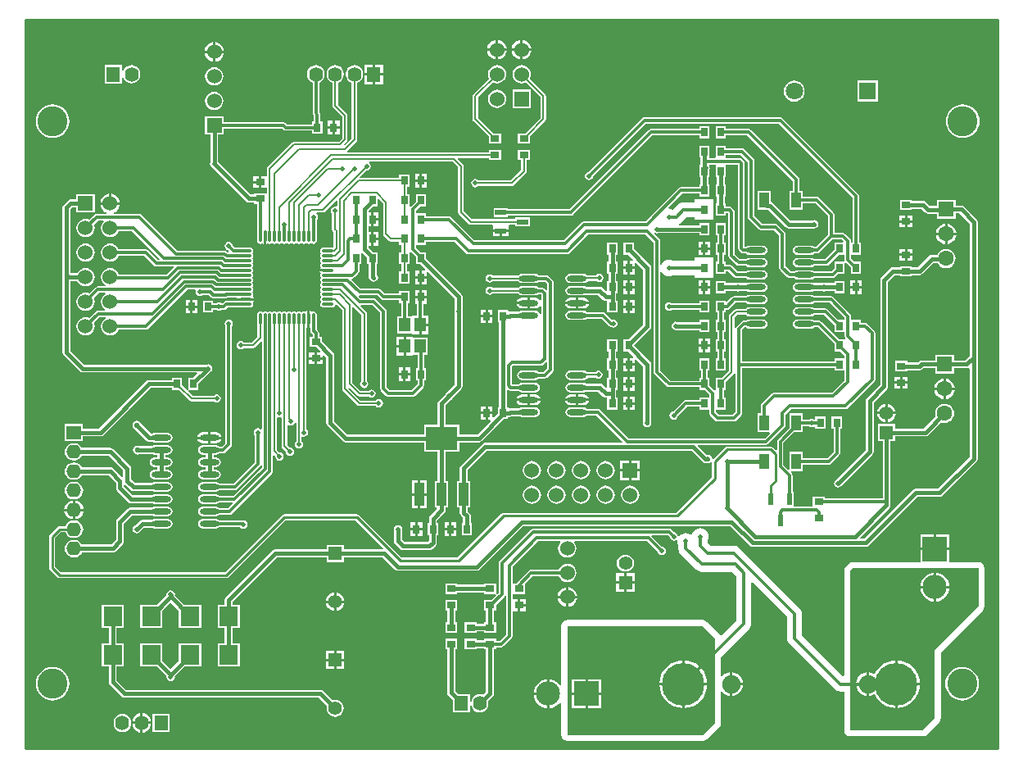
<source format=gtl>
G04*
G04 #@! TF.GenerationSoftware,Altium Limited,Altium Designer,20.0.10 (225)*
G04*
G04 Layer_Physical_Order=1*
G04 Layer_Color=255*
%FSLAX25Y25*%
%MOIN*%
G70*
G01*
G75*
%ADD11C,0.00800*%
%ADD14C,0.01000*%
%ADD25R,0.03937X0.06299*%
%ADD26R,0.03543X0.02756*%
%ADD27R,0.02756X0.03543*%
%ADD28O,0.07874X0.02362*%
%ADD29R,0.02362X0.04528*%
%ADD30R,0.04528X0.02362*%
%ADD31R,0.07700X0.08000*%
%ADD32R,0.03937X0.09449*%
%ADD33R,0.12992X0.09449*%
%ADD34O,0.01181X0.04724*%
%ADD35O,0.04724X0.01181*%
%ADD36R,0.04724X0.05512*%
%ADD72C,0.01800*%
%ADD73C,0.01200*%
%ADD74C,0.17323*%
%ADD75O,0.06000X0.05600*%
%ADD76R,0.06000X0.05600*%
%ADD77C,0.05512*%
%ADD78R,0.05512X0.05512*%
%ADD79C,0.07500*%
%ADD80R,0.05600X0.06000*%
%ADD81O,0.05600X0.06000*%
%ADD82R,0.06299X0.06299*%
%ADD83C,0.06299*%
%ADD84C,0.06000*%
%ADD85R,0.07087X0.07087*%
%ADD86C,0.07087*%
%ADD87R,0.09843X0.09843*%
%ADD88C,0.09843*%
%ADD89R,0.09843X0.09843*%
%ADD90R,0.06000X0.06000*%
%ADD91R,0.06000X0.06000*%
%ADD92C,0.12205*%
%ADD93C,0.01969*%
%ADD94C,0.02200*%
%ADD95C,0.02000*%
G36*
X395669Y-148228D02*
X0D01*
Y148228D01*
X395669D01*
X395669Y-148228D01*
D02*
G37*
%LPC*%
G36*
X202350Y139953D02*
Y136484D01*
X205819D01*
X205747Y137029D01*
X205344Y138002D01*
X204703Y138837D01*
X203868Y139478D01*
X202895Y139881D01*
X202350Y139953D01*
D02*
G37*
G36*
X192350D02*
Y136484D01*
X195819D01*
X195747Y137029D01*
X195344Y138002D01*
X194703Y138837D01*
X193868Y139478D01*
X192895Y139881D01*
X192350Y139953D01*
D02*
G37*
G36*
X201350Y139953D02*
X200806Y139881D01*
X199833Y139478D01*
X198998Y138837D01*
X198356Y138002D01*
X197953Y137029D01*
X197882Y136484D01*
X201350D01*
Y139953D01*
D02*
G37*
G36*
X191350D02*
X190806Y139881D01*
X189833Y139478D01*
X188998Y138837D01*
X188356Y138002D01*
X187953Y137029D01*
X187882Y136484D01*
X191350D01*
Y139953D01*
D02*
G37*
G36*
X77272Y139047D02*
Y135579D01*
X80740D01*
X80669Y136123D01*
X80266Y137096D01*
X79624Y137932D01*
X78789Y138573D01*
X77816Y138976D01*
X77272Y139047D01*
D02*
G37*
G36*
X76272Y139047D02*
X75727Y138976D01*
X74754Y138573D01*
X73919Y137932D01*
X73278Y137096D01*
X72875Y136123D01*
X72803Y135579D01*
X76272D01*
Y139047D01*
D02*
G37*
G36*
X205819Y135484D02*
X202350D01*
Y132016D01*
X202895Y132087D01*
X203868Y132490D01*
X204703Y133131D01*
X205344Y133967D01*
X205747Y134940D01*
X205819Y135484D01*
D02*
G37*
G36*
X195819D02*
X192350D01*
Y132016D01*
X192895Y132087D01*
X193868Y132490D01*
X194703Y133131D01*
X195344Y133967D01*
X195747Y134940D01*
X195819Y135484D01*
D02*
G37*
G36*
X201350D02*
X197882D01*
X197953Y134940D01*
X198356Y133967D01*
X198998Y133131D01*
X199833Y132490D01*
X200806Y132087D01*
X201350Y132016D01*
Y135484D01*
D02*
G37*
G36*
X191350D02*
X187882D01*
X187953Y134940D01*
X188356Y133967D01*
X188998Y133131D01*
X189833Y132490D01*
X190806Y132087D01*
X191350Y132016D01*
Y135484D01*
D02*
G37*
G36*
X76272Y134579D02*
X72803D01*
X72875Y134035D01*
X73278Y133062D01*
X73919Y132226D01*
X74754Y131585D01*
X75727Y131182D01*
X76272Y131110D01*
Y134579D01*
D02*
G37*
G36*
X80740D02*
X77272D01*
Y131110D01*
X77816Y131182D01*
X78789Y131585D01*
X79624Y132226D01*
X80266Y133062D01*
X80669Y134035D01*
X80740Y134579D01*
D02*
G37*
G36*
X43110Y129715D02*
X42197Y129594D01*
X41345Y129242D01*
X40614Y128681D01*
X40053Y127949D01*
X39700Y127098D01*
X39630Y126563D01*
X39130Y126596D01*
Y129684D01*
X32130D01*
Y122284D01*
X39130D01*
Y125373D01*
X39630Y125405D01*
X39700Y124871D01*
X40053Y124019D01*
X40614Y123288D01*
X41345Y122727D01*
X42197Y122374D01*
X43110Y122254D01*
X44024Y122374D01*
X44875Y122727D01*
X45606Y123288D01*
X46167Y124019D01*
X46520Y124871D01*
X46640Y125784D01*
Y126184D01*
X46520Y127098D01*
X46167Y127949D01*
X45606Y128681D01*
X44875Y129242D01*
X44024Y129594D01*
X43110Y129715D01*
D02*
G37*
G36*
X145532Y129984D02*
X142232D01*
Y126484D01*
X145532D01*
Y129984D01*
D02*
G37*
G36*
X141232D02*
X137932D01*
Y126484D01*
X141232D01*
Y129984D01*
D02*
G37*
G36*
X191850Y129716D02*
X190884Y129589D01*
X189984Y129216D01*
X189211Y128623D01*
X188618Y127850D01*
X188246Y126950D01*
X188119Y125984D01*
X188246Y125018D01*
X188554Y124274D01*
X182278Y117998D01*
X182035Y117634D01*
X181949Y117205D01*
X181949Y117205D01*
Y107677D01*
X181949Y107677D01*
X182035Y107248D01*
X182278Y106884D01*
X188469Y100693D01*
X188473Y100673D01*
Y97725D01*
X193417D01*
Y101881D01*
X190424D01*
X190366Y101968D01*
X190366Y101968D01*
X184192Y108142D01*
Y116740D01*
X190140Y122688D01*
X190884Y122380D01*
X191850Y122252D01*
X192816Y122380D01*
X193716Y122752D01*
X194489Y123345D01*
X195082Y124118D01*
X195455Y125018D01*
X195582Y125984D01*
X195455Y126950D01*
X195082Y127850D01*
X194489Y128623D01*
X193716Y129216D01*
X192816Y129589D01*
X191850Y129716D01*
D02*
G37*
G36*
X145532Y125484D02*
X142232D01*
Y121984D01*
X145532D01*
Y125484D01*
D02*
G37*
G36*
X141232D02*
X137932D01*
Y121984D01*
X141232D01*
Y125484D01*
D02*
G37*
G36*
X76772Y128811D02*
X75806Y128683D01*
X74906Y128311D01*
X74133Y127718D01*
X73540Y126945D01*
X73167Y126045D01*
X73040Y125079D01*
X73167Y124113D01*
X73540Y123213D01*
X74133Y122440D01*
X74906Y121847D01*
X75806Y121474D01*
X76772Y121347D01*
X77737Y121474D01*
X78638Y121847D01*
X79410Y122440D01*
X80004Y123213D01*
X80376Y124113D01*
X80504Y125079D01*
X80376Y126045D01*
X80004Y126945D01*
X79410Y127718D01*
X78638Y128311D01*
X77737Y128683D01*
X76772Y128811D01*
D02*
G37*
G36*
X346960Y123338D02*
X338473D01*
Y114851D01*
X346960D01*
Y123338D01*
D02*
G37*
G36*
X312795Y123374D02*
X311688Y123229D01*
X310655Y122801D01*
X309769Y122121D01*
X309089Y121234D01*
X308661Y120202D01*
X308515Y119095D01*
X308661Y117987D01*
X309089Y116955D01*
X309769Y116068D01*
X310655Y115388D01*
X311688Y114960D01*
X312795Y114815D01*
X313903Y114960D01*
X314935Y115388D01*
X315822Y116068D01*
X316502Y116955D01*
X316929Y117987D01*
X317075Y119095D01*
X316929Y120202D01*
X316502Y121234D01*
X315822Y122121D01*
X314935Y122801D01*
X313903Y123229D01*
X312795Y123374D01*
D02*
G37*
G36*
X205550Y119684D02*
X198150D01*
Y112284D01*
X205550D01*
Y119684D01*
D02*
G37*
G36*
X191850Y119716D02*
X190884Y119589D01*
X189984Y119216D01*
X189211Y118623D01*
X188618Y117850D01*
X188246Y116950D01*
X188119Y115984D01*
X188246Y115018D01*
X188618Y114118D01*
X189211Y113345D01*
X189984Y112752D01*
X190884Y112380D01*
X191850Y112252D01*
X192816Y112380D01*
X193716Y112752D01*
X194489Y113345D01*
X195082Y114118D01*
X195455Y115018D01*
X195582Y115984D01*
X195455Y116950D01*
X195082Y117850D01*
X194489Y118623D01*
X193716Y119216D01*
X192816Y119589D01*
X191850Y119716D01*
D02*
G37*
G36*
X76772Y118811D02*
X75806Y118684D01*
X74906Y118311D01*
X74133Y117718D01*
X73540Y116945D01*
X73167Y116045D01*
X73040Y115079D01*
X73167Y114113D01*
X73540Y113213D01*
X74133Y112440D01*
X74906Y111847D01*
X75806Y111474D01*
X76772Y111347D01*
X77737Y111474D01*
X78638Y111847D01*
X79410Y112440D01*
X80004Y113213D01*
X80376Y114113D01*
X80504Y115079D01*
X80376Y116045D01*
X80004Y116945D01*
X79410Y117718D01*
X78638Y118311D01*
X77737Y118684D01*
X76772Y118811D01*
D02*
G37*
G36*
X127772Y107102D02*
X125894D01*
Y104831D01*
X127772D01*
Y107102D01*
D02*
G37*
G36*
X124894D02*
X123016D01*
Y104831D01*
X124894D01*
Y107102D01*
D02*
G37*
G36*
X127772Y103831D02*
X125894D01*
Y101559D01*
X127772D01*
Y103831D01*
D02*
G37*
G36*
X124894D02*
X123016D01*
Y101559D01*
X124894D01*
Y103831D01*
D02*
G37*
G36*
X381398Y113725D02*
X380064Y113594D01*
X378782Y113205D01*
X377600Y112573D01*
X376564Y111723D01*
X375714Y110687D01*
X375083Y109505D01*
X374694Y108223D01*
X374562Y106890D01*
X374694Y105556D01*
X375083Y104274D01*
X375714Y103092D01*
X376564Y102057D01*
X377600Y101206D01*
X378782Y100575D01*
X380064Y100186D01*
X381398Y100055D01*
X382731Y100186D01*
X384013Y100575D01*
X385195Y101206D01*
X386231Y102057D01*
X387081Y103092D01*
X387713Y104274D01*
X388102Y105556D01*
X388233Y106890D01*
X388102Y108223D01*
X387713Y109505D01*
X387081Y110687D01*
X386231Y111723D01*
X385195Y112573D01*
X384013Y113205D01*
X382731Y113594D01*
X381398Y113725D01*
D02*
G37*
G36*
X11024D02*
X9690Y113594D01*
X8408Y113205D01*
X7226Y112573D01*
X6190Y111723D01*
X5340Y110687D01*
X4709Y109505D01*
X4320Y108223D01*
X4188Y106890D01*
X4320Y105556D01*
X4709Y104274D01*
X5340Y103092D01*
X6190Y102057D01*
X7226Y101206D01*
X8408Y100575D01*
X9690Y100186D01*
X11024Y100055D01*
X12357Y100186D01*
X13639Y100575D01*
X14821Y101206D01*
X15857Y102057D01*
X16707Y103092D01*
X17339Y104274D01*
X17728Y105556D01*
X17859Y106890D01*
X17728Y108223D01*
X17339Y109505D01*
X16707Y110687D01*
X15857Y111723D01*
X14821Y112573D01*
X13639Y113205D01*
X12357Y113594D01*
X11024Y113725D01*
D02*
G37*
G36*
X278259Y104834D02*
X274103D01*
Y103688D01*
X254528D01*
X254020Y103587D01*
X253590Y103299D01*
X221400Y71109D01*
X196369D01*
Y71566D01*
X190442D01*
Y67804D01*
X196369D01*
Y68458D01*
X221949D01*
X222456Y68559D01*
X222886Y68846D01*
X255077Y101037D01*
X274103D01*
Y99891D01*
X278259D01*
Y104834D01*
D02*
G37*
G36*
X201850Y129716D02*
X200885Y129589D01*
X199984Y129216D01*
X199212Y128623D01*
X198618Y127850D01*
X198246Y126950D01*
X198118Y125984D01*
X198246Y125018D01*
X198618Y124118D01*
X199212Y123345D01*
X199984Y122752D01*
X200885Y122380D01*
X201850Y122252D01*
X202816Y122380D01*
X203561Y122688D01*
X209508Y116740D01*
Y108142D01*
X203334Y101968D01*
X203276Y101881D01*
X200284D01*
Y97725D01*
X205228D01*
Y100689D01*
X211423Y106884D01*
X211423Y106884D01*
X211666Y107248D01*
X211752Y107677D01*
X211752Y107677D01*
Y117205D01*
X211752Y117205D01*
X211666Y117634D01*
X211423Y117998D01*
X211423Y117998D01*
X205147Y124274D01*
X205455Y125018D01*
X205582Y125984D01*
X205455Y126950D01*
X205082Y127850D01*
X204489Y128623D01*
X203716Y129216D01*
X202816Y129589D01*
X201850Y129716D01*
D02*
G37*
G36*
X133858Y129715D02*
X132945Y129594D01*
X132093Y129242D01*
X131362Y128681D01*
X130801Y127949D01*
X130448Y127098D01*
X130328Y126184D01*
Y125784D01*
X130448Y124871D01*
X130801Y124019D01*
X131362Y123288D01*
X132093Y122727D01*
X132737Y122460D01*
Y99874D01*
X129799Y96936D01*
X129751Y96946D01*
X129586Y97488D01*
X130714Y98616D01*
X130714Y98616D01*
X130957Y98980D01*
X131043Y99410D01*
Y109252D01*
X130957Y109681D01*
X130714Y110045D01*
X130714Y110045D01*
X127106Y113654D01*
Y122460D01*
X127749Y122727D01*
X128481Y123288D01*
X129042Y124019D01*
X129394Y124871D01*
X129515Y125784D01*
Y126184D01*
X129394Y127098D01*
X129042Y127949D01*
X128481Y128681D01*
X127749Y129242D01*
X126898Y129594D01*
X125984Y129715D01*
X125071Y129594D01*
X124219Y129242D01*
X123488Y128681D01*
X122927Y127949D01*
X122574Y127098D01*
X122454Y126184D01*
Y125784D01*
X122574Y124871D01*
X122927Y124019D01*
X123488Y123288D01*
X124219Y122727D01*
X124863Y122460D01*
Y113189D01*
X124863Y113189D01*
X124948Y112760D01*
X125191Y112396D01*
X128800Y108787D01*
Y99874D01*
X127488Y98563D01*
X109252D01*
X109252Y98563D01*
X108823Y98477D01*
X108459Y98234D01*
X108459Y98234D01*
X98616Y88392D01*
X98373Y88028D01*
X98288Y87598D01*
X98288Y87598D01*
Y84946D01*
X98244Y84465D01*
X97788Y84465D01*
X95972D01*
Y82087D01*
Y79709D01*
X98244Y79709D01*
X98288Y79227D01*
Y77829D01*
X97944Y77472D01*
X93001D01*
Y77025D01*
X91621D01*
X78403Y90243D01*
Y101379D01*
X80472D01*
Y103753D01*
X104530D01*
X104890Y103393D01*
X105319Y103106D01*
X105827Y103005D01*
X116623D01*
Y101859D01*
X120779D01*
Y106802D01*
X120026D01*
Y109646D01*
X119925Y110153D01*
X119638Y110583D01*
X119436Y110785D01*
Y122545D01*
X119875Y122727D01*
X120607Y123288D01*
X121168Y124019D01*
X121520Y124871D01*
X121640Y125784D01*
Y126184D01*
X121520Y127098D01*
X121168Y127949D01*
X120607Y128681D01*
X119875Y129242D01*
X119024Y129594D01*
X118110Y129715D01*
X117197Y129594D01*
X116345Y129242D01*
X115614Y128681D01*
X115053Y127949D01*
X114700Y127098D01*
X114580Y126184D01*
Y125784D01*
X114700Y124871D01*
X115053Y124019D01*
X115614Y123288D01*
X116345Y122727D01*
X116785Y122545D01*
Y110236D01*
X116886Y109729D01*
X117173Y109299D01*
X117375Y109097D01*
Y106802D01*
X116623D01*
Y105656D01*
X106376D01*
X106016Y106016D01*
X105586Y106303D01*
X105079Y106404D01*
X80472D01*
Y108779D01*
X73072D01*
Y101379D01*
X75140D01*
Y90000D01*
X75054Y89567D01*
X75185Y88910D01*
X75557Y88353D01*
X75924Y88107D01*
X89791Y74240D01*
X90321Y73887D01*
X90945Y73762D01*
X93001D01*
Y73316D01*
X94147D01*
Y60039D01*
X94157Y59991D01*
Y58268D01*
X94257Y57764D01*
X94542Y57337D01*
X94969Y57052D01*
X95472Y56952D01*
X95976Y57052D01*
X96128Y57154D01*
X96294Y57121D01*
X96820Y56770D01*
X96941Y56745D01*
Y60039D01*
X97941D01*
Y56745D01*
X98062Y56770D01*
X98588Y57121D01*
X98753Y57154D01*
X98906Y57052D01*
X99410Y56952D01*
X99913Y57052D01*
X99999Y57109D01*
X100394Y57310D01*
X100789Y57109D01*
X100874Y57052D01*
X101378Y56952D01*
X101882Y57052D01*
X101967Y57109D01*
X102362Y57310D01*
X102757Y57109D01*
X102843Y57052D01*
X103347Y56952D01*
X103850Y57052D01*
X103936Y57109D01*
X104331Y57310D01*
X104726Y57109D01*
X104811Y57052D01*
X105315Y56952D01*
X105818Y57052D01*
X105904Y57109D01*
X106299Y57310D01*
X106694Y57109D01*
X106780Y57052D01*
X107283Y56952D01*
X107787Y57052D01*
X107873Y57109D01*
X108268Y57310D01*
X108663Y57109D01*
X108748Y57052D01*
X109252Y56952D01*
X109756Y57052D01*
X109841Y57109D01*
X110236Y57310D01*
X110631Y57109D01*
X110717Y57052D01*
X111221Y56952D01*
X111724Y57052D01*
X111810Y57109D01*
X112205Y57310D01*
X112600Y57109D01*
X112685Y57052D01*
X113189Y56952D01*
X113692Y57052D01*
X113778Y57109D01*
X114173Y57310D01*
X114568Y57109D01*
X114654Y57052D01*
X115157Y56952D01*
X115661Y57052D01*
X115747Y57109D01*
X116142Y57310D01*
X116537Y57109D01*
X116622Y57052D01*
X117126Y56952D01*
X117630Y57052D01*
X118056Y57337D01*
X118342Y57764D01*
X118442Y58268D01*
Y59953D01*
X118461Y60049D01*
Y66706D01*
X118829Y67256D01*
X118959Y67913D01*
X118829Y68571D01*
X118456Y69128D01*
X118282Y69245D01*
X118433Y69745D01*
X121063D01*
X121063Y69745D01*
X121492Y69830D01*
X121856Y70073D01*
X126369Y74586D01*
X126831Y74395D01*
Y72336D01*
X126331Y72023D01*
X125868Y72115D01*
X125211Y71984D01*
X124654Y71612D01*
X124282Y71055D01*
X124151Y70398D01*
X124282Y69740D01*
X124654Y69183D01*
X124747Y69121D01*
Y62945D01*
X124747Y62945D01*
X124832Y62516D01*
X125075Y62152D01*
X125331Y61896D01*
Y55766D01*
X124942Y55422D01*
X124803Y55450D01*
X121260D01*
X120756Y55349D01*
X120329Y55064D01*
X120044Y54637D01*
X119944Y54134D01*
X120044Y53630D01*
X120329Y53203D01*
Y53096D01*
X120044Y52669D01*
X119944Y52165D01*
X120044Y51662D01*
X120101Y51576D01*
X120302Y51181D01*
X120101Y50786D01*
X120044Y50700D01*
X119944Y50197D01*
X120044Y49693D01*
X120329Y49266D01*
Y49159D01*
X120044Y48732D01*
X119944Y48228D01*
X120044Y47725D01*
X120146Y47572D01*
X120113Y47407D01*
X119762Y46880D01*
X119738Y46760D01*
X123031D01*
Y45760D01*
X119738D01*
X119762Y45639D01*
X120113Y45113D01*
X120146Y44947D01*
X120044Y44795D01*
X119944Y44291D01*
X120044Y43788D01*
X120329Y43361D01*
Y43253D01*
X120044Y42826D01*
X119944Y42323D01*
X120044Y41819D01*
X120101Y41734D01*
X120302Y41339D01*
X120101Y40944D01*
X120044Y40858D01*
X119944Y40354D01*
X120044Y39851D01*
X120329Y39424D01*
Y39316D01*
X120044Y38889D01*
X119944Y38386D01*
X120044Y37882D01*
X120329Y37455D01*
Y37348D01*
X120044Y36921D01*
X119944Y36417D01*
X120044Y35914D01*
X120101Y35828D01*
X120302Y35433D01*
X120101Y35038D01*
X120044Y34952D01*
X119944Y34449D01*
X120044Y33945D01*
X120101Y33860D01*
X120302Y33465D01*
X120101Y33069D01*
X120044Y32984D01*
X119944Y32480D01*
X120044Y31977D01*
X120329Y31550D01*
X120756Y31265D01*
X121260Y31165D01*
X124803D01*
X125307Y31265D01*
X125734Y31550D01*
X126019Y31977D01*
X126043Y32097D01*
X126585Y32262D01*
X128800Y30047D01*
Y-1969D01*
X128800Y-1969D01*
X128885Y-2398D01*
X129128Y-2762D01*
X135034Y-8667D01*
X135034Y-8667D01*
X135398Y-8910D01*
X135827Y-8996D01*
X142424D01*
X142486Y-9088D01*
X143043Y-9461D01*
X143701Y-9591D01*
X144358Y-9461D01*
X144915Y-9088D01*
X145288Y-8531D01*
X145418Y-7874D01*
X145288Y-7217D01*
X144915Y-6660D01*
X144358Y-6287D01*
X143701Y-6157D01*
X143043Y-6287D01*
X142486Y-6660D01*
X142424Y-6752D01*
X136291D01*
X131385Y-1846D01*
X131394Y-1798D01*
X131937Y-1633D01*
X135034Y-4730D01*
X135034Y-4730D01*
X135398Y-4973D01*
X135827Y-5059D01*
X135827Y-5059D01*
X139471D01*
X139534Y-5152D01*
X140091Y-5524D01*
X140748Y-5655D01*
X141405Y-5524D01*
X141963Y-5152D01*
X142335Y-4594D01*
X142465Y-3937D01*
X142335Y-3280D01*
X141963Y-2723D01*
X141405Y-2350D01*
X140748Y-2220D01*
X140091Y-2350D01*
X139534Y-2723D01*
X139471Y-2816D01*
X136291D01*
X133011Y465D01*
Y31088D01*
X133473Y31279D01*
X136674Y28079D01*
Y1276D01*
X136581Y1214D01*
X136208Y657D01*
X136078Y0D01*
X136208Y-657D01*
X136581Y-1214D01*
X137138Y-1587D01*
X137795Y-1718D01*
X138452Y-1587D01*
X139010Y-1214D01*
X139382Y-657D01*
X139513Y0D01*
X139382Y657D01*
X139010Y1214D01*
X138917Y1276D01*
Y28543D01*
X138917Y28543D01*
X138831Y28973D01*
X138588Y29336D01*
X136286Y31639D01*
X136493Y32139D01*
X141183D01*
X144344Y28978D01*
Y-1969D01*
X144445Y-2476D01*
X144732Y-2906D01*
X146701Y-4874D01*
X147131Y-5162D01*
X147638Y-5263D01*
X157480D01*
X157988Y-5162D01*
X158418Y-4874D01*
X161764Y-1528D01*
X162051Y-1098D01*
X162152Y-591D01*
Y1465D01*
X162905D01*
Y6409D01*
X162152D01*
Y11898D01*
X163692D01*
Y18810D01*
X157693D01*
Y19110D01*
X154831D01*
Y15354D01*
Y11598D01*
X157693D01*
Y11898D01*
X159501D01*
Y6409D01*
X158749D01*
Y1465D01*
X159501D01*
Y-41D01*
X156931Y-2612D01*
X148187D01*
X146995Y-1419D01*
Y29528D01*
X146894Y30035D01*
X146607Y30465D01*
X142669Y34402D01*
X142239Y34689D01*
X141732Y34790D01*
X136376D01*
X135543Y35623D01*
X135789Y36084D01*
X135827Y36076D01*
X143152D01*
X144732Y34496D01*
X145162Y34209D01*
X145669Y34108D01*
X145669Y34108D01*
X152056D01*
Y32961D01*
X153005D01*
Y27472D01*
X151268D01*
Y20560D01*
X157268D01*
Y20260D01*
X160130D01*
Y24016D01*
X160630D01*
Y24516D01*
X163992D01*
Y27772D01*
X161955D01*
Y32661D01*
X163205D01*
Y34933D01*
X158449D01*
Y32661D01*
X159304D01*
Y27772D01*
X157268D01*
Y27472D01*
X155656D01*
Y32961D01*
X156212D01*
Y37905D01*
X152056D01*
Y36759D01*
X146218D01*
X144638Y38339D01*
X144208Y38626D01*
X143701Y38727D01*
X136376D01*
X132599Y42504D01*
X132790Y42966D01*
X132874D01*
X133381Y43067D01*
X133811Y43354D01*
X135386Y44929D01*
X135673Y45359D01*
X135774Y45866D01*
Y48709D01*
X136527D01*
Y53176D01*
X137027Y53383D01*
X139064Y51346D01*
Y48709D01*
X139510D01*
Y43898D01*
X139635Y43273D01*
X139988Y42744D01*
X140272Y42460D01*
X140518Y42093D01*
X141075Y41720D01*
X141732Y41590D01*
X142390Y41720D01*
X142947Y42093D01*
X143319Y42650D01*
X143450Y43307D01*
X143319Y43964D01*
X142947Y44522D01*
X142773Y44638D01*
Y48709D01*
X143220D01*
Y53653D01*
X141371D01*
X139427Y55597D01*
Y56283D01*
X140642D01*
Y59055D01*
Y61827D01*
X139427D01*
Y64157D01*
X140642D01*
Y66929D01*
Y69701D01*
X139427D01*
Y70387D01*
X141371Y72332D01*
X143220D01*
Y75191D01*
X143682Y75382D01*
X145532Y73532D01*
Y61024D01*
X145532Y61024D01*
X145617Y60594D01*
X145861Y60231D01*
X147829Y58262D01*
X148193Y58019D01*
X148622Y57934D01*
X148622Y57934D01*
X152056D01*
Y56583D01*
X153012D01*
Y53653D01*
X152056D01*
Y48709D01*
X153012D01*
Y45779D01*
X152056D01*
Y40835D01*
X156212D01*
Y45779D01*
X155255D01*
Y48709D01*
X156212D01*
X156212Y53166D01*
Y53291D01*
X156212Y53291D01*
X156273Y53643D01*
X156285Y53662D01*
X156663Y53694D01*
X156863Y53664D01*
X158749Y51778D01*
Y48709D01*
X160598D01*
X162728Y46579D01*
X162521Y46079D01*
X161327D01*
Y43807D01*
X163205D01*
Y45395D01*
X163705Y45602D01*
X174550Y34757D01*
Y29961D01*
X174464Y29528D01*
X174550Y29094D01*
Y-308D01*
X171397Y-3461D01*
X171030Y-3707D01*
X170784Y-4074D01*
X168138Y-6720D01*
X167784Y-7250D01*
X167660Y-7874D01*
Y-16623D01*
X162095D01*
Y-20416D01*
X130991D01*
X125647Y-15072D01*
Y11614D01*
X125523Y12239D01*
X125169Y12768D01*
X120582Y17355D01*
Y19204D01*
X119436D01*
Y20669D01*
X119335Y21177D01*
X119047Y21607D01*
X118451Y22203D01*
Y26575D01*
X118442Y26623D01*
Y28346D01*
X118342Y28850D01*
X118056Y29277D01*
X117630Y29562D01*
X117126Y29662D01*
X116622Y29562D01*
X116470Y29460D01*
X116304Y29493D01*
X115778Y29845D01*
X115657Y29869D01*
Y26575D01*
Y22917D01*
X115800Y22800D01*
Y21654D01*
X115901Y21146D01*
X116189Y20716D01*
X116785Y20120D01*
Y19204D01*
X115639D01*
Y15048D01*
X118275D01*
X120050Y13273D01*
X119859Y12811D01*
X118610D01*
Y10933D01*
X120882D01*
Y11788D01*
X121344Y11979D01*
X122384Y10938D01*
Y-15748D01*
X122509Y-16372D01*
X122862Y-16902D01*
X129161Y-23201D01*
X129691Y-23554D01*
X130315Y-23679D01*
X162095D01*
Y-27472D01*
X167660D01*
Y-39457D01*
X166623D01*
Y-50306D01*
X167152D01*
X167359Y-50806D01*
X164594Y-53571D01*
X164241Y-54100D01*
X164117Y-54724D01*
Y-56583D01*
X163670D01*
Y-61527D01*
X164117D01*
Y-63891D01*
X163694Y-64314D01*
X154219D01*
X153206Y-63301D01*
Y-59488D01*
X153292Y-59055D01*
X153162Y-58398D01*
X152789Y-57841D01*
X152232Y-57468D01*
X151575Y-57338D01*
X150917Y-57468D01*
X150360Y-57841D01*
X149988Y-58398D01*
X149857Y-59055D01*
X149943Y-59488D01*
Y-63976D01*
X150068Y-64601D01*
X150421Y-65130D01*
X152390Y-67098D01*
X152919Y-67452D01*
X153543Y-67576D01*
X164370D01*
X164994Y-67452D01*
X165524Y-67098D01*
X166902Y-65720D01*
X167255Y-65191D01*
X167379Y-64567D01*
X167379Y-64567D01*
Y-61527D01*
X167826D01*
Y-56583D01*
X167379D01*
Y-55400D01*
X170445Y-52335D01*
X170799Y-51805D01*
X170923Y-51181D01*
Y-50306D01*
X171960D01*
Y-39457D01*
X170923D01*
Y-27472D01*
X176487D01*
Y-23679D01*
X184449D01*
X185073Y-23554D01*
X185602Y-23201D01*
X194520Y-14283D01*
X196369D01*
Y-13442D01*
X196850D01*
X197475Y-13318D01*
X197849Y-13068D01*
X201024D01*
X201235Y-13209D01*
X201969Y-13355D01*
X207480D01*
X208214Y-13209D01*
X208837Y-12793D01*
X209252Y-12171D01*
X209398Y-11437D01*
X209252Y-10703D01*
X208837Y-10081D01*
X208214Y-9665D01*
X207480Y-9519D01*
X201969D01*
X201235Y-9665D01*
X201024Y-9806D01*
X197224D01*
X196869Y-9876D01*
X196369Y-9528D01*
Y-9339D01*
X195923D01*
Y-2558D01*
X196023Y-2516D01*
X196423Y-2412D01*
X196796Y-2662D01*
X197303Y-2763D01*
X200592D01*
X200612Y-2793D01*
X201235Y-3209D01*
X201969Y-3355D01*
X207480D01*
X208214Y-3209D01*
X208837Y-2793D01*
X209252Y-2171D01*
X209398Y-1437D01*
X209252Y-703D01*
X208837Y-81D01*
X208214Y335D01*
X207480Y481D01*
X201969D01*
X201235Y335D01*
X200612Y-81D01*
X200592Y-111D01*
X197852D01*
X197817Y-76D01*
Y6966D01*
X198384Y7533D01*
X209646D01*
X210153Y7634D01*
X210583Y7921D01*
X211757Y9095D01*
X212257Y8888D01*
Y6454D01*
X210691Y4888D01*
X208857D01*
X208837Y4919D01*
X208214Y5335D01*
X207480Y5481D01*
X201969D01*
X201235Y5335D01*
X200612Y4919D01*
X200197Y4297D01*
X200050Y3563D01*
X200197Y2829D01*
X200612Y2207D01*
X201235Y1791D01*
X201969Y1645D01*
X207480D01*
X208214Y1791D01*
X208837Y2207D01*
X208857Y2238D01*
X211240D01*
X211747Y2338D01*
X212177Y2626D01*
X214520Y4968D01*
X214807Y5398D01*
X214908Y5906D01*
Y41339D01*
X214908Y41339D01*
X214807Y41846D01*
X214520Y42276D01*
X212926Y43870D01*
X212495Y44158D01*
X211988Y44258D01*
X208857D01*
X208837Y44289D01*
X208214Y44705D01*
X207480Y44851D01*
X201969D01*
X201235Y44705D01*
X200612Y44289D01*
X200455Y44055D01*
X190195D01*
X190133Y44148D01*
X189576Y44520D01*
X188919Y44651D01*
X188261Y44520D01*
X187704Y44148D01*
X187332Y43590D01*
X187201Y42933D01*
X187332Y42276D01*
X187704Y41719D01*
X188261Y41346D01*
X188919Y41216D01*
X189576Y41346D01*
X190133Y41719D01*
X190195Y41811D01*
X200455D01*
X200612Y41577D01*
X201235Y41161D01*
X201969Y41015D01*
X207480D01*
X208214Y41161D01*
X208837Y41577D01*
X208857Y41608D01*
X211439D01*
X212257Y40790D01*
Y38356D01*
X211757Y38149D01*
X211036Y38870D01*
X210606Y39158D01*
X210098Y39259D01*
X208857D01*
X208837Y39289D01*
X208214Y39705D01*
X207480Y39851D01*
X201969D01*
X201235Y39705D01*
X200612Y39289D01*
X200455Y39055D01*
X190195D01*
X190133Y39147D01*
X189576Y39520D01*
X188919Y39651D01*
X188261Y39520D01*
X187704Y39147D01*
X187332Y38590D01*
X187201Y37933D01*
X187332Y37276D01*
X187704Y36719D01*
X188261Y36346D01*
X188919Y36216D01*
X189576Y36346D01*
X190133Y36719D01*
X190195Y36812D01*
X200455D01*
X200612Y36577D01*
X201235Y36161D01*
X201969Y36015D01*
X207480D01*
X208214Y36161D01*
X208837Y36577D01*
X208857Y36608D01*
X209549D01*
X209792Y36365D01*
Y34300D01*
X209292Y34148D01*
X209053Y34506D01*
X208331Y34988D01*
X207480Y35157D01*
X205224D01*
Y32933D01*
Y30709D01*
X207480D01*
X208331Y30878D01*
X209053Y31361D01*
X209292Y31718D01*
X209792Y31566D01*
Y28518D01*
X209292Y28469D01*
X209252Y28667D01*
X208837Y29289D01*
X208214Y29705D01*
X207480Y29851D01*
X201969D01*
X201235Y29705D01*
X201024Y29564D01*
X197224D01*
X196869Y29494D01*
X196369Y29842D01*
Y30031D01*
X192213D01*
Y25087D01*
X192660D01*
Y-9339D01*
X192213D01*
Y-11976D01*
X190438Y-13751D01*
X189976Y-13559D01*
Y-12311D01*
X188098D01*
Y-14583D01*
X188953D01*
X189144Y-15045D01*
X183773Y-20416D01*
X176487D01*
Y-16623D01*
X170923D01*
Y-8550D01*
X173091Y-6381D01*
X173459Y-6136D01*
X173704Y-5768D01*
X177335Y-2138D01*
X177688Y-1609D01*
X177812Y-984D01*
Y29094D01*
X177899Y29528D01*
X177812Y29961D01*
Y35433D01*
X177688Y36057D01*
X177335Y36587D01*
X162905Y51016D01*
Y53653D01*
X160623D01*
X158806Y55470D01*
Y56583D01*
X162905D01*
Y57730D01*
X174648D01*
X179181Y53197D01*
X179611Y52909D01*
X180118Y52808D01*
X220472D01*
X220980Y52909D01*
X221410Y53197D01*
X228895Y60682D01*
X252404D01*
X255564Y57522D01*
Y4921D01*
X255665Y4414D01*
X255953Y3984D01*
X260874Y-937D01*
X261304Y-1225D01*
X261811Y-1326D01*
X274103D01*
Y-2472D01*
X276384D01*
X278202Y-4289D01*
Y-5402D01*
X274103D01*
Y-6549D01*
X268701D01*
X268194Y-6650D01*
X267763Y-6937D01*
X263584Y-11117D01*
X263122Y-11208D01*
X262565Y-11581D01*
X262193Y-12138D01*
X262062Y-12795D01*
X262193Y-13453D01*
X262565Y-14010D01*
X263122Y-14382D01*
X263779Y-14513D01*
X264437Y-14382D01*
X264994Y-14010D01*
X265366Y-13453D01*
X265458Y-12991D01*
X269250Y-9200D01*
X274103D01*
Y-10346D01*
X278202D01*
Y-11811D01*
X278303Y-12318D01*
X278590Y-12748D01*
X280559Y-14717D01*
X280989Y-15004D01*
X281496Y-15105D01*
X288386D01*
X288893Y-15004D01*
X289323Y-14717D01*
X291292Y-12748D01*
X291579Y-12318D01*
X291680Y-11811D01*
Y6549D01*
X329221D01*
Y5402D01*
X333320D01*
Y1533D01*
X328191Y-3596D01*
X304528D01*
X304020Y-3697D01*
X303590Y-3984D01*
X299653Y-7921D01*
X299366Y-8351D01*
X299265Y-8858D01*
Y-11898D01*
X297922D01*
Y-19598D01*
X302624D01*
X302831Y-20098D01*
X300864Y-22065D01*
X245396D01*
X233831Y-10500D01*
X233401Y-10212D01*
X232894Y-10112D01*
X228542D01*
X228522Y-10081D01*
X227899Y-9665D01*
X227165Y-9519D01*
X221654D01*
X220920Y-9665D01*
X220297Y-10081D01*
X219882Y-10703D01*
X219736Y-11437D01*
X219882Y-12171D01*
X220297Y-12793D01*
X220920Y-13209D01*
X221654Y-13355D01*
X227165D01*
X227899Y-13209D01*
X228522Y-12793D01*
X228542Y-12763D01*
X232345D01*
X243079Y-23497D01*
X242888Y-23959D01*
X187008D01*
X186384Y-24083D01*
X185854Y-24437D01*
X177193Y-33098D01*
X176839Y-33628D01*
X176715Y-34252D01*
Y-39457D01*
X175678D01*
Y-50306D01*
X176715D01*
Y-52362D01*
X176839Y-52987D01*
X177193Y-53516D01*
X177896Y-54219D01*
Y-56583D01*
X177450D01*
Y-61527D01*
X181606D01*
Y-56583D01*
X181159D01*
Y-53543D01*
X181035Y-52919D01*
X180681Y-52390D01*
X179978Y-51687D01*
Y-50306D01*
X181015D01*
Y-39457D01*
X179978D01*
Y-34928D01*
X187684Y-27222D01*
X270978D01*
X275421Y-31665D01*
X275951Y-32019D01*
X276575Y-32143D01*
X277173D01*
X277607Y-32229D01*
X278264Y-32099D01*
X278788Y-31748D01*
X278960Y-31786D01*
X279288Y-31927D01*
Y-37879D01*
X264789Y-52379D01*
X194429D01*
X193961Y-52472D01*
X193564Y-52737D01*
X175674Y-70627D01*
X153066D01*
X135708Y-53269D01*
X135311Y-53004D01*
X134843Y-52910D01*
X105315D01*
X104847Y-53004D01*
X104450Y-53269D01*
X81186Y-76532D01*
X14356D01*
X12050Y-74226D01*
Y-62515D01*
X14286Y-60279D01*
X16204D01*
X16428Y-60820D01*
X16989Y-61551D01*
X17720Y-62112D01*
X18571Y-62465D01*
X19485Y-62585D01*
X19885D01*
X20799Y-62465D01*
X21650Y-62112D01*
X22381Y-61551D01*
X22942Y-60820D01*
X23295Y-59969D01*
X23415Y-59055D01*
X23295Y-58141D01*
X22942Y-57290D01*
X22381Y-56559D01*
X21650Y-55998D01*
X20799Y-55645D01*
X19885Y-55525D01*
X19485D01*
X18571Y-55645D01*
X17720Y-55998D01*
X16989Y-56559D01*
X16428Y-57290D01*
X16204Y-57832D01*
X13780D01*
X13311Y-57925D01*
X12914Y-58190D01*
X9962Y-61143D01*
X9696Y-61540D01*
X9603Y-62008D01*
Y-74733D01*
X9696Y-75201D01*
X9962Y-75598D01*
X12984Y-78621D01*
X13382Y-78886D01*
X13850Y-78979D01*
X81693D01*
X82161Y-78886D01*
X82558Y-78621D01*
X105822Y-55357D01*
X134336D01*
X145745Y-66766D01*
X145537Y-67266D01*
X129440D01*
Y-65442D01*
X122528D01*
Y-67266D01*
X101568D01*
X100943Y-67391D01*
X100414Y-67744D01*
X81524Y-86635D01*
X81170Y-87164D01*
X81046Y-87788D01*
Y-89788D01*
X78127D01*
Y-99188D01*
X81046D01*
Y-105536D01*
X78127D01*
Y-114936D01*
X87227D01*
Y-105536D01*
X84308D01*
Y-99188D01*
X87227D01*
Y-89788D01*
X84308D01*
Y-88464D01*
X102243Y-70529D01*
X122528D01*
Y-72354D01*
X129440D01*
Y-70529D01*
X145395D01*
X150370Y-75504D01*
X150899Y-75858D01*
X151523Y-75982D01*
X183524D01*
X184148Y-75858D01*
X184677Y-75504D01*
X202447Y-57734D01*
X286726D01*
X294654Y-65661D01*
X295183Y-66015D01*
X295807Y-66139D01*
X341988D01*
X342613Y-66015D01*
X343142Y-65661D01*
X362880Y-45923D01*
X372047D01*
X372672Y-45799D01*
X373201Y-45445D01*
X386980Y-31665D01*
X387334Y-31136D01*
X387458Y-30512D01*
Y10827D01*
Y65945D01*
X387334Y66569D01*
X386980Y67098D01*
X381902Y72177D01*
X381372Y72531D01*
X380748Y72655D01*
X378487D01*
Y74873D01*
X370788D01*
Y72497D01*
X367802D01*
X366311Y73988D01*
X365782Y74342D01*
X365158Y74466D01*
X360739D01*
Y74913D01*
X355796D01*
Y70757D01*
X360739D01*
Y71203D01*
X364482D01*
X365972Y69713D01*
X366502Y69359D01*
X367126Y69235D01*
X370788D01*
Y67174D01*
X378487D01*
Y69392D01*
X380072D01*
X384195Y65269D01*
Y11502D01*
X382356Y9663D01*
X377865D01*
Y11881D01*
X370166D01*
Y9663D01*
X364603D01*
X363979Y9539D01*
X363450Y9185D01*
X363180Y8915D01*
X358771D01*
Y9361D01*
X353828D01*
Y5206D01*
X358771D01*
Y5652D01*
X363856D01*
X364480Y5776D01*
X365009Y6130D01*
X365279Y6400D01*
X370166D01*
Y4182D01*
X377865D01*
Y6400D01*
X383032D01*
X383656Y6524D01*
X383695Y6551D01*
X384195Y6284D01*
Y-29836D01*
X371372Y-42660D01*
X362205D01*
X361580Y-42784D01*
X361051Y-43138D01*
X341313Y-62876D01*
X339690D01*
X339499Y-62415D01*
X351547Y-50366D01*
X351901Y-49837D01*
X352025Y-49213D01*
Y-47835D01*
Y-23141D01*
X353850D01*
Y-21316D01*
X366299D01*
X366923Y-21192D01*
X367453Y-20839D01*
X372701Y-15591D01*
X373011Y-15719D01*
X374016Y-15851D01*
X375021Y-15719D01*
X375957Y-15331D01*
X376761Y-14714D01*
X377378Y-13910D01*
X377766Y-12973D01*
X377899Y-11969D01*
X377766Y-10964D01*
X377378Y-10027D01*
X376761Y-9223D01*
X375957Y-8606D01*
X375021Y-8218D01*
X374016Y-8086D01*
X373011Y-8218D01*
X372074Y-8606D01*
X371270Y-9223D01*
X370653Y-10027D01*
X370265Y-10964D01*
X370133Y-11969D01*
X370265Y-12973D01*
X370394Y-13284D01*
X365623Y-18054D01*
X353850D01*
Y-16229D01*
X346938D01*
Y-23141D01*
X348762D01*
Y-46509D01*
X325306D01*
Y-45757D01*
X320363D01*
Y-49856D01*
X313150D01*
X312708Y-49716D01*
Y-43788D01*
X312152D01*
Y-37205D01*
X312051Y-36698D01*
X311764Y-36268D01*
X311342Y-35846D01*
X311549Y-35346D01*
X316251D01*
Y-32822D01*
X326772D01*
X327279Y-32721D01*
X327709Y-32433D01*
X331055Y-29087D01*
X331343Y-28657D01*
X331444Y-28150D01*
Y-18220D01*
X332196D01*
Y-13276D01*
X328040D01*
Y-18220D01*
X328793D01*
Y-27601D01*
X326223Y-30171D01*
X316251D01*
Y-27646D01*
X310914D01*
Y-34710D01*
X310414Y-34918D01*
X308412Y-32915D01*
Y-23974D01*
X312789Y-19598D01*
X316251D01*
Y-17074D01*
X318834D01*
X319225Y-17335D01*
X319882Y-17466D01*
X320539Y-17335D01*
X320847Y-17129D01*
X321347Y-17281D01*
Y-18220D01*
X325503D01*
Y-13276D01*
X321347D01*
Y-14215D01*
X320847Y-14367D01*
X320539Y-14161D01*
X319882Y-14030D01*
X319225Y-14161D01*
X318834Y-14423D01*
X316251D01*
Y-11898D01*
X310914D01*
Y-17723D01*
X306149Y-22488D01*
X305862Y-22918D01*
X305761Y-23425D01*
Y-26803D01*
X305299Y-26994D01*
X304015Y-25710D01*
X303618Y-25444D01*
X303150Y-25351D01*
X285433D01*
X284965Y-25444D01*
X284568Y-25710D01*
X279802Y-30475D01*
X279282Y-30303D01*
X279193Y-29855D01*
X278821Y-29297D01*
X278264Y-28925D01*
X277607Y-28794D01*
X277238Y-28868D01*
X273548Y-25178D01*
X273739Y-24716D01*
X301413D01*
X301920Y-24615D01*
X302350Y-24328D01*
X309008Y-17670D01*
X309295Y-17240D01*
X309396Y-16732D01*
Y-12360D01*
X311573Y-10184D01*
X333661D01*
X334169Y-10083D01*
X334599Y-9796D01*
X345425Y1031D01*
X345713Y1461D01*
X345814Y1969D01*
Y20669D01*
X345713Y21177D01*
X345425Y21607D01*
X342473Y24559D01*
X342043Y24847D01*
X341535Y24948D01*
X340070D01*
Y26094D01*
X335971D01*
Y27559D01*
X335870Y28066D01*
X335583Y28496D01*
X328772Y35307D01*
X328342Y35595D01*
X327835Y35695D01*
X321062D01*
X321041Y35726D01*
X320419Y36142D01*
X319685Y36288D01*
X314173D01*
X313439Y36142D01*
X312817Y35726D01*
X312401Y35104D01*
X312255Y34370D01*
X312401Y33636D01*
X312817Y33014D01*
X313439Y32598D01*
X314173Y32452D01*
X319685D01*
X320419Y32598D01*
X321041Y33014D01*
X321062Y33045D01*
X327286D01*
X333320Y27010D01*
Y26094D01*
X330702D01*
X326488Y30307D01*
X326058Y30595D01*
X325551Y30696D01*
X321062D01*
X321041Y30726D01*
X320419Y31142D01*
X319685Y31288D01*
X314173D01*
X313439Y31142D01*
X312817Y30726D01*
X312401Y30104D01*
X312255Y29370D01*
X312401Y28636D01*
X312817Y28014D01*
X313439Y27598D01*
X314173Y27452D01*
X319685D01*
X320419Y27598D01*
X321041Y28014D01*
X321062Y28045D01*
X325002D01*
X329190Y23856D01*
X329221Y23836D01*
Y21150D01*
X333320D01*
Y19488D01*
X333421Y18981D01*
X333546Y18794D01*
X333536Y18419D01*
X333453Y18317D01*
X333415Y18283D01*
X333087Y18221D01*
X332956Y18220D01*
X332930Y18220D01*
X331096D01*
X324008Y25307D01*
X323578Y25595D01*
X323071Y25695D01*
X321062D01*
X321041Y25726D01*
X320419Y26142D01*
X319685Y26288D01*
X314173D01*
X313439Y26142D01*
X312817Y25726D01*
X312401Y25104D01*
X312255Y24370D01*
X312401Y23636D01*
X312817Y23014D01*
X313439Y22598D01*
X314173Y22452D01*
X319685D01*
X320419Y22598D01*
X321041Y23014D01*
X321062Y23045D01*
X322522D01*
X329221Y16345D01*
Y13276D01*
X331503D01*
X333320Y11459D01*
Y10346D01*
X329221D01*
Y9200D01*
X291680D01*
Y22089D01*
X292636Y23045D01*
X293111D01*
X293132Y23014D01*
X293754Y22598D01*
X294488Y22452D01*
X300000D01*
X300734Y22598D01*
X301356Y23014D01*
X301772Y23636D01*
X301918Y24370D01*
X301772Y25104D01*
X301356Y25726D01*
X300734Y26142D01*
X300000Y26288D01*
X294488D01*
X293754Y26142D01*
X293132Y25726D01*
X293111Y25695D01*
X292087D01*
X291579Y25595D01*
X291149Y25307D01*
X289417Y23575D01*
X289130Y23145D01*
X289029Y22638D01*
Y7874D01*
Y-11262D01*
X287837Y-12454D01*
X282045D01*
X280853Y-11262D01*
Y-10346D01*
X284952D01*
Y-5402D01*
X284200D01*
Y-2472D01*
X284952D01*
Y886D01*
X288195Y4128D01*
X288195Y4128D01*
X288438Y4492D01*
X288523Y4921D01*
Y27095D01*
X289677Y28249D01*
X292975D01*
X293132Y28014D01*
X293754Y27598D01*
X294488Y27452D01*
X300000D01*
X300734Y27598D01*
X301356Y28014D01*
X301772Y28636D01*
X301918Y29370D01*
X301772Y30104D01*
X301356Y30726D01*
X300734Y31142D01*
X300000Y31288D01*
X294488D01*
X293754Y31142D01*
X293132Y30726D01*
X292975Y30492D01*
X289213D01*
X288783Y30406D01*
X288420Y30163D01*
X288420Y30163D01*
X286609Y28352D01*
X286365Y27988D01*
X286280Y27559D01*
X286280Y27559D01*
Y5386D01*
X283366Y2472D01*
X280796D01*
X280796Y-1985D01*
Y-2110D01*
X280796Y-2110D01*
X280735Y-2462D01*
X280723Y-2481D01*
X280345Y-2513D01*
X280145Y-2483D01*
X278259Y-597D01*
Y2472D01*
X277507D01*
Y5402D01*
X278259D01*
Y10346D01*
X274103D01*
Y5402D01*
X274856D01*
Y2472D01*
X274103D01*
Y1326D01*
X262360D01*
X258215Y5470D01*
Y45774D01*
X258715Y45874D01*
X258855Y45537D01*
X259397Y44830D01*
X260104Y44288D01*
X260928Y43947D01*
X261811Y43830D01*
X262695Y43947D01*
X263350Y44218D01*
X272403D01*
Y43072D01*
X279959D01*
Y51416D01*
X272403D01*
Y50270D01*
X263350D01*
X262695Y50542D01*
X261811Y50658D01*
X260928Y50542D01*
X260104Y50200D01*
X259397Y49658D01*
X258855Y48951D01*
X258715Y48614D01*
X258215Y48714D01*
Y58071D01*
X258114Y58578D01*
X257827Y59008D01*
X255626Y61210D01*
X255944Y61598D01*
X256233Y61405D01*
X256890Y61275D01*
X257323Y61361D01*
X274103D01*
Y60520D01*
X278259D01*
Y65464D01*
X274103D01*
Y64623D01*
X265967D01*
X265868Y65123D01*
X266277Y65293D01*
X266903Y65774D01*
X268970Y67840D01*
X272403D01*
Y66694D01*
X279959D01*
Y75038D01*
X272403D01*
Y73892D01*
X267717D01*
X266933Y73789D01*
X266204Y73487D01*
X265577Y73006D01*
X265577Y73006D01*
X263510Y70939D01*
X263350D01*
X262695Y71211D01*
X261890Y71317D01*
X261621Y71754D01*
X267281Y77415D01*
X274103D01*
Y76269D01*
X278259D01*
Y81212D01*
X277812D01*
Y84143D01*
X278259D01*
Y87178D01*
X278327Y87279D01*
X278427Y87786D01*
X278327Y88293D01*
X278259Y88394D01*
Y89086D01*
X278701Y89226D01*
X280354D01*
X280796Y89086D01*
X280796Y88726D01*
Y84143D01*
X281243D01*
Y81212D01*
X280796D01*
Y76269D01*
X281243D01*
Y73338D01*
X280796D01*
Y68395D01*
X284952D01*
Y69541D01*
X285868D01*
X286076Y69333D01*
Y52165D01*
X286177Y51658D01*
X286464Y51228D01*
X289260Y48433D01*
X289690Y48145D01*
X290197Y48045D01*
X293111D01*
X293132Y48014D01*
X293754Y47598D01*
X294488Y47452D01*
X300000D01*
X300734Y47598D01*
X301356Y48014D01*
X301772Y48636D01*
X301918Y49370D01*
X301772Y50104D01*
X301356Y50726D01*
X300734Y51142D01*
X300000Y51288D01*
X294488D01*
X293754Y51142D01*
X293132Y50726D01*
X293111Y50696D01*
X290746D01*
X288727Y52714D01*
Y69882D01*
X288626Y70389D01*
X288339Y70819D01*
X287355Y71803D01*
X286925Y72091D01*
X286417Y72192D01*
X284952D01*
Y73338D01*
X284505D01*
Y76269D01*
X284952D01*
Y81212D01*
X284505D01*
Y84143D01*
X284952D01*
X284952Y89086D01*
X285394Y89226D01*
X290013D01*
Y55073D01*
X290114Y54566D01*
X290401Y54136D01*
X291104Y53433D01*
X291534Y53145D01*
X292041Y53045D01*
X293111D01*
X293132Y53014D01*
X293754Y52598D01*
X294488Y52452D01*
X300000D01*
X300734Y52598D01*
X301356Y53014D01*
X301772Y53636D01*
X301918Y54370D01*
X301772Y55104D01*
X301356Y55726D01*
X300734Y56142D01*
X300000Y56288D01*
X294488D01*
X293754Y56142D01*
X293164Y55748D01*
X292664Y55857D01*
Y89848D01*
X292563Y90355D01*
X292276Y90785D01*
X291573Y91488D01*
X291143Y91776D01*
X290636Y91877D01*
X285394D01*
X284952Y92017D01*
X284952Y92377D01*
Y93163D01*
X290986D01*
X293950Y90199D01*
Y67913D01*
X294051Y67406D01*
X294338Y66976D01*
X298275Y63039D01*
X298705Y62752D01*
X299213Y62651D01*
X304569D01*
X306745Y60475D01*
Y47244D01*
X306846Y46737D01*
X307134Y46307D01*
X310008Y43433D01*
X310438Y43145D01*
X310945Y43045D01*
X312796D01*
X312817Y43014D01*
X313439Y42598D01*
X314173Y42452D01*
X319685D01*
X320419Y42598D01*
X321041Y43014D01*
X321062Y43045D01*
X328425D01*
X328932Y43145D01*
X329363Y43433D01*
X330702Y44772D01*
X333377D01*
Y49277D01*
X333877Y49485D01*
X335914Y47447D01*
Y44772D01*
X340070D01*
Y49716D01*
X337395D01*
X335971Y51140D01*
Y52646D01*
X340070D01*
Y57590D01*
X339318D01*
Y76378D01*
X339217Y76885D01*
X338929Y77315D01*
X308024Y108221D01*
X307594Y108508D01*
X307087Y108609D01*
X251969D01*
X251461Y108508D01*
X251031Y108221D01*
X229135Y86324D01*
X228674Y86232D01*
X228116Y85860D01*
X227744Y85303D01*
X227613Y84646D01*
X227744Y83988D01*
X228116Y83431D01*
X228674Y83059D01*
X229331Y82928D01*
X229988Y83059D01*
X230545Y83431D01*
X230918Y83988D01*
X231009Y84450D01*
X252518Y105958D01*
X306538D01*
X336667Y75829D01*
Y57590D01*
X335971D01*
Y58071D01*
X335870Y58578D01*
X335583Y59008D01*
X333614Y60977D01*
X333184Y61264D01*
X332677Y61365D01*
X329081D01*
Y68898D01*
X328980Y69405D01*
X328693Y69835D01*
X322788Y75740D01*
X322358Y76028D01*
X321850Y76129D01*
X316251D01*
Y78653D01*
X314908D01*
Y83071D01*
X314807Y83578D01*
X314520Y84008D01*
X295229Y103299D01*
X294799Y103587D01*
X294291Y103688D01*
X284952D01*
Y104834D01*
X280796D01*
Y99891D01*
X284952D01*
Y101037D01*
X293742D01*
X312257Y82522D01*
Y78653D01*
X310914D01*
Y70954D01*
X316251D01*
Y73478D01*
X321301D01*
X326430Y68349D01*
Y60588D01*
X321538Y55696D01*
X321062D01*
X321041Y55726D01*
X320419Y56142D01*
X319685Y56288D01*
X314173D01*
X313439Y56142D01*
X312817Y55726D01*
X312401Y55104D01*
X312255Y54370D01*
X312401Y53636D01*
X312817Y53014D01*
X313439Y52598D01*
X314173Y52452D01*
X319685D01*
X320419Y52598D01*
X321041Y53014D01*
X321062Y53045D01*
X322087D01*
X322594Y53145D01*
X323024Y53433D01*
X328305Y58714D01*
X332128D01*
X332790Y58052D01*
X332599Y57590D01*
X329221D01*
Y54521D01*
X325396Y50696D01*
X321062D01*
X321041Y50726D01*
X320419Y51142D01*
X319685Y51288D01*
X314173D01*
X313439Y51142D01*
X312817Y50726D01*
X312401Y50104D01*
X312255Y49370D01*
X312401Y48636D01*
X312817Y48014D01*
X313439Y47598D01*
X314173Y47452D01*
X319685D01*
X320419Y47598D01*
X321041Y48014D01*
X321062Y48045D01*
X325945D01*
X326452Y48145D01*
X326882Y48433D01*
X331096Y52646D01*
X333320D01*
Y50590D01*
X333396Y50208D01*
X333179Y49834D01*
X333065Y49716D01*
X329221D01*
Y47041D01*
X327876Y45695D01*
X321062D01*
X321041Y45726D01*
X320419Y46142D01*
X319685Y46288D01*
X314173D01*
X313439Y46142D01*
X312817Y45726D01*
X312796Y45695D01*
X311494D01*
X309396Y47793D01*
Y61024D01*
X309295Y61531D01*
X309008Y61961D01*
X306055Y64914D01*
X305625Y65201D01*
X305118Y65302D01*
X299762D01*
X296601Y68462D01*
Y90748D01*
X296500Y91255D01*
X296213Y91685D01*
X292473Y95425D01*
X292043Y95713D01*
X291535Y95814D01*
X284952D01*
Y96960D01*
X280796D01*
X280796Y92017D01*
X280354Y91877D01*
X278701D01*
X278259Y92017D01*
Y96960D01*
X274103D01*
Y92017D01*
X274550D01*
Y89086D01*
X274103D01*
Y84143D01*
X274550D01*
Y81212D01*
X274103D01*
Y80066D01*
X266732D01*
X266225Y79965D01*
X265795Y79677D01*
X252404Y66286D01*
X227362D01*
X226855Y66185D01*
X226425Y65898D01*
X218939Y58412D01*
X182636D01*
X173181Y67866D01*
X172751Y68154D01*
X172244Y68255D01*
X162905D01*
Y69401D01*
X158806D01*
Y70514D01*
X160623Y72332D01*
X162905D01*
Y77275D01*
X158749D01*
Y74206D01*
X156863Y72320D01*
X156663Y72290D01*
X156285Y72323D01*
X156273Y72341D01*
X156212Y72694D01*
X156212Y72818D01*
Y77275D01*
X155255D01*
Y80206D01*
X156212D01*
Y85149D01*
X152056D01*
Y83799D01*
X136235D01*
X136044Y84261D01*
X138670Y86887D01*
X138779Y86865D01*
X139437Y86996D01*
X139994Y87368D01*
X140366Y87925D01*
X140497Y88583D01*
X140366Y89240D01*
X139994Y89797D01*
X139819Y89914D01*
X139971Y90414D01*
X173748D01*
X176044Y88118D01*
Y69882D01*
X176044Y69882D01*
X176129Y69453D01*
X176372Y69089D01*
X180309Y65152D01*
X180309Y65152D01*
X180673Y64909D01*
X181102Y64823D01*
X189991D01*
X190142Y64386D01*
X190142Y64323D01*
Y62705D01*
X193406D01*
X196669D01*
Y64323D01*
X196669Y64386D01*
X196820Y64823D01*
X199300D01*
Y64064D01*
X205228D01*
Y67826D01*
X199300D01*
Y67066D01*
X181567D01*
X178287Y70346D01*
Y88583D01*
X178201Y89012D01*
X177958Y89376D01*
X177958Y89376D01*
X175807Y91527D01*
X175999Y91989D01*
X188473D01*
Y91032D01*
X193417D01*
Y95188D01*
X188473D01*
Y94232D01*
X130944D01*
X130799Y94515D01*
X130767Y94732D01*
X134651Y98616D01*
X134651Y98616D01*
X134895Y98980D01*
X134980Y99410D01*
Y122460D01*
X135623Y122727D01*
X136354Y123288D01*
X136916Y124019D01*
X137268Y124871D01*
X137389Y125784D01*
Y126184D01*
X137268Y127098D01*
X136916Y127949D01*
X136354Y128681D01*
X135623Y129242D01*
X134772Y129594D01*
X133858Y129715D01*
D02*
G37*
G36*
X163205Y85449D02*
X161327D01*
Y83177D01*
X163205D01*
Y85449D01*
D02*
G37*
G36*
X160327D02*
X158449D01*
Y83177D01*
X160327D01*
Y85449D01*
D02*
G37*
G36*
X205228Y95188D02*
X200284D01*
Y91032D01*
X201634D01*
Y87079D01*
X197370Y82815D01*
X184347D01*
X184285Y82907D01*
X183728Y83280D01*
X183071Y83410D01*
X182414Y83280D01*
X181856Y82907D01*
X181484Y82350D01*
X181353Y81693D01*
X181484Y81036D01*
X181856Y80478D01*
X182414Y80106D01*
X183071Y79975D01*
X183728Y80106D01*
X184285Y80478D01*
X184347Y80571D01*
X197835D01*
X197835Y80571D01*
X198264Y80657D01*
X198628Y80900D01*
X203549Y85821D01*
X203549Y85821D01*
X203792Y86185D01*
X203877Y86614D01*
X203877Y86614D01*
Y91032D01*
X205228D01*
Y95188D01*
D02*
G37*
G36*
X94972Y84465D02*
X92701D01*
Y82587D01*
X94972D01*
Y84465D01*
D02*
G37*
G36*
X163205Y82177D02*
X161327D01*
Y79905D01*
X163205D01*
Y82177D01*
D02*
G37*
G36*
X160327D02*
X158449D01*
Y79905D01*
X160327D01*
Y82177D01*
D02*
G37*
G36*
X94972Y81587D02*
X92701D01*
Y79709D01*
X94972D01*
Y81587D01*
D02*
G37*
G36*
X34909Y77394D02*
Y73925D01*
X38378D01*
X38306Y74469D01*
X37903Y75442D01*
X37262Y76278D01*
X36427Y76919D01*
X35454Y77322D01*
X34909Y77394D01*
D02*
G37*
G36*
X33909Y77394D02*
X33365Y77322D01*
X32392Y76919D01*
X31557Y76278D01*
X30915Y75442D01*
X30512Y74469D01*
X30441Y73925D01*
X33909D01*
Y77394D01*
D02*
G37*
G36*
X28109Y77125D02*
X20709D01*
Y75057D01*
X18307D01*
X17683Y74932D01*
X17154Y74579D01*
X15461Y72886D01*
X15107Y72357D01*
X14983Y71732D01*
Y44480D01*
Y12913D01*
X15107Y12289D01*
X15461Y11760D01*
X22075Y5146D01*
X22604Y4792D01*
X23228Y4668D01*
X69621D01*
X69812Y4206D01*
X68078Y2472D01*
X66229D01*
Y-1998D01*
X66229Y-2322D01*
X65770Y-2569D01*
X63779Y-579D01*
X63692Y-521D01*
Y2472D01*
X59536D01*
Y1631D01*
X50197D01*
X49573Y1507D01*
X49043Y1154D01*
X29836Y-18054D01*
X23385D01*
Y-16185D01*
X15985D01*
Y-23185D01*
X23385D01*
Y-21316D01*
X30512D01*
X31136Y-21192D01*
X31665Y-20839D01*
X50873Y-1631D01*
X59536D01*
Y-2472D01*
X62484D01*
X62504Y-2476D01*
X66727Y-6699D01*
X66727Y-6699D01*
X67090Y-6942D01*
X67520Y-7027D01*
X67520Y-7027D01*
X76479D01*
X76541Y-7120D01*
X77099Y-7492D01*
X77756Y-7623D01*
X78413Y-7492D01*
X78970Y-7120D01*
X79343Y-6563D01*
X79473Y-5906D01*
X79343Y-5248D01*
X78970Y-4691D01*
X78413Y-4319D01*
X77756Y-4188D01*
X77099Y-4319D01*
X76541Y-4691D01*
X76479Y-4784D01*
X67984D01*
X66132Y-2931D01*
X66379Y-2472D01*
X66667Y-2472D01*
X70385D01*
Y165D01*
X75060Y4839D01*
X75427Y5085D01*
X75799Y5642D01*
X75930Y6299D01*
X75799Y6956D01*
X75427Y7514D01*
X74870Y7886D01*
X74213Y8017D01*
X73779Y7931D01*
X23904D01*
X18246Y13589D01*
Y41794D01*
X21080D01*
X21178Y41559D01*
X21771Y40786D01*
X22544Y40193D01*
X23444Y39820D01*
X24409Y39693D01*
X25375Y39820D01*
X26275Y40193D01*
X27048Y40786D01*
X27641Y41559D01*
X28014Y42459D01*
X28141Y43425D01*
X28014Y44391D01*
X27641Y45291D01*
X27048Y46064D01*
X26275Y46657D01*
X25375Y47030D01*
X24409Y47157D01*
X23444Y47030D01*
X22544Y46657D01*
X21771Y46064D01*
X21178Y45291D01*
X21080Y45057D01*
X18344D01*
X18246Y45155D01*
Y71057D01*
X18983Y71794D01*
X20709D01*
Y69725D01*
X28109D01*
Y77125D01*
D02*
G37*
G36*
X143520Y69701D02*
X141642D01*
Y67429D01*
X143520D01*
Y69701D01*
D02*
G37*
G36*
X38378Y72925D02*
X34409D01*
X30441D01*
X30512Y72381D01*
X30915Y71408D01*
X31557Y70572D01*
X32392Y69931D01*
X32857Y69739D01*
X32757Y69239D01*
X28898D01*
X28390Y69138D01*
X27960Y68851D01*
X25916Y66806D01*
X25375Y67030D01*
X24409Y67157D01*
X23444Y67030D01*
X22544Y66657D01*
X21771Y66064D01*
X21178Y65291D01*
X20805Y64391D01*
X20677Y63425D01*
X20805Y62459D01*
X21178Y61559D01*
X21771Y60786D01*
X22544Y60193D01*
X23444Y59820D01*
X24409Y59693D01*
X25375Y59820D01*
X26275Y60193D01*
X27048Y60786D01*
X27641Y61559D01*
X28014Y62459D01*
X28141Y63425D01*
X28014Y64391D01*
X27790Y64932D01*
X29447Y66588D01*
X31675D01*
X31836Y66114D01*
X31771Y66064D01*
X31177Y65291D01*
X30805Y64391D01*
X30678Y63425D01*
X30805Y62459D01*
X31177Y61559D01*
X31771Y60786D01*
X32544Y60193D01*
X33444Y59820D01*
X34409Y59693D01*
X35375Y59820D01*
X36275Y60193D01*
X37048Y60786D01*
X37641Y61559D01*
X37865Y62100D01*
X43309D01*
X54435Y50973D01*
X54244Y50511D01*
X53725D01*
X49874Y54362D01*
X49444Y54650D01*
X48937Y54751D01*
X37865D01*
X37641Y55291D01*
X37048Y56064D01*
X36275Y56657D01*
X35375Y57030D01*
X34409Y57157D01*
X33444Y57030D01*
X32544Y56657D01*
X31771Y56064D01*
X31177Y55291D01*
X30805Y54391D01*
X30678Y53425D01*
X30805Y52459D01*
X31177Y51559D01*
X31771Y50786D01*
X32544Y50193D01*
X33444Y49820D01*
X34409Y49693D01*
X35375Y49820D01*
X36275Y50193D01*
X37048Y50786D01*
X37641Y51559D01*
X37865Y52100D01*
X48388D01*
X52239Y48249D01*
X52669Y47962D01*
X53176Y47861D01*
X53176Y47861D01*
X60097D01*
X60288Y47399D01*
X57522Y44633D01*
X37914D01*
X37641Y45291D01*
X37048Y46064D01*
X36275Y46657D01*
X35375Y47030D01*
X34409Y47157D01*
X33444Y47030D01*
X32544Y46657D01*
X31771Y46064D01*
X31177Y45291D01*
X30805Y44391D01*
X30678Y43425D01*
X30805Y42459D01*
X31177Y41559D01*
X31771Y40786D01*
X32520Y40211D01*
X32524Y40160D01*
X32331Y39711D01*
X29370D01*
X28863Y39610D01*
X28433Y39323D01*
X25916Y36806D01*
X25375Y37030D01*
X24409Y37157D01*
X23444Y37030D01*
X22544Y36657D01*
X21771Y36064D01*
X21178Y35291D01*
X20805Y34391D01*
X20677Y33425D01*
X20805Y32459D01*
X21178Y31559D01*
X21771Y30786D01*
X22544Y30193D01*
X23444Y29820D01*
X24409Y29693D01*
X25375Y29820D01*
X26275Y30193D01*
X27048Y30786D01*
X27641Y31559D01*
X28014Y32459D01*
X28141Y33425D01*
X28014Y34391D01*
X27790Y34932D01*
X29919Y37060D01*
X32263D01*
X32417Y36560D01*
X31771Y36064D01*
X31177Y35291D01*
X30805Y34391D01*
X30678Y33425D01*
X30805Y32459D01*
X31177Y31559D01*
X31771Y30786D01*
X32315Y30369D01*
X32145Y29869D01*
X29528D01*
X29020Y29768D01*
X28590Y29481D01*
X25916Y26806D01*
X25375Y27030D01*
X24409Y27157D01*
X23444Y27030D01*
X22544Y26657D01*
X21771Y26064D01*
X21178Y25291D01*
X20805Y24391D01*
X20677Y23425D01*
X20805Y22459D01*
X21178Y21559D01*
X21771Y20786D01*
X22544Y20193D01*
X23444Y19820D01*
X24409Y19693D01*
X25375Y19820D01*
X26275Y20193D01*
X27048Y20786D01*
X27641Y21559D01*
X28014Y22459D01*
X28141Y23425D01*
X28014Y24391D01*
X27790Y24932D01*
X30077Y27218D01*
X32590D01*
X32690Y26718D01*
X32544Y26657D01*
X31771Y26064D01*
X31177Y25291D01*
X30805Y24391D01*
X30678Y23425D01*
X30805Y22459D01*
X31177Y21559D01*
X31771Y20786D01*
X32544Y20193D01*
X33444Y19820D01*
X34409Y19693D01*
X35375Y19820D01*
X36275Y20193D01*
X37048Y20786D01*
X37641Y21559D01*
X37865Y22100D01*
X49016D01*
X49523Y22201D01*
X49953Y22488D01*
X65826Y38361D01*
X68925D01*
X69240Y37861D01*
X69149Y37402D01*
X69279Y36744D01*
X69652Y36187D01*
X70209Y35815D01*
X70866Y35684D01*
X71523Y35815D01*
X71914Y36076D01*
X74601D01*
X75366Y35311D01*
X75796Y35024D01*
X76303Y34923D01*
X81524D01*
X82031Y35024D01*
X82133Y35092D01*
X85792D01*
X85909Y34949D01*
X89567D01*
X92861D01*
X92837Y35069D01*
X92485Y35596D01*
X92452Y35761D01*
X92554Y35914D01*
X92654Y36417D01*
X92554Y36921D01*
X92269Y37348D01*
Y37455D01*
X92554Y37882D01*
X92654Y38386D01*
X92554Y38889D01*
X92497Y38975D01*
X92296Y39370D01*
X92497Y39765D01*
X92554Y39851D01*
X92654Y40354D01*
X92554Y40858D01*
X92269Y41285D01*
Y41392D01*
X92554Y41819D01*
X92654Y42323D01*
X92554Y42826D01*
X92269Y43253D01*
Y43361D01*
X92554Y43788D01*
X92654Y44291D01*
X92554Y44795D01*
X92497Y44881D01*
X92296Y45276D01*
X92497Y45671D01*
X92554Y45756D01*
X92654Y46260D01*
X92554Y46763D01*
X92269Y47190D01*
Y47298D01*
X92554Y47725D01*
X92654Y48228D01*
X92554Y48732D01*
X92497Y48818D01*
X92296Y49213D01*
X92497Y49608D01*
X92554Y49693D01*
X92654Y50197D01*
X92554Y50700D01*
X92269Y51127D01*
Y51235D01*
X92554Y51662D01*
X92654Y52165D01*
X92554Y52669D01*
X92269Y53096D01*
Y53203D01*
X92554Y53630D01*
X92654Y54134D01*
X92554Y54637D01*
X92269Y55064D01*
X91842Y55349D01*
X91339Y55450D01*
X89615D01*
X89567Y55459D01*
X85195D01*
X84356Y56298D01*
X84264Y56760D01*
X83892Y57317D01*
X83334Y57689D01*
X82677Y57820D01*
X82020Y57689D01*
X81463Y57317D01*
X81090Y56760D01*
X80960Y56102D01*
X81090Y55445D01*
X81463Y54888D01*
X82020Y54516D01*
X82481Y54424D01*
X82721Y54184D01*
X82543Y53655D01*
X82299Y53623D01*
X81998Y53923D01*
X81568Y54211D01*
X81061Y54312D01*
X61736D01*
X47197Y68851D01*
X46767Y69138D01*
X46260Y69239D01*
X36062D01*
X35962Y69739D01*
X36427Y69931D01*
X37262Y70572D01*
X37903Y71408D01*
X38306Y72381D01*
X38378Y72925D01*
D02*
G37*
G36*
X361039Y68520D02*
X358768D01*
Y66642D01*
X361039D01*
Y68520D01*
D02*
G37*
G36*
X357768D02*
X355496D01*
Y66642D01*
X357768D01*
Y68520D01*
D02*
G37*
G36*
X143520Y66429D02*
X141642D01*
Y64157D01*
X143520D01*
Y66429D01*
D02*
G37*
G36*
X361039Y65642D02*
X358768D01*
Y63764D01*
X361039D01*
Y65642D01*
D02*
G37*
G36*
X357768D02*
X355496D01*
Y63764D01*
X357768D01*
Y65642D01*
D02*
G37*
G36*
X303259Y78653D02*
X297922D01*
Y70954D01*
X301501D01*
X301659Y70922D01*
X302164D01*
X309279Y63807D01*
X309809Y63454D01*
X310433Y63329D01*
X320433D01*
X320866Y63243D01*
X321523Y63374D01*
X322081Y63746D01*
X322453Y64303D01*
X322584Y64961D01*
X322453Y65618D01*
X322081Y66175D01*
X321523Y66547D01*
X320866Y66678D01*
X320433Y66592D01*
X311109D01*
X303994Y73707D01*
X303464Y74061D01*
X303259Y74102D01*
Y78653D01*
D02*
G37*
G36*
X375138Y65143D02*
Y61524D01*
X378757D01*
X378681Y62107D01*
X378262Y63116D01*
X377597Y63983D01*
X376730Y64648D01*
X375721Y65066D01*
X375138Y65143D01*
D02*
G37*
G36*
X374138Y65143D02*
X373554Y65066D01*
X372545Y64648D01*
X371678Y63983D01*
X371013Y63116D01*
X370595Y62107D01*
X370518Y61524D01*
X374138D01*
Y65143D01*
D02*
G37*
G36*
X196669Y61705D02*
X193906D01*
Y60024D01*
X196669D01*
Y61705D01*
D02*
G37*
G36*
X192906D02*
X190142D01*
Y60024D01*
X192906D01*
Y61705D01*
D02*
G37*
G36*
X143520Y61827D02*
X141642D01*
Y59555D01*
X143520D01*
Y61827D01*
D02*
G37*
G36*
X374138Y60524D02*
X370518D01*
X370595Y59940D01*
X371013Y58931D01*
X371678Y58064D01*
X372545Y57399D01*
X373554Y56981D01*
X374138Y56904D01*
Y60524D01*
D02*
G37*
G36*
X378757D02*
X375138D01*
Y56904D01*
X375721Y56981D01*
X376730Y57399D01*
X377597Y58064D01*
X378262Y58931D01*
X378681Y59940D01*
X378757Y60524D01*
D02*
G37*
G36*
X143520Y58555D02*
X141642D01*
Y56283D01*
X143520D01*
Y58555D01*
D02*
G37*
G36*
X278559Y57890D02*
X276681D01*
Y55618D01*
X278559D01*
Y57890D01*
D02*
G37*
G36*
X275681D02*
X273803D01*
Y55618D01*
X275681D01*
Y57890D01*
D02*
G37*
G36*
X361039Y54937D02*
X358768D01*
Y53059D01*
X361039D01*
Y54937D01*
D02*
G37*
G36*
X357768D02*
X355496D01*
Y53059D01*
X357768D01*
Y54937D01*
D02*
G37*
G36*
X278559Y54618D02*
X276681D01*
Y52346D01*
X278559D01*
Y54618D01*
D02*
G37*
G36*
X275681D02*
X273803D01*
Y52346D01*
X275681D01*
Y54618D01*
D02*
G37*
G36*
X361039Y52059D02*
X358768D01*
Y50181D01*
X361039D01*
Y52059D01*
D02*
G37*
G36*
X357768D02*
X355496D01*
Y50181D01*
X357768D01*
Y52059D01*
D02*
G37*
G36*
X24409Y57157D02*
X23444Y57030D01*
X22544Y56657D01*
X21771Y56064D01*
X21178Y55291D01*
X20805Y54391D01*
X20677Y53425D01*
X20805Y52459D01*
X21178Y51559D01*
X21771Y50786D01*
X22544Y50193D01*
X23444Y49820D01*
X24409Y49693D01*
X25375Y49820D01*
X26275Y50193D01*
X27048Y50786D01*
X27641Y51559D01*
X28014Y52459D01*
X28141Y53425D01*
X28014Y54391D01*
X27641Y55291D01*
X27048Y56064D01*
X26275Y56657D01*
X25375Y57030D01*
X24409Y57157D01*
D02*
G37*
G36*
X244972Y50016D02*
X243094D01*
Y47744D01*
X244972D01*
Y50016D01*
D02*
G37*
G36*
X374638Y54906D02*
X373633Y54774D01*
X372696Y54386D01*
X371892Y53769D01*
X371275Y52965D01*
X371085Y52506D01*
X368788D01*
X368164Y52382D01*
X367635Y52028D01*
X363104Y47497D01*
X360739D01*
Y47944D01*
X355796D01*
Y47497D01*
X352953D01*
X352328Y47373D01*
X351799Y47020D01*
X348256Y43476D01*
X347902Y42947D01*
X347778Y42323D01*
Y-308D01*
X342350Y-5736D01*
X341997Y-6266D01*
X341873Y-6890D01*
Y-26883D01*
X329861Y-38895D01*
X329494Y-39140D01*
X329122Y-39697D01*
X328991Y-40354D01*
X329122Y-41012D01*
X329494Y-41569D01*
X330051Y-41941D01*
X330709Y-42072D01*
X331366Y-41941D01*
X331923Y-41569D01*
X332168Y-41202D01*
X344657Y-28713D01*
X345011Y-28183D01*
X345135Y-27559D01*
Y-7565D01*
X350563Y-2138D01*
X350917Y-1609D01*
X351041Y-984D01*
Y41647D01*
X353628Y44235D01*
X355796D01*
Y43788D01*
X360739D01*
Y44235D01*
X363779D01*
X364404Y44359D01*
X364933Y44713D01*
X369464Y49244D01*
X371208D01*
X371275Y49082D01*
X371892Y48278D01*
X372696Y47661D01*
X373633Y47273D01*
X374638Y47141D01*
X375643Y47273D01*
X376579Y47661D01*
X377383Y48278D01*
X378000Y49082D01*
X378388Y50019D01*
X378521Y51024D01*
X378388Y52029D01*
X378000Y52965D01*
X377383Y53769D01*
X376579Y54386D01*
X375643Y54774D01*
X374638Y54906D01*
D02*
G37*
G36*
X247850Y46744D02*
X245972D01*
Y44472D01*
X247850D01*
Y46744D01*
D02*
G37*
G36*
X244972D02*
X243094D01*
Y44472D01*
X244972D01*
Y46744D01*
D02*
G37*
G36*
X160327Y46079D02*
X158449D01*
Y43807D01*
X160327D01*
Y46079D01*
D02*
G37*
G36*
X284952Y65464D02*
X280796D01*
Y60520D01*
X281549D01*
Y57590D01*
X280796D01*
Y52646D01*
X281549D01*
Y49716D01*
X280796D01*
Y44772D01*
X284952D01*
Y45919D01*
X285868D01*
X288354Y43433D01*
X288784Y43145D01*
X289291Y43045D01*
X293111D01*
X293132Y43014D01*
X293754Y42598D01*
X294488Y42452D01*
X300000D01*
X300734Y42598D01*
X301356Y43014D01*
X301772Y43636D01*
X301918Y44370D01*
X301772Y45104D01*
X301356Y45726D01*
X300734Y46142D01*
X300000Y46288D01*
X294488D01*
X293754Y46142D01*
X293132Y45726D01*
X293111Y45695D01*
X289840D01*
X287355Y48181D01*
X286925Y48469D01*
X286417Y48570D01*
X284952D01*
Y49716D01*
X284200D01*
Y52646D01*
X284952D01*
Y57590D01*
X284200D01*
Y60520D01*
X284952D01*
Y65464D01*
D02*
G37*
G36*
X227165Y44851D02*
X221654D01*
X220920Y44705D01*
X220297Y44289D01*
X219882Y43667D01*
X219736Y42933D01*
X219882Y42199D01*
X220297Y41577D01*
X220920Y41161D01*
X221654Y41015D01*
X227165D01*
X227899Y41161D01*
X228522Y41577D01*
X228803Y41998D01*
X232178D01*
X232240Y41906D01*
X232798Y41533D01*
X233455Y41403D01*
X234112Y41533D01*
X234669Y41906D01*
X235041Y42463D01*
X235172Y43120D01*
X235041Y43777D01*
X234669Y44335D01*
X234112Y44707D01*
X233455Y44838D01*
X232798Y44707D01*
X232240Y44335D01*
X232178Y44242D01*
X228553D01*
X228522Y44289D01*
X227899Y44705D01*
X227165Y44851D01*
D02*
G37*
G36*
X333377Y41842D02*
X329221D01*
Y41001D01*
X325236D01*
X324803Y41088D01*
X324370Y41001D01*
X320629D01*
X320419Y41142D01*
X319685Y41288D01*
X314173D01*
X313439Y41142D01*
X312817Y40726D01*
X312401Y40104D01*
X312255Y39370D01*
X312401Y38636D01*
X312817Y38014D01*
X313439Y37598D01*
X314173Y37452D01*
X319685D01*
X320419Y37598D01*
X320629Y37739D01*
X324370D01*
X324803Y37653D01*
X325236Y37739D01*
X329221D01*
Y36898D01*
X333377D01*
Y41842D01*
D02*
G37*
G36*
X163205Y42807D02*
X161327D01*
Y40535D01*
X163205D01*
Y42807D01*
D02*
G37*
G36*
X160327D02*
X158449D01*
Y40535D01*
X160327D01*
Y42807D01*
D02*
G37*
G36*
X340370Y42142D02*
X338492D01*
Y39870D01*
X340370D01*
Y42142D01*
D02*
G37*
G36*
X337492D02*
X335614D01*
Y39870D01*
X337492D01*
Y42142D01*
D02*
G37*
G36*
X278559Y42142D02*
X276681D01*
Y39870D01*
X278559D01*
Y42142D01*
D02*
G37*
G36*
X275681D02*
X273803D01*
Y39870D01*
X275681D01*
Y42142D01*
D02*
G37*
G36*
X247850Y42142D02*
X245972D01*
Y39870D01*
X247850D01*
Y42142D01*
D02*
G37*
G36*
X244972D02*
X243094D01*
Y39870D01*
X244972D01*
Y42142D01*
D02*
G37*
G36*
X240858Y57590D02*
X236702D01*
Y52646D01*
X237148D01*
Y49716D01*
X236702D01*
Y44772D01*
X237148D01*
Y41842D01*
X236702D01*
Y37912D01*
X236240Y37721D01*
X234874Y39087D01*
X234345Y39440D01*
X233720Y39564D01*
X228110D01*
X227899Y39705D01*
X227165Y39851D01*
X221654D01*
X220920Y39705D01*
X220297Y39289D01*
X219882Y38667D01*
X219736Y37933D01*
X219882Y37199D01*
X220297Y36577D01*
X220920Y36161D01*
X221654Y36015D01*
X227165D01*
X227899Y36161D01*
X228110Y36302D01*
X233045D01*
X235067Y34280D01*
X235596Y33926D01*
X236221Y33802D01*
X236702D01*
Y29024D01*
X240858D01*
Y33968D01*
X240411D01*
Y36898D01*
X240858D01*
Y41842D01*
X240411D01*
Y44772D01*
X240858D01*
Y49716D01*
X240411D01*
Y52646D01*
X240858D01*
Y57590D01*
D02*
G37*
G36*
X284952Y41842D02*
X280796D01*
Y36898D01*
X284952D01*
Y37739D01*
X289626D01*
X290059Y37653D01*
X290492Y37739D01*
X293544D01*
X293754Y37598D01*
X294488Y37452D01*
X300000D01*
X300734Y37598D01*
X301356Y38014D01*
X301772Y38636D01*
X301918Y39370D01*
X301772Y40104D01*
X301356Y40726D01*
X300734Y41142D01*
X300000Y41288D01*
X294488D01*
X293754Y41142D01*
X293544Y41001D01*
X290492D01*
X290059Y41088D01*
X289626Y41001D01*
X284952D01*
Y41842D01*
D02*
G37*
G36*
X278559Y38870D02*
X276681D01*
Y36598D01*
X278559D01*
Y38870D01*
D02*
G37*
G36*
X275681D02*
X273803D01*
Y36598D01*
X275681D01*
Y38870D01*
D02*
G37*
G36*
X247850Y38870D02*
X245972D01*
Y36598D01*
X247850D01*
Y38870D01*
D02*
G37*
G36*
X244972D02*
X243094D01*
Y36598D01*
X244972D01*
Y38870D01*
D02*
G37*
G36*
X340370Y38870D02*
X338492D01*
Y36598D01*
X340370D01*
Y38870D01*
D02*
G37*
G36*
X337492D02*
X335614D01*
Y36598D01*
X337492D01*
Y38870D01*
D02*
G37*
G36*
X163205Y38205D02*
X161327D01*
Y35933D01*
X163205D01*
Y38205D01*
D02*
G37*
G36*
X160327D02*
X158449D01*
Y35933D01*
X160327D01*
Y38205D01*
D02*
G37*
G36*
X227165Y35157D02*
X224909D01*
Y33433D01*
X229290D01*
X229220Y33784D01*
X228738Y34506D01*
X228016Y34988D01*
X227165Y35157D01*
D02*
G37*
G36*
X223909D02*
X221654D01*
X220802Y34988D01*
X220081Y34506D01*
X219599Y33784D01*
X219529Y33433D01*
X223909D01*
Y35157D01*
D02*
G37*
G36*
X204224D02*
X201969D01*
X201117Y34988D01*
X200396Y34506D01*
X199914Y33784D01*
X199844Y33433D01*
X204224D01*
Y35157D01*
D02*
G37*
G36*
X300000Y36288D02*
X294488D01*
X293754Y36142D01*
X293132Y35726D01*
X293111Y35695D01*
X288307D01*
X287800Y35595D01*
X287370Y35307D01*
X285414Y33351D01*
X284952Y33543D01*
Y33968D01*
X280796D01*
Y29024D01*
X281549D01*
Y26094D01*
X280796D01*
Y21150D01*
X281549D01*
Y18220D01*
X280796D01*
Y13276D01*
X281549D01*
Y10346D01*
X280796D01*
Y5402D01*
X284952D01*
Y10346D01*
X284200D01*
Y13276D01*
X284952D01*
Y18220D01*
X284200D01*
Y21150D01*
X284952D01*
Y26094D01*
X284200D01*
Y29024D01*
X284952D01*
Y30171D01*
X285433D01*
X285940Y30272D01*
X286370Y30559D01*
X288856Y33045D01*
X293111D01*
X293132Y33014D01*
X293754Y32598D01*
X294488Y32452D01*
X300000D01*
X300734Y32598D01*
X301356Y33014D01*
X301772Y33636D01*
X301918Y34370D01*
X301772Y35104D01*
X301356Y35726D01*
X300734Y36142D01*
X300000Y36288D01*
D02*
G37*
G36*
X278259Y33968D02*
X274103D01*
Y32822D01*
X262859D01*
X262468Y33083D01*
X261811Y33214D01*
X261154Y33083D01*
X260597Y32710D01*
X260224Y32153D01*
X260093Y31496D01*
X260224Y30839D01*
X260597Y30282D01*
X261154Y29909D01*
X261811Y29779D01*
X262468Y29909D01*
X262859Y30171D01*
X274103D01*
Y29024D01*
X278259D01*
Y33968D01*
D02*
G37*
G36*
X247850Y34268D02*
X245972D01*
Y31996D01*
X247850D01*
Y34268D01*
D02*
G37*
G36*
X244972D02*
X243094D01*
Y31996D01*
X244972D01*
Y34268D01*
D02*
G37*
G36*
X69898Y34268D02*
X68020D01*
Y31996D01*
X69898D01*
Y34268D01*
D02*
G37*
G36*
X67020D02*
X65142D01*
Y31996D01*
X67020D01*
Y34268D01*
D02*
G37*
G36*
X229290Y32433D02*
X224909D01*
Y30709D01*
X227165D01*
X228016Y30878D01*
X228738Y31361D01*
X229220Y32082D01*
X229290Y32433D01*
D02*
G37*
G36*
X223909D02*
X219529D01*
X219599Y32082D01*
X220081Y31361D01*
X220802Y30878D01*
X221654Y30709D01*
X223909D01*
Y32433D01*
D02*
G37*
G36*
X204224D02*
X199844D01*
X199914Y32082D01*
X200396Y31361D01*
X201117Y30878D01*
X201969Y30709D01*
X204224D01*
Y32433D01*
D02*
G37*
G36*
X76291Y33968D02*
X72135D01*
Y29024D01*
X76291D01*
Y30171D01*
X77692D01*
X78083Y29909D01*
X78740Y29779D01*
X79397Y29909D01*
X79789Y30171D01*
X80709D01*
X81216Y30272D01*
X81646Y30559D01*
X82242Y31155D01*
X89567D01*
X89615Y31165D01*
X91339D01*
X91842Y31265D01*
X92269Y31550D01*
X92554Y31977D01*
X92654Y32480D01*
X92554Y32984D01*
X92452Y33136D01*
X92485Y33302D01*
X92837Y33828D01*
X92861Y33949D01*
X89567D01*
X85909D01*
X85792Y33806D01*
X81693D01*
X81186Y33705D01*
X80756Y33418D01*
X80160Y32822D01*
X79789D01*
X79397Y33083D01*
X78740Y33214D01*
X78083Y33083D01*
X77692Y32822D01*
X76291D01*
Y33968D01*
D02*
G37*
G36*
X114657Y29869D02*
X114537Y29845D01*
X114011Y29493D01*
X113845Y29460D01*
X113692Y29562D01*
X113189Y29662D01*
X112685Y29562D01*
X112600Y29505D01*
X112205Y29304D01*
X111810Y29505D01*
X111724Y29562D01*
X111221Y29662D01*
X110717Y29562D01*
X110631Y29505D01*
X110236Y29304D01*
X109841Y29505D01*
X109756Y29562D01*
X109252Y29662D01*
X108748Y29562D01*
X108663Y29505D01*
X108268Y29304D01*
X107873Y29505D01*
X107787Y29562D01*
X107283Y29662D01*
X106780Y29562D01*
X106694Y29505D01*
X106299Y29304D01*
X105904Y29505D01*
X105818Y29562D01*
X105315Y29662D01*
X104811Y29562D01*
X104726Y29505D01*
X104331Y29304D01*
X103936Y29505D01*
X103850Y29562D01*
X103347Y29662D01*
X102843Y29562D01*
X102757Y29505D01*
X102362Y29304D01*
X101967Y29505D01*
X101882Y29562D01*
X101378Y29662D01*
X100874Y29562D01*
X100789Y29505D01*
X100394Y29304D01*
X99999Y29505D01*
X99913Y29562D01*
X99409Y29662D01*
X98906Y29562D01*
X98820Y29505D01*
X98425Y29304D01*
X98030Y29505D01*
X97944Y29562D01*
X97441Y29662D01*
X96937Y29562D01*
X96852Y29505D01*
X96457Y29304D01*
X96061Y29505D01*
X95976Y29562D01*
X95472Y29662D01*
X94969Y29562D01*
X94542Y29277D01*
X94257Y28850D01*
X94157Y28346D01*
Y24803D01*
X94257Y24300D01*
X94351Y24159D01*
Y19165D01*
X92055Y16870D01*
X88875D01*
X88813Y16962D01*
X88256Y17335D01*
X87598Y17466D01*
X86941Y17335D01*
X86384Y16962D01*
X86012Y16405D01*
X85881Y15748D01*
X86012Y15091D01*
X86384Y14534D01*
X86941Y14161D01*
X87598Y14030D01*
X88256Y14161D01*
X88813Y14534D01*
X88875Y14627D01*
X92520D01*
X92520Y14627D01*
X92949Y14712D01*
X93313Y14955D01*
X95653Y17296D01*
X96115Y17104D01*
Y-18191D01*
X95935Y-18313D01*
X95616Y-18412D01*
X95145Y-18098D01*
X94488Y-17967D01*
X93831Y-18098D01*
X93274Y-18471D01*
X92901Y-19028D01*
X92771Y-19685D01*
X92901Y-20342D01*
X93163Y-20733D01*
Y-31931D01*
X84549Y-40545D01*
X78936D01*
X78915Y-40514D01*
X78293Y-40098D01*
X77559Y-39952D01*
X72047D01*
X71313Y-40098D01*
X70691Y-40514D01*
X70275Y-41136D01*
X70129Y-41870D01*
X70275Y-42604D01*
X70691Y-43226D01*
X71313Y-43642D01*
X72047Y-43788D01*
X77559D01*
X78293Y-43642D01*
X78915Y-43226D01*
X78936Y-43196D01*
X85098D01*
X85606Y-43095D01*
X86036Y-42807D01*
X95425Y-33418D01*
X95616Y-33133D01*
X96115Y-33285D01*
Y-33900D01*
X84471Y-45545D01*
X78936D01*
X78915Y-45514D01*
X78293Y-45098D01*
X77559Y-44952D01*
X72047D01*
X71313Y-45098D01*
X70691Y-45514D01*
X70275Y-46136D01*
X70129Y-46870D01*
X70275Y-47604D01*
X70691Y-48226D01*
X71313Y-48642D01*
X72047Y-48788D01*
X77559D01*
X78293Y-48642D01*
X78915Y-48226D01*
X78936Y-48195D01*
X84119D01*
X84311Y-48658D01*
X82423Y-50545D01*
X78936D01*
X78915Y-50514D01*
X78293Y-50098D01*
X77559Y-49952D01*
X72047D01*
X71313Y-50098D01*
X70691Y-50514D01*
X70275Y-51136D01*
X70129Y-51870D01*
X70275Y-52604D01*
X70691Y-53226D01*
X71313Y-53642D01*
X72047Y-53788D01*
X77559D01*
X78293Y-53642D01*
X78915Y-53226D01*
X78936Y-53196D01*
X82972D01*
X83480Y-53095D01*
X83910Y-52807D01*
X100347Y-36370D01*
X100634Y-35940D01*
X100735Y-35433D01*
Y-29155D01*
X101197Y-28964D01*
X101651Y-29418D01*
X101629Y-29528D01*
X101760Y-30185D01*
X102132Y-30742D01*
X102689Y-31114D01*
X103347Y-31245D01*
X104004Y-31114D01*
X104561Y-30742D01*
X104933Y-30185D01*
X105064Y-29528D01*
X104933Y-28870D01*
X104561Y-28313D01*
X104004Y-27941D01*
X103347Y-27810D01*
X103237Y-27832D01*
X102268Y-26862D01*
Y-13749D01*
X102768Y-13436D01*
X103230Y-13529D01*
X103693Y-13436D01*
X104193Y-13749D01*
Y-25275D01*
X104193Y-25275D01*
X104279Y-25704D01*
X104522Y-26068D01*
X105904Y-27450D01*
X105882Y-27559D01*
X106013Y-28216D01*
X106385Y-28773D01*
X106942Y-29146D01*
X107599Y-29277D01*
X108257Y-29146D01*
X108814Y-28773D01*
X109186Y-28216D01*
X109317Y-27559D01*
X109186Y-26902D01*
X108814Y-26345D01*
X108257Y-25972D01*
X107599Y-25842D01*
X107490Y-25863D01*
X106437Y-24810D01*
Y-16722D01*
X106937Y-16516D01*
X107345Y-16790D01*
X108003Y-16920D01*
X108660Y-16790D01*
X109217Y-16417D01*
X109590Y-15860D01*
X109599Y-15813D01*
X110099Y-15862D01*
Y-23330D01*
X110006Y-23392D01*
X109634Y-23949D01*
X109503Y-24606D01*
X109634Y-25264D01*
X110006Y-25821D01*
X110563Y-26193D01*
X111221Y-26324D01*
X111878Y-26193D01*
X112435Y-25821D01*
X112807Y-25264D01*
X112938Y-24606D01*
X112807Y-23949D01*
X112435Y-23392D01*
X112342Y-23330D01*
Y-21623D01*
X112842Y-21310D01*
X113305Y-21403D01*
X113962Y-21272D01*
X114519Y-20899D01*
X114892Y-20342D01*
X115023Y-19685D01*
X114892Y-19028D01*
X114519Y-18471D01*
X114368Y-18370D01*
Y22862D01*
X114657Y23080D01*
Y26575D01*
Y29869D01*
D02*
G37*
G36*
X247850Y30996D02*
X245972D01*
Y28724D01*
X247850D01*
Y30996D01*
D02*
G37*
G36*
X244972D02*
X243094D01*
Y28724D01*
X244972D01*
Y30996D01*
D02*
G37*
G36*
X69898Y30996D02*
X68020D01*
Y28724D01*
X69898D01*
Y30996D01*
D02*
G37*
G36*
X67020D02*
X65142D01*
Y28724D01*
X67020D01*
Y30996D01*
D02*
G37*
G36*
X189976Y30331D02*
X188098D01*
Y28059D01*
X189976D01*
Y30331D01*
D02*
G37*
G36*
X187098D02*
X185221D01*
Y28059D01*
X187098D01*
Y30331D01*
D02*
G37*
G36*
X187598Y27559D02*
D01*
D01*
D01*
D02*
G37*
G36*
X278259Y26094D02*
X274103D01*
Y25253D01*
X265065D01*
X264632Y25339D01*
X263975Y25209D01*
X263418Y24836D01*
X263045Y24279D01*
X262914Y23622D01*
X263045Y22965D01*
X263418Y22408D01*
X263975Y22035D01*
X264632Y21905D01*
X265065Y21991D01*
X274103D01*
Y21150D01*
X278259D01*
Y26094D01*
D02*
G37*
G36*
X189976Y27059D02*
X188098D01*
Y24787D01*
X189976D01*
Y27059D01*
D02*
G37*
G36*
X187098D02*
X185221D01*
Y24787D01*
X187098D01*
Y27059D01*
D02*
G37*
G36*
X227165Y29851D02*
X221654D01*
X220920Y29705D01*
X220297Y29289D01*
X219882Y28667D01*
X219736Y27933D01*
X219882Y27199D01*
X220297Y26577D01*
X220920Y26161D01*
X221654Y26015D01*
X227165D01*
X227899Y26161D01*
X228522Y26577D01*
X228542Y26608D01*
X234313D01*
X237252Y23669D01*
X237682Y23382D01*
X238098Y23299D01*
X238516Y23020D01*
X239173Y22889D01*
X239830Y23020D01*
X240388Y23392D01*
X240760Y23949D01*
X240891Y24606D01*
X240760Y25264D01*
X240388Y25821D01*
X239830Y26193D01*
X239173Y26324D01*
X238516Y26193D01*
X238492Y26177D01*
X235800Y28870D01*
X235369Y29158D01*
X234862Y29258D01*
X228542D01*
X228522Y29289D01*
X227899Y29705D01*
X227165Y29851D01*
D02*
G37*
G36*
X163992Y23516D02*
X161130D01*
Y20260D01*
X163992D01*
Y23516D01*
D02*
G37*
G36*
X278559Y18520D02*
X276681D01*
Y16248D01*
X278559D01*
Y18520D01*
D02*
G37*
G36*
X275681D02*
X273803D01*
Y16248D01*
X275681D01*
Y18520D01*
D02*
G37*
G36*
X153831Y19110D02*
X150969D01*
Y15854D01*
X153831D01*
Y19110D01*
D02*
G37*
G36*
X278559Y15248D02*
X276681D01*
Y12976D01*
X278559D01*
Y15248D01*
D02*
G37*
G36*
X275681D02*
X273803D01*
Y12976D01*
X275681D01*
Y15248D01*
D02*
G37*
G36*
X153831Y14854D02*
X150969D01*
Y11598D01*
X153831D01*
Y14854D01*
D02*
G37*
G36*
X117610Y12811D02*
X115339D01*
Y10933D01*
X117610D01*
Y12811D01*
D02*
G37*
G36*
X244972Y10646D02*
X243094D01*
Y8374D01*
X244972D01*
Y10646D01*
D02*
G37*
G36*
X120882Y9933D02*
X118610D01*
Y8055D01*
X120882D01*
Y9933D01*
D02*
G37*
G36*
X117610D02*
X115339D01*
Y8055D01*
X117610D01*
Y9933D01*
D02*
G37*
G36*
X247850Y7374D02*
X245972D01*
Y5102D01*
X247850D01*
Y7374D01*
D02*
G37*
G36*
X244972D02*
X243094D01*
Y5102D01*
X244972D01*
Y7374D01*
D02*
G37*
G36*
X156512Y6709D02*
X154634D01*
Y4437D01*
X156512D01*
Y6709D01*
D02*
G37*
G36*
X153634D02*
X151756D01*
Y4437D01*
X153634D01*
Y6709D01*
D02*
G37*
G36*
X227165Y5481D02*
X221654D01*
X220920Y5335D01*
X220297Y4919D01*
X219882Y4297D01*
X219736Y3563D01*
X219882Y2829D01*
X220297Y2207D01*
X220920Y1791D01*
X221654Y1645D01*
X227165D01*
X227899Y1791D01*
X228522Y2207D01*
X228803Y2629D01*
X231804D01*
X231866Y2536D01*
X232423Y2163D01*
X233081Y2032D01*
X233738Y2163D01*
X234295Y2536D01*
X234667Y3093D01*
X234798Y3750D01*
X234667Y4407D01*
X234295Y4964D01*
X233738Y5337D01*
X233081Y5468D01*
X232423Y5337D01*
X231866Y4964D01*
X231804Y4871D01*
X228553D01*
X228522Y4919D01*
X227899Y5335D01*
X227165Y5481D01*
D02*
G37*
G36*
X156512Y3437D02*
X154634D01*
Y1165D01*
X156512D01*
Y3437D01*
D02*
G37*
G36*
X153634D02*
X151756D01*
Y1165D01*
X153634D01*
Y3437D01*
D02*
G37*
G36*
X359071Y2968D02*
X356799D01*
Y1091D01*
X359071D01*
Y2968D01*
D02*
G37*
G36*
X355799D02*
X353528D01*
Y1091D01*
X355799D01*
Y2968D01*
D02*
G37*
G36*
X247850Y2772D02*
X245972D01*
Y500D01*
X247850D01*
Y2772D01*
D02*
G37*
G36*
X244972D02*
X243094D01*
Y500D01*
X244972D01*
Y2772D01*
D02*
G37*
G36*
X374516Y2151D02*
Y-1469D01*
X378135D01*
X378059Y-885D01*
X377640Y124D01*
X376975Y991D01*
X376109Y1656D01*
X375099Y2074D01*
X374516Y2151D01*
D02*
G37*
G36*
X373516Y2151D02*
X372933Y2074D01*
X371923Y1656D01*
X371056Y991D01*
X370391Y124D01*
X369973Y-885D01*
X369896Y-1469D01*
X373516D01*
Y2151D01*
D02*
G37*
G36*
X240858Y18220D02*
X236702D01*
Y13276D01*
X237148D01*
Y10346D01*
X236702D01*
Y5402D01*
X237148D01*
Y2472D01*
X236702D01*
Y-1458D01*
X236240Y-1649D01*
X234874Y-283D01*
X234345Y70D01*
X233720Y194D01*
X228110D01*
X227899Y335D01*
X227165Y481D01*
X221654D01*
X220920Y335D01*
X220297Y-81D01*
X219882Y-703D01*
X219736Y-1437D01*
X219882Y-2171D01*
X220297Y-2793D01*
X220920Y-3209D01*
X221654Y-3355D01*
X227165D01*
X227899Y-3209D01*
X228110Y-3068D01*
X233045D01*
X235067Y-5091D01*
X235596Y-5444D01*
X236221Y-5568D01*
X236702D01*
Y-10346D01*
X240858D01*
Y-5402D01*
X240411D01*
Y-2472D01*
X240858D01*
Y2472D01*
X240411D01*
Y5402D01*
X240858D01*
Y10346D01*
X240411D01*
Y13276D01*
X240858D01*
Y18220D01*
D02*
G37*
G36*
X359071Y91D02*
X356799D01*
Y-1787D01*
X359071D01*
Y91D01*
D02*
G37*
G36*
X355799D02*
X353528D01*
Y-1787D01*
X355799D01*
Y91D01*
D02*
G37*
G36*
X247850Y-500D02*
X245972D01*
Y-2772D01*
X247850D01*
Y-500D01*
D02*
G37*
G36*
X244972D02*
X243094D01*
Y-2772D01*
X244972D01*
Y-500D01*
D02*
G37*
G36*
X227165Y-4213D02*
X224909D01*
Y-5937D01*
X229290D01*
X229220Y-5586D01*
X228738Y-4865D01*
X228016Y-4383D01*
X227165Y-4213D01*
D02*
G37*
G36*
X207480D02*
X205224D01*
Y-5937D01*
X209605D01*
X209535Y-5586D01*
X209053Y-4865D01*
X208331Y-4383D01*
X207480Y-4213D01*
D02*
G37*
G36*
X223909D02*
X221654D01*
X220802Y-4383D01*
X220081Y-4865D01*
X219599Y-5586D01*
X219529Y-5937D01*
X223909D01*
Y-4213D01*
D02*
G37*
G36*
X204224D02*
X201969D01*
X201117Y-4383D01*
X200396Y-4865D01*
X199914Y-5586D01*
X199844Y-5937D01*
X204224D01*
Y-4213D01*
D02*
G37*
G36*
X373516Y-2469D02*
X369896D01*
X369973Y-3052D01*
X370391Y-4061D01*
X371056Y-4928D01*
X371923Y-5593D01*
X372933Y-6011D01*
X373516Y-6088D01*
Y-2469D01*
D02*
G37*
G36*
X378135D02*
X374516D01*
Y-6088D01*
X375099Y-6011D01*
X376109Y-5593D01*
X376975Y-4928D01*
X377640Y-4061D01*
X378059Y-3052D01*
X378135Y-2469D01*
D02*
G37*
G36*
X247850Y-5102D02*
X245972D01*
Y-7374D01*
X247850D01*
Y-5102D01*
D02*
G37*
G36*
X244972D02*
X243094D01*
Y-7374D01*
X244972D01*
Y-5102D01*
D02*
G37*
G36*
X229290Y-6937D02*
X224909D01*
Y-8661D01*
X227165D01*
X228016Y-8492D01*
X228738Y-8010D01*
X229220Y-7288D01*
X229290Y-6937D01*
D02*
G37*
G36*
X223909D02*
X219529D01*
X219599Y-7288D01*
X220081Y-8010D01*
X220802Y-8492D01*
X221654Y-8661D01*
X223909D01*
Y-6937D01*
D02*
G37*
G36*
X209605D02*
X205224D01*
Y-8661D01*
X207480D01*
X208331Y-8492D01*
X209053Y-8010D01*
X209535Y-7288D01*
X209605Y-6937D01*
D02*
G37*
G36*
X204224D02*
X199844D01*
X199914Y-7288D01*
X200396Y-8010D01*
X201117Y-8492D01*
X201969Y-8661D01*
X204224D01*
Y-6937D01*
D02*
G37*
G36*
X247850Y-8374D02*
X245972D01*
Y-10646D01*
X247850D01*
Y-8374D01*
D02*
G37*
G36*
X244972D02*
X243094D01*
Y-10646D01*
X244972D01*
Y-8374D01*
D02*
G37*
G36*
X189976Y-9039D02*
X188098D01*
Y-11311D01*
X189976D01*
Y-9039D01*
D02*
G37*
G36*
X187098D02*
X185221D01*
Y-11311D01*
X187098D01*
Y-9039D01*
D02*
G37*
G36*
X350894Y-8089D02*
Y-11311D01*
X354116D01*
X354053Y-10830D01*
X353675Y-9917D01*
X353072Y-9132D01*
X352288Y-8530D01*
X351374Y-8152D01*
X350894Y-8089D01*
D02*
G37*
G36*
X349894Y-8089D02*
X349413Y-8152D01*
X348499Y-8530D01*
X347715Y-9132D01*
X347113Y-9917D01*
X346734Y-10830D01*
X346671Y-11311D01*
X349894D01*
Y-8089D01*
D02*
G37*
G36*
X187098Y-12311D02*
X185221D01*
Y-14583D01*
X187098D01*
Y-12311D01*
D02*
G37*
G36*
X354116Y-12311D02*
X350894D01*
Y-15533D01*
X351374Y-15470D01*
X352288Y-15092D01*
X353072Y-14490D01*
X353675Y-13705D01*
X354053Y-12791D01*
X354116Y-12311D01*
D02*
G37*
G36*
X349894D02*
X346671D01*
X346734Y-12791D01*
X347113Y-13705D01*
X347715Y-14490D01*
X348499Y-15092D01*
X349413Y-15470D01*
X349894Y-15533D01*
Y-12311D01*
D02*
G37*
G36*
X247550Y57590D02*
X243394D01*
Y52646D01*
X245243D01*
X247374Y50516D01*
X247167Y50016D01*
X245972D01*
Y47744D01*
X247850D01*
Y49332D01*
X248350Y49539D01*
X251321Y46568D01*
Y24298D01*
X245243Y18220D01*
X243394D01*
Y13276D01*
X245243D01*
X247374Y11146D01*
X247167Y10646D01*
X245972D01*
Y8374D01*
X247850D01*
Y9962D01*
X248350Y10169D01*
X251321Y7198D01*
Y-15315D01*
X251235Y-15748D01*
X251366Y-16405D01*
X251738Y-16962D01*
X252295Y-17335D01*
X252953Y-17466D01*
X253610Y-17335D01*
X254167Y-16962D01*
X254539Y-16405D01*
X254670Y-15748D01*
X254584Y-15315D01*
Y7874D01*
X254460Y8498D01*
X254106Y9028D01*
X247550Y15584D01*
Y15913D01*
X254106Y22468D01*
X254460Y22998D01*
X254584Y23622D01*
Y47244D01*
X254460Y47868D01*
X254106Y48398D01*
X247550Y54953D01*
Y57590D01*
D02*
G37*
G36*
X77559Y-19646D02*
X75303D01*
Y-21370D01*
X79683D01*
X79614Y-21019D01*
X79132Y-20298D01*
X78410Y-19816D01*
X77559Y-19646D01*
D02*
G37*
G36*
X74303D02*
X72047D01*
X71196Y-19816D01*
X70475Y-20298D01*
X69993Y-21019D01*
X69923Y-21370D01*
X74303D01*
Y-19646D01*
D02*
G37*
G36*
X45276Y-14897D02*
X44573Y-15037D01*
X43978Y-15435D01*
X43580Y-16030D01*
X43440Y-16732D01*
X43580Y-17435D01*
X43978Y-18030D01*
X44573Y-18428D01*
X44687Y-18450D01*
X49260Y-23024D01*
X49789Y-23377D01*
X50413Y-23501D01*
X51418D01*
X51628Y-23642D01*
X52362Y-23788D01*
X57874D01*
X58608Y-23642D01*
X59230Y-23226D01*
X59646Y-22604D01*
X59792Y-21870D01*
X59646Y-21136D01*
X59230Y-20514D01*
X58608Y-20098D01*
X57874Y-19952D01*
X52362D01*
X51628Y-20098D01*
X51418Y-20239D01*
X51089D01*
X46994Y-16143D01*
X46971Y-16030D01*
X46573Y-15435D01*
X45978Y-15037D01*
X45276Y-14897D01*
D02*
G37*
G36*
X79683Y-22370D02*
X75303D01*
Y-24094D01*
X77559D01*
X78410Y-23925D01*
X79132Y-23443D01*
X79614Y-22721D01*
X79683Y-22370D01*
D02*
G37*
G36*
X74303D02*
X69923D01*
X69993Y-22721D01*
X70475Y-23443D01*
X71196Y-23925D01*
X72047Y-24094D01*
X74303D01*
Y-22370D01*
D02*
G37*
G36*
X57874Y-24952D02*
X52362D01*
X51628Y-25098D01*
X51418Y-25239D01*
X46369D01*
X46273Y-25174D01*
X45571Y-25035D01*
X44868Y-25174D01*
X44273Y-25572D01*
X43875Y-26168D01*
X43736Y-26870D01*
X43875Y-27572D01*
X44273Y-28168D01*
X44868Y-28566D01*
X45571Y-28705D01*
X46273Y-28566D01*
X46369Y-28501D01*
X51418D01*
X51628Y-28642D01*
X52362Y-28788D01*
X53487D01*
Y-29952D01*
X52362D01*
X51628Y-30098D01*
X51006Y-30514D01*
X50590Y-31136D01*
X50444Y-31870D01*
X50590Y-32604D01*
X51006Y-33226D01*
X51628Y-33642D01*
X52362Y-33788D01*
X53487D01*
Y-34952D01*
X52362D01*
X51628Y-35098D01*
X51006Y-35514D01*
X50590Y-36136D01*
X50444Y-36870D01*
X50590Y-37604D01*
X51006Y-38226D01*
X51628Y-38642D01*
X52362Y-38788D01*
X57874D01*
X58608Y-38642D01*
X59230Y-38226D01*
X59646Y-37604D01*
X59792Y-36870D01*
X59646Y-36136D01*
X59230Y-35514D01*
X58608Y-35098D01*
X57874Y-34952D01*
X56749D01*
Y-33788D01*
X57874D01*
X58608Y-33642D01*
X59230Y-33226D01*
X59646Y-32604D01*
X59792Y-31870D01*
X59646Y-31136D01*
X59230Y-30514D01*
X58608Y-30098D01*
X57874Y-29952D01*
X56749D01*
Y-28788D01*
X57874D01*
X58608Y-28642D01*
X59230Y-28226D01*
X59646Y-27604D01*
X59792Y-26870D01*
X59646Y-26136D01*
X59230Y-25514D01*
X58608Y-25098D01*
X57874Y-24952D01*
D02*
G37*
G36*
X82677Y26324D02*
X82020Y26193D01*
X81463Y25821D01*
X81090Y25264D01*
X80960Y24606D01*
X81090Y23949D01*
X81352Y23558D01*
Y-24057D01*
X79864Y-25545D01*
X78936D01*
X78915Y-25514D01*
X78293Y-25098D01*
X77559Y-24952D01*
X72047D01*
X71313Y-25098D01*
X70691Y-25514D01*
X70275Y-26136D01*
X70129Y-26870D01*
X70275Y-27604D01*
X70691Y-28226D01*
X71313Y-28642D01*
X72047Y-28788D01*
X73172D01*
Y-29952D01*
X72047D01*
X71313Y-30098D01*
X70691Y-30514D01*
X70275Y-31136D01*
X70129Y-31870D01*
X70275Y-32604D01*
X70691Y-33226D01*
X71313Y-33642D01*
X72047Y-33788D01*
X73172D01*
Y-34952D01*
X72047D01*
X71313Y-35098D01*
X70691Y-35514D01*
X70275Y-36136D01*
X70129Y-36870D01*
X70275Y-37604D01*
X70691Y-38226D01*
X71313Y-38642D01*
X72047Y-38788D01*
X77559D01*
X78293Y-38642D01*
X78915Y-38226D01*
X79331Y-37604D01*
X79477Y-36870D01*
X79331Y-36136D01*
X78915Y-35514D01*
X78293Y-35098D01*
X77559Y-34952D01*
X76434D01*
Y-33788D01*
X77559D01*
X78293Y-33642D01*
X78915Y-33226D01*
X79331Y-32604D01*
X79477Y-31870D01*
X79331Y-31136D01*
X78915Y-30514D01*
X78293Y-30098D01*
X77559Y-29952D01*
X76434D01*
Y-28788D01*
X77559D01*
X78293Y-28642D01*
X78915Y-28226D01*
X78936Y-28196D01*
X80413D01*
X80921Y-28095D01*
X81351Y-27807D01*
X83614Y-25543D01*
X83902Y-25113D01*
X84003Y-24606D01*
Y23558D01*
X84264Y23949D01*
X84395Y24606D01*
X84264Y25264D01*
X83892Y25821D01*
X83334Y26193D01*
X82677Y26324D01*
D02*
G37*
G36*
X250063Y-31039D02*
X246563D01*
Y-34539D01*
X250063D01*
Y-31039D01*
D02*
G37*
G36*
X245563D02*
X242063D01*
Y-34539D01*
X245563D01*
Y-31039D01*
D02*
G37*
G36*
X19885Y-24029D02*
X19485D01*
X18571Y-24149D01*
X17720Y-24502D01*
X16989Y-25063D01*
X16428Y-25794D01*
X16075Y-26645D01*
X15955Y-27559D01*
X16075Y-28473D01*
X16428Y-29324D01*
X16989Y-30055D01*
X17720Y-30616D01*
X18571Y-30969D01*
X19485Y-31089D01*
X19885D01*
X20799Y-30969D01*
X21650Y-30616D01*
X22381Y-30055D01*
X22942Y-29324D01*
X22998Y-29190D01*
X33773D01*
X39707Y-35124D01*
Y-37677D01*
X39207Y-37884D01*
X35602Y-34280D01*
X35073Y-33926D01*
X34449Y-33802D01*
X22998D01*
X22942Y-33668D01*
X22381Y-32937D01*
X21650Y-32376D01*
X20799Y-32023D01*
X19885Y-31903D01*
X19485D01*
X18571Y-32023D01*
X17720Y-32376D01*
X16989Y-32937D01*
X16428Y-33668D01*
X16075Y-34519D01*
X15955Y-35433D01*
X16075Y-36347D01*
X16428Y-37198D01*
X16989Y-37929D01*
X17720Y-38490D01*
X18571Y-38843D01*
X19485Y-38963D01*
X19885D01*
X20799Y-38843D01*
X21650Y-38490D01*
X22381Y-37929D01*
X22942Y-37198D01*
X22998Y-37064D01*
X33773D01*
X36755Y-40046D01*
Y-42323D01*
X36879Y-42947D01*
X37232Y-43476D01*
X41780Y-48024D01*
X42309Y-48377D01*
X42933Y-48501D01*
X51418D01*
X51628Y-48642D01*
X52362Y-48788D01*
X57874D01*
X58608Y-48642D01*
X59230Y-48226D01*
X59646Y-47604D01*
X59792Y-46870D01*
X59646Y-46136D01*
X59230Y-45514D01*
X58608Y-45098D01*
X57874Y-44952D01*
X52362D01*
X51628Y-45098D01*
X51418Y-45239D01*
X43609D01*
X40017Y-41647D01*
Y-41063D01*
X40517Y-40856D01*
X42685Y-43024D01*
X43214Y-43377D01*
X43839Y-43501D01*
X51418D01*
X51628Y-43642D01*
X52362Y-43788D01*
X57874D01*
X58608Y-43642D01*
X59230Y-43226D01*
X59646Y-42604D01*
X59792Y-41870D01*
X59646Y-41136D01*
X59230Y-40514D01*
X58608Y-40098D01*
X57874Y-39952D01*
X52362D01*
X51628Y-40098D01*
X51418Y-40239D01*
X44514D01*
X42970Y-38694D01*
Y-34449D01*
X42846Y-33825D01*
X42492Y-33295D01*
X35602Y-26406D01*
X35073Y-26052D01*
X34449Y-25928D01*
X22998D01*
X22942Y-25794D01*
X22381Y-25063D01*
X21650Y-24502D01*
X20799Y-24149D01*
X19885Y-24029D01*
D02*
G37*
G36*
X236063Y-31307D02*
X235097Y-31435D01*
X234197Y-31807D01*
X233424Y-32401D01*
X232831Y-33173D01*
X232458Y-34073D01*
X232331Y-35039D01*
X232458Y-36005D01*
X232831Y-36905D01*
X233424Y-37678D01*
X234197Y-38271D01*
X235097Y-38644D01*
X236063Y-38771D01*
X237029Y-38644D01*
X237929Y-38271D01*
X238702Y-37678D01*
X239295Y-36905D01*
X239668Y-36005D01*
X239795Y-35039D01*
X239668Y-34073D01*
X239295Y-33173D01*
X238702Y-32401D01*
X237929Y-31807D01*
X237029Y-31435D01*
X236063Y-31307D01*
D02*
G37*
G36*
X226063D02*
X225097Y-31435D01*
X224197Y-31807D01*
X223424Y-32401D01*
X222831Y-33173D01*
X222458Y-34073D01*
X222331Y-35039D01*
X222458Y-36005D01*
X222831Y-36905D01*
X223424Y-37678D01*
X224197Y-38271D01*
X225097Y-38644D01*
X226063Y-38771D01*
X227029Y-38644D01*
X227929Y-38271D01*
X228702Y-37678D01*
X229295Y-36905D01*
X229668Y-36005D01*
X229795Y-35039D01*
X229668Y-34073D01*
X229295Y-33173D01*
X228702Y-32401D01*
X227929Y-31807D01*
X227029Y-31435D01*
X226063Y-31307D01*
D02*
G37*
G36*
X216063D02*
X215097Y-31435D01*
X214197Y-31807D01*
X213424Y-32401D01*
X212831Y-33173D01*
X212458Y-34073D01*
X212331Y-35039D01*
X212458Y-36005D01*
X212831Y-36905D01*
X213424Y-37678D01*
X214197Y-38271D01*
X215097Y-38644D01*
X216063Y-38771D01*
X217029Y-38644D01*
X217929Y-38271D01*
X218702Y-37678D01*
X219295Y-36905D01*
X219668Y-36005D01*
X219795Y-35039D01*
X219668Y-34073D01*
X219295Y-33173D01*
X218702Y-32401D01*
X217929Y-31807D01*
X217029Y-31435D01*
X216063Y-31307D01*
D02*
G37*
G36*
X206063D02*
X205097Y-31435D01*
X204197Y-31807D01*
X203424Y-32401D01*
X202831Y-33173D01*
X202458Y-34073D01*
X202331Y-35039D01*
X202458Y-36005D01*
X202831Y-36905D01*
X203424Y-37678D01*
X204197Y-38271D01*
X205097Y-38644D01*
X206063Y-38771D01*
X207029Y-38644D01*
X207929Y-38271D01*
X208702Y-37678D01*
X209295Y-36905D01*
X209668Y-36005D01*
X209795Y-35039D01*
X209668Y-34073D01*
X209295Y-33173D01*
X208702Y-32401D01*
X207929Y-31807D01*
X207029Y-31435D01*
X206063Y-31307D01*
D02*
G37*
G36*
X250063Y-35539D02*
X246563D01*
Y-39039D01*
X250063D01*
Y-35539D01*
D02*
G37*
G36*
X245563D02*
X242063D01*
Y-39039D01*
X245563D01*
Y-35539D01*
D02*
G37*
G36*
X163205Y-39158D02*
X160736D01*
Y-44382D01*
X163205D01*
Y-39158D01*
D02*
G37*
G36*
X159736D02*
X157268D01*
Y-44382D01*
X159736D01*
Y-39158D01*
D02*
G37*
G36*
X19885Y-39777D02*
X19485D01*
X18571Y-39897D01*
X17720Y-40250D01*
X16989Y-40811D01*
X16428Y-41542D01*
X16075Y-42393D01*
X15955Y-43307D01*
X16075Y-44221D01*
X16428Y-45072D01*
X16989Y-45803D01*
X17720Y-46364D01*
X18571Y-46717D01*
X19485Y-46837D01*
X19885D01*
X20799Y-46717D01*
X21650Y-46364D01*
X22381Y-45803D01*
X22942Y-45072D01*
X23295Y-44221D01*
X23415Y-43307D01*
X23295Y-42393D01*
X22942Y-41542D01*
X22381Y-40811D01*
X21650Y-40250D01*
X20799Y-39897D01*
X19885Y-39777D01*
D02*
G37*
G36*
X246063Y-41307D02*
X245097Y-41435D01*
X244197Y-41807D01*
X243424Y-42401D01*
X242831Y-43173D01*
X242458Y-44074D01*
X242331Y-45039D01*
X242458Y-46005D01*
X242831Y-46905D01*
X243424Y-47678D01*
X244197Y-48271D01*
X245097Y-48644D01*
X246063Y-48771D01*
X247029Y-48644D01*
X247929Y-48271D01*
X248702Y-47678D01*
X249295Y-46905D01*
X249668Y-46005D01*
X249795Y-45039D01*
X249668Y-44074D01*
X249295Y-43173D01*
X248702Y-42401D01*
X247929Y-41807D01*
X247029Y-41435D01*
X246063Y-41307D01*
D02*
G37*
G36*
X236063D02*
X235097Y-41435D01*
X234197Y-41807D01*
X233424Y-42401D01*
X232831Y-43173D01*
X232458Y-44074D01*
X232331Y-45039D01*
X232458Y-46005D01*
X232831Y-46905D01*
X233424Y-47678D01*
X234197Y-48271D01*
X235097Y-48644D01*
X236063Y-48771D01*
X237029Y-48644D01*
X237929Y-48271D01*
X238702Y-47678D01*
X239295Y-46905D01*
X239668Y-46005D01*
X239795Y-45039D01*
X239668Y-44074D01*
X239295Y-43173D01*
X238702Y-42401D01*
X237929Y-41807D01*
X237029Y-41435D01*
X236063Y-41307D01*
D02*
G37*
G36*
X226063D02*
X225097Y-41435D01*
X224197Y-41807D01*
X223424Y-42401D01*
X222831Y-43173D01*
X222458Y-44074D01*
X222331Y-45039D01*
X222458Y-46005D01*
X222831Y-46905D01*
X223424Y-47678D01*
X224197Y-48271D01*
X225097Y-48644D01*
X226063Y-48771D01*
X227029Y-48644D01*
X227929Y-48271D01*
X228702Y-47678D01*
X229295Y-46905D01*
X229668Y-46005D01*
X229795Y-45039D01*
X229668Y-44074D01*
X229295Y-43173D01*
X228702Y-42401D01*
X227929Y-41807D01*
X227029Y-41435D01*
X226063Y-41307D01*
D02*
G37*
G36*
X216063D02*
X215097Y-41435D01*
X214197Y-41807D01*
X213424Y-42401D01*
X212831Y-43173D01*
X212458Y-44074D01*
X212331Y-45039D01*
X212458Y-46005D01*
X212831Y-46905D01*
X213424Y-47678D01*
X214197Y-48271D01*
X215097Y-48644D01*
X216063Y-48771D01*
X217029Y-48644D01*
X217929Y-48271D01*
X218702Y-47678D01*
X219295Y-46905D01*
X219668Y-46005D01*
X219795Y-45039D01*
X219668Y-44074D01*
X219295Y-43173D01*
X218702Y-42401D01*
X217929Y-41807D01*
X217029Y-41435D01*
X216063Y-41307D01*
D02*
G37*
G36*
X206063D02*
X205097Y-41435D01*
X204197Y-41807D01*
X203424Y-42401D01*
X202831Y-43173D01*
X202458Y-44074D01*
X202331Y-45039D01*
X202458Y-46005D01*
X202831Y-46905D01*
X203424Y-47678D01*
X204197Y-48271D01*
X205097Y-48644D01*
X206063Y-48771D01*
X207029Y-48644D01*
X207929Y-48271D01*
X208702Y-47678D01*
X209295Y-46905D01*
X209668Y-46005D01*
X209795Y-45039D01*
X209668Y-44074D01*
X209295Y-43173D01*
X208702Y-42401D01*
X207929Y-41807D01*
X207029Y-41435D01*
X206063Y-41307D01*
D02*
G37*
G36*
X163205Y-45382D02*
X160736D01*
Y-50606D01*
X163205D01*
Y-45382D01*
D02*
G37*
G36*
X159736D02*
X157268D01*
Y-50606D01*
X159736D01*
Y-45382D01*
D02*
G37*
G36*
X20185Y-47388D02*
Y-50681D01*
X23652D01*
X23587Y-50189D01*
X23204Y-49265D01*
X22595Y-48471D01*
X21801Y-47862D01*
X20877Y-47479D01*
X20185Y-47388D01*
D02*
G37*
G36*
X19185Y-47388D02*
X18493Y-47479D01*
X17569Y-47862D01*
X16775Y-48471D01*
X16166Y-49265D01*
X15783Y-50189D01*
X15718Y-50681D01*
X19185D01*
Y-47388D01*
D02*
G37*
G36*
X57874Y-49952D02*
X52362D01*
X51628Y-50098D01*
X51418Y-50239D01*
X42618D01*
X41994Y-50363D01*
X41465Y-50717D01*
X37232Y-54949D01*
X36879Y-55478D01*
X36755Y-56102D01*
Y-63301D01*
X34757Y-65298D01*
X22998D01*
X22942Y-65164D01*
X22381Y-64433D01*
X21650Y-63872D01*
X20799Y-63519D01*
X19885Y-63399D01*
X19485D01*
X18571Y-63519D01*
X17720Y-63872D01*
X16989Y-64433D01*
X16428Y-65164D01*
X16075Y-66015D01*
X15955Y-66929D01*
X16075Y-67843D01*
X16428Y-68694D01*
X16989Y-69425D01*
X17720Y-69986D01*
X18571Y-70339D01*
X19485Y-70459D01*
X19885D01*
X20799Y-70339D01*
X21650Y-69986D01*
X22381Y-69425D01*
X22942Y-68694D01*
X22998Y-68560D01*
X35433D01*
X36057Y-68436D01*
X36587Y-68083D01*
X39539Y-65130D01*
X39893Y-64601D01*
X40017Y-63976D01*
Y-56778D01*
X43294Y-53501D01*
X51418D01*
X51628Y-53642D01*
X52362Y-53788D01*
X57874D01*
X58608Y-53642D01*
X59230Y-53226D01*
X59646Y-52604D01*
X59792Y-51870D01*
X59646Y-51136D01*
X59230Y-50514D01*
X58608Y-50098D01*
X57874Y-49952D01*
D02*
G37*
G36*
X23652Y-51681D02*
X20185D01*
Y-54974D01*
X20877Y-54883D01*
X21801Y-54500D01*
X22595Y-53891D01*
X23204Y-53097D01*
X23587Y-52173D01*
X23652Y-51681D01*
D02*
G37*
G36*
X19185D02*
X15718D01*
X15783Y-52173D01*
X16166Y-53097D01*
X16775Y-53891D01*
X17569Y-54500D01*
X18493Y-54883D01*
X19185Y-54974D01*
Y-51681D01*
D02*
G37*
G36*
X175213Y-56283D02*
X173335D01*
Y-58555D01*
X175213D01*
Y-56283D01*
D02*
G37*
G36*
X161433D02*
X159555D01*
Y-58555D01*
X161433D01*
Y-56283D01*
D02*
G37*
G36*
X158555D02*
X156677D01*
Y-58555D01*
X158555D01*
Y-56283D01*
D02*
G37*
G36*
X172335D02*
X170457D01*
Y-58555D01*
X172335D01*
Y-56283D01*
D02*
G37*
G36*
X57874Y-54952D02*
X52362D01*
X51628Y-55098D01*
X51418Y-55239D01*
X47461D01*
X46836Y-55363D01*
X46307Y-55717D01*
X44428Y-57595D01*
X44061Y-57841D01*
X43689Y-58398D01*
X43558Y-59055D01*
X43689Y-59712D01*
X44061Y-60270D01*
X44618Y-60642D01*
X45276Y-60773D01*
X45933Y-60642D01*
X46490Y-60270D01*
X46735Y-59902D01*
X48136Y-58501D01*
X51418D01*
X51628Y-58642D01*
X52362Y-58788D01*
X57874D01*
X58608Y-58642D01*
X59230Y-58226D01*
X59646Y-57604D01*
X59792Y-56870D01*
X59646Y-56136D01*
X59230Y-55514D01*
X58608Y-55098D01*
X57874Y-54952D01*
D02*
G37*
G36*
X77559D02*
X72047D01*
X71313Y-55098D01*
X70691Y-55514D01*
X70275Y-56136D01*
X70129Y-56870D01*
X70275Y-57604D01*
X70691Y-58226D01*
X71313Y-58642D01*
X72047Y-58788D01*
X77559D01*
X78293Y-58642D01*
X78799Y-58304D01*
X87372D01*
X87925Y-58673D01*
X88583Y-58804D01*
X89240Y-58673D01*
X89797Y-58301D01*
X90169Y-57744D01*
X90300Y-57087D01*
X90169Y-56429D01*
X89797Y-55872D01*
X89240Y-55500D01*
X88583Y-55369D01*
X87925Y-55500D01*
X87696Y-55653D01*
X79008D01*
X78915Y-55514D01*
X78293Y-55098D01*
X77559Y-54952D01*
D02*
G37*
G36*
X274606Y-58594D02*
X273723Y-58710D01*
X272899Y-59052D01*
X272193Y-59594D01*
X271650Y-60301D01*
X271322Y-61092D01*
X271295Y-61129D01*
X270781Y-61306D01*
X270408Y-61020D01*
X269584Y-60679D01*
X268701Y-60563D01*
X267817Y-60679D01*
X266994Y-61020D01*
X266287Y-61563D01*
X265976Y-61968D01*
X265459Y-61819D01*
X265366Y-61351D01*
X264994Y-60793D01*
X264437Y-60421D01*
X263976Y-60329D01*
X262748Y-59102D01*
X262318Y-58815D01*
X261811Y-58714D01*
X206693D01*
X206186Y-58815D01*
X205756Y-59102D01*
X192960Y-71897D01*
X192673Y-72327D01*
X192572Y-72835D01*
Y-84884D01*
X191833Y-85623D01*
X191448Y-85301D01*
X191448Y-84864D01*
Y-81190D01*
X186505D01*
Y-81636D01*
X175700D01*
Y-81190D01*
X170757D01*
Y-85346D01*
X175700D01*
Y-84899D01*
X186505D01*
Y-85346D01*
X190950D01*
X191403Y-85346D01*
X191725Y-85731D01*
X189574Y-87883D01*
X186505D01*
Y-92039D01*
X187345D01*
Y-96938D01*
X186505D01*
Y-97384D01*
X183574D01*
Y-96938D01*
X178631D01*
Y-101094D01*
X183574D01*
Y-100647D01*
X186505D01*
Y-101094D01*
X191448D01*
Y-96938D01*
X190608D01*
Y-92039D01*
X191448D01*
Y-89757D01*
X194835Y-86370D01*
X195025Y-86086D01*
X195525Y-86238D01*
Y-101813D01*
X192955Y-104383D01*
X191448D01*
Y-103631D01*
X186505D01*
Y-104077D01*
X183574D01*
Y-103631D01*
X178631D01*
Y-107787D01*
X183574D01*
Y-107340D01*
X186505D01*
Y-107787D01*
X187345D01*
Y-125112D01*
X186031Y-126425D01*
X185756Y-126311D01*
X184843Y-126191D01*
X183929Y-126311D01*
X183077Y-126664D01*
X182346Y-127225D01*
X181785Y-127956D01*
X181433Y-128808D01*
X181362Y-129342D01*
X180862Y-129310D01*
Y-126221D01*
X176169D01*
X174860Y-124912D01*
Y-107787D01*
X175700D01*
Y-103631D01*
X170757D01*
Y-107787D01*
X171597D01*
Y-125587D01*
X171721Y-126212D01*
X172075Y-126741D01*
X173862Y-128528D01*
Y-133621D01*
X180862D01*
Y-130533D01*
X181362Y-130500D01*
X181433Y-131035D01*
X181785Y-131886D01*
X182346Y-132617D01*
X183077Y-133178D01*
X183929Y-133531D01*
X184843Y-133651D01*
X185756Y-133531D01*
X186608Y-133178D01*
X187339Y-132617D01*
X187900Y-131886D01*
X188252Y-131035D01*
X188373Y-130121D01*
Y-129721D01*
X188254Y-128817D01*
X190130Y-126941D01*
X190484Y-126412D01*
X190608Y-125787D01*
Y-107787D01*
X191448D01*
Y-107034D01*
X193504D01*
X194011Y-106933D01*
X194441Y-106646D01*
X197788Y-103299D01*
X198075Y-102869D01*
X198176Y-102362D01*
Y-92339D01*
X200287D01*
Y-89961D01*
Y-87583D01*
X198176D01*
Y-85788D01*
X198316Y-85346D01*
X198676Y-85346D01*
X203259D01*
Y-81190D01*
X203259Y-81190D01*
X203259D01*
X203537Y-80818D01*
X206258Y-78097D01*
X217017D01*
X217241Y-78638D01*
X217834Y-79410D01*
X218606Y-80004D01*
X219507Y-80376D01*
X220472Y-80504D01*
X221438Y-80376D01*
X222338Y-80004D01*
X223111Y-79410D01*
X223704Y-78638D01*
X224077Y-77737D01*
X224204Y-76772D01*
X224077Y-75806D01*
X223704Y-74906D01*
X223111Y-74133D01*
X222338Y-73540D01*
X221438Y-73167D01*
X220472Y-73040D01*
X219507Y-73167D01*
X218606Y-73540D01*
X217834Y-74133D01*
X217241Y-74906D01*
X217017Y-75446D01*
X205709D01*
X205201Y-75547D01*
X204771Y-75834D01*
X199850Y-80756D01*
X199563Y-81186D01*
X199562Y-81190D01*
X198316Y-81190D01*
X198176Y-80748D01*
Y-74368D01*
X208589Y-63955D01*
X217491D01*
X217707Y-64455D01*
X217241Y-65063D01*
X216868Y-65963D01*
X216740Y-66929D01*
X216868Y-67895D01*
X217241Y-68795D01*
X217834Y-69568D01*
X218606Y-70161D01*
X219507Y-70534D01*
X220472Y-70661D01*
X221438Y-70534D01*
X222338Y-70161D01*
X223111Y-69568D01*
X223704Y-68795D01*
X224077Y-67895D01*
X224204Y-66929D01*
X224077Y-65963D01*
X223704Y-65063D01*
X223237Y-64455D01*
X223454Y-63955D01*
X253025D01*
X257180Y-68109D01*
X257272Y-68571D01*
X257644Y-69128D01*
X258201Y-69500D01*
X258858Y-69631D01*
X259516Y-69500D01*
X260073Y-69128D01*
X260445Y-68571D01*
X260576Y-67913D01*
X260445Y-67256D01*
X260073Y-66699D01*
X259516Y-66327D01*
X259054Y-66235D01*
X254684Y-61865D01*
X254891Y-61365D01*
X261262D01*
X262101Y-62204D01*
X262193Y-62665D01*
X262565Y-63222D01*
X263122Y-63595D01*
X263779Y-63725D01*
X264437Y-63595D01*
X264871Y-63304D01*
X265303Y-63506D01*
X265344Y-63544D01*
X265287Y-63976D01*
X265403Y-64860D01*
X265675Y-65515D01*
Y-66929D01*
X265778Y-67712D01*
X266080Y-68442D01*
X266561Y-69069D01*
X272959Y-75466D01*
X273586Y-75947D01*
X274315Y-76249D01*
X275098Y-76353D01*
X287625D01*
X289297Y-78025D01*
Y-96188D01*
X283226Y-102258D01*
X283201Y-102267D01*
X282610Y-102167D01*
X282242Y-101616D01*
X277321Y-96695D01*
X276527Y-96164D01*
X275590Y-95978D01*
X220472D01*
X219536Y-96164D01*
X218742Y-96695D01*
X218212Y-97489D01*
X218025Y-98425D01*
Y-122409D01*
X217525Y-122558D01*
X216884Y-121777D01*
X215983Y-121037D01*
X214954Y-120487D01*
X213838Y-120149D01*
X213177Y-120084D01*
Y-125984D01*
Y-131885D01*
X213838Y-131820D01*
X214954Y-131481D01*
X215983Y-130931D01*
X216884Y-130192D01*
X217525Y-129410D01*
X218025Y-129559D01*
Y-142717D01*
X218212Y-143653D01*
X218742Y-144447D01*
X219536Y-144977D01*
X220472Y-145164D01*
X275590D01*
X276527Y-144977D01*
X277321Y-144447D01*
X282242Y-139526D01*
X282773Y-138732D01*
X282959Y-137795D01*
Y-125234D01*
X283459Y-125065D01*
X283743Y-125435D01*
X284735Y-126196D01*
X285891Y-126675D01*
X286631Y-126772D01*
Y-122047D01*
Y-117322D01*
X285891Y-117420D01*
X284735Y-117898D01*
X283743Y-118659D01*
X283459Y-119030D01*
X282959Y-118860D01*
Y-111084D01*
X294462Y-99581D01*
X294943Y-98954D01*
X295246Y-98224D01*
X295349Y-97441D01*
X295349Y-97441D01*
Y-80793D01*
X295811Y-80602D01*
X309966Y-94757D01*
Y-103347D01*
X310069Y-104130D01*
X310372Y-104859D01*
X310853Y-105486D01*
X329553Y-124187D01*
X330180Y-124668D01*
X330910Y-124970D01*
X331693Y-125073D01*
X331693Y-125073D01*
X333183D01*
Y-140748D01*
X333369Y-141684D01*
X333900Y-142478D01*
X334694Y-143009D01*
X335630Y-143195D01*
X365158D01*
X366094Y-143009D01*
X366888Y-142478D01*
X371809Y-137557D01*
X372340Y-136763D01*
X372526Y-135827D01*
Y-109281D01*
X389526Y-92282D01*
X390056Y-91488D01*
X390242Y-90551D01*
Y-74803D01*
X390056Y-73867D01*
X389526Y-73073D01*
X388732Y-72542D01*
X387795Y-72356D01*
X376000D01*
Y-67508D01*
X370079D01*
X364158D01*
Y-72356D01*
X336614D01*
X335678Y-72542D01*
X334884Y-73073D01*
X333900Y-74057D01*
X333369Y-74851D01*
X333183Y-75787D01*
Y-118551D01*
X332683Y-118758D01*
X316018Y-102093D01*
Y-93504D01*
X315915Y-92721D01*
X315613Y-91991D01*
X315132Y-91364D01*
X290526Y-66758D01*
X289899Y-66277D01*
X289169Y-65975D01*
X288386Y-65872D01*
X278812D01*
X277632Y-64692D01*
Y-63547D01*
X277904Y-62891D01*
X278020Y-62008D01*
X277904Y-61124D01*
X277563Y-60301D01*
X277020Y-59594D01*
X276313Y-59052D01*
X275490Y-58710D01*
X274606Y-58594D01*
D02*
G37*
G36*
X175213Y-59555D02*
X173335D01*
Y-61827D01*
X175213D01*
Y-59555D01*
D02*
G37*
G36*
X172335D02*
X170457D01*
Y-61827D01*
X172335D01*
Y-59555D01*
D02*
G37*
G36*
X161433D02*
X159555D01*
Y-61827D01*
X161433D01*
Y-59555D01*
D02*
G37*
G36*
X158555D02*
X156677D01*
Y-61827D01*
X158555D01*
Y-59555D01*
D02*
G37*
G36*
X376000Y-61087D02*
X370579D01*
Y-66508D01*
X376000D01*
Y-61087D01*
D02*
G37*
G36*
X369579D02*
X364158D01*
Y-66508D01*
X369579D01*
Y-61087D01*
D02*
G37*
G36*
X244094Y-69349D02*
X243192Y-69468D01*
X242352Y-69816D01*
X241630Y-70370D01*
X241076Y-71092D01*
X240727Y-71933D01*
X240609Y-72835D01*
X240727Y-73737D01*
X241076Y-74577D01*
X241630Y-75299D01*
X242352Y-75853D01*
X243192Y-76202D01*
X244094Y-76320D01*
X244997Y-76202D01*
X245837Y-75853D01*
X246559Y-75299D01*
X247113Y-74577D01*
X247461Y-73737D01*
X247580Y-72835D01*
X247461Y-71933D01*
X247113Y-71092D01*
X246559Y-70370D01*
X245837Y-69816D01*
X244997Y-69468D01*
X244094Y-69349D01*
D02*
G37*
G36*
X247850Y-76953D02*
X244595D01*
Y-80209D01*
X247850D01*
Y-76953D01*
D02*
G37*
G36*
X243595D02*
X240339D01*
Y-80209D01*
X243595D01*
Y-76953D01*
D02*
G37*
G36*
X247850Y-81209D02*
X244595D01*
Y-84465D01*
X247850D01*
Y-81209D01*
D02*
G37*
G36*
X243595D02*
X240339D01*
Y-84465D01*
X243595D01*
Y-81209D01*
D02*
G37*
G36*
X220972Y-82645D02*
Y-86114D01*
X224441D01*
X224370Y-85570D01*
X223966Y-84597D01*
X223325Y-83761D01*
X222490Y-83120D01*
X221517Y-82717D01*
X220972Y-82645D01*
D02*
G37*
G36*
X219972Y-82645D02*
X219428Y-82717D01*
X218455Y-83120D01*
X217620Y-83761D01*
X216978Y-84597D01*
X216575Y-85570D01*
X216504Y-86114D01*
X219972D01*
Y-82645D01*
D02*
G37*
G36*
X126484Y-84860D02*
Y-88083D01*
X129707D01*
X129643Y-87602D01*
X129265Y-86689D01*
X128663Y-85904D01*
X127878Y-85302D01*
X126965Y-84923D01*
X126484Y-84860D01*
D02*
G37*
G36*
X125484Y-84860D02*
X125004Y-84923D01*
X124090Y-85302D01*
X123305Y-85904D01*
X122704Y-86689D01*
X122325Y-87602D01*
X122262Y-88083D01*
X125484D01*
Y-84860D01*
D02*
G37*
G36*
X203559Y-87583D02*
X201287D01*
Y-89461D01*
X203559D01*
Y-87583D01*
D02*
G37*
G36*
X219972Y-87114D02*
X216504D01*
X216575Y-87658D01*
X216978Y-88631D01*
X217620Y-89467D01*
X218455Y-90108D01*
X219428Y-90511D01*
X219972Y-90583D01*
Y-87114D01*
D02*
G37*
G36*
X224441D02*
X220972D01*
Y-90583D01*
X221517Y-90511D01*
X222490Y-90108D01*
X223325Y-89467D01*
X223966Y-88631D01*
X224370Y-87658D01*
X224441Y-87114D01*
D02*
G37*
G36*
X129707Y-89083D02*
X126484D01*
Y-92305D01*
X126965Y-92242D01*
X127878Y-91864D01*
X128663Y-91261D01*
X129265Y-90477D01*
X129643Y-89563D01*
X129707Y-89083D01*
D02*
G37*
G36*
X125484D02*
X122262D01*
X122325Y-89563D01*
X122704Y-90477D01*
X123305Y-91261D01*
X124090Y-91864D01*
X125004Y-92242D01*
X125484Y-92305D01*
Y-89083D01*
D02*
G37*
G36*
X203559Y-90461D02*
X201287D01*
Y-92339D01*
X203559D01*
Y-90461D01*
D02*
G37*
G36*
X59055Y-83897D02*
X58392Y-84029D01*
X57829Y-84404D01*
X57454Y-84967D01*
X57322Y-85630D01*
X57365Y-85847D01*
X53424Y-89788D01*
X46631D01*
Y-99188D01*
X55731D01*
Y-92095D01*
X59055Y-88771D01*
X62379Y-92095D01*
Y-99188D01*
X71479D01*
Y-89788D01*
X64686D01*
X60745Y-85847D01*
X60788Y-85630D01*
X60656Y-84967D01*
X60281Y-84404D01*
X59718Y-84029D01*
X59055Y-83897D01*
D02*
G37*
G36*
X175700Y-87883D02*
X170757D01*
Y-92039D01*
X171597D01*
Y-96938D01*
X170757D01*
Y-101094D01*
X175700D01*
Y-96938D01*
X174860D01*
Y-92039D01*
X175700D01*
Y-87883D01*
D02*
G37*
G36*
X129740Y-108449D02*
X126484D01*
Y-111705D01*
X129740D01*
Y-108449D01*
D02*
G37*
G36*
X125484D02*
X122228D01*
Y-111705D01*
X125484D01*
Y-108449D01*
D02*
G37*
G36*
X71479Y-105536D02*
X62379D01*
Y-112629D01*
X59055Y-115953D01*
X55731Y-112629D01*
Y-105536D01*
X46631D01*
Y-114936D01*
X53424D01*
X57365Y-118877D01*
X57322Y-119095D01*
X57454Y-119758D01*
X57829Y-120320D01*
X58392Y-120696D01*
X59055Y-120828D01*
X59718Y-120696D01*
X60281Y-120320D01*
X60656Y-119758D01*
X60788Y-119095D01*
X60745Y-118877D01*
X64686Y-114936D01*
X71479D01*
Y-105536D01*
D02*
G37*
G36*
X129740Y-112705D02*
X126484D01*
Y-115961D01*
X129740D01*
Y-112705D01*
D02*
G37*
G36*
X125484D02*
X122228D01*
Y-115961D01*
X125484D01*
Y-112705D01*
D02*
G37*
G36*
X287631Y-117322D02*
Y-121547D01*
X291856D01*
X291758Y-120807D01*
X291280Y-119652D01*
X290518Y-118659D01*
X289526Y-117898D01*
X288371Y-117420D01*
X287631Y-117322D01*
D02*
G37*
G36*
X212177Y-120084D02*
X211516Y-120149D01*
X210400Y-120487D01*
X209372Y-121037D01*
X208470Y-121777D01*
X207730Y-122679D01*
X207180Y-123707D01*
X206842Y-124823D01*
X206776Y-125484D01*
X212177D01*
Y-120084D01*
D02*
G37*
G36*
X291856Y-122547D02*
X287631D01*
Y-126772D01*
X288371Y-126675D01*
X289526Y-126196D01*
X290518Y-125435D01*
X291280Y-124443D01*
X291758Y-123287D01*
X291856Y-122547D01*
D02*
G37*
G36*
X381102Y-115015D02*
X379769Y-115147D01*
X378487Y-115535D01*
X377305Y-116167D01*
X376269Y-117017D01*
X375419Y-118053D01*
X374787Y-119235D01*
X374398Y-120517D01*
X374267Y-121850D01*
X374398Y-123184D01*
X374787Y-124466D01*
X375419Y-125648D01*
X376269Y-126684D01*
X377305Y-127534D01*
X378487Y-128165D01*
X379769Y-128554D01*
X381102Y-128686D01*
X382436Y-128554D01*
X383718Y-128165D01*
X384900Y-127534D01*
X385936Y-126684D01*
X386786Y-125648D01*
X387417Y-124466D01*
X387806Y-123184D01*
X387938Y-121850D01*
X387806Y-120517D01*
X387417Y-119235D01*
X386786Y-118053D01*
X385936Y-117017D01*
X384900Y-116167D01*
X383718Y-115535D01*
X382436Y-115147D01*
X381102Y-115015D01*
D02*
G37*
G36*
X11024D02*
X9690Y-115147D01*
X8408Y-115535D01*
X7226Y-116167D01*
X6190Y-117017D01*
X5340Y-118053D01*
X4709Y-119235D01*
X4320Y-120517D01*
X4188Y-121850D01*
X4320Y-123184D01*
X4709Y-124466D01*
X5340Y-125648D01*
X6190Y-126684D01*
X7226Y-127534D01*
X8408Y-128165D01*
X9690Y-128554D01*
X11024Y-128686D01*
X12357Y-128554D01*
X13639Y-128165D01*
X14821Y-127534D01*
X15857Y-126684D01*
X16707Y-125648D01*
X17339Y-124466D01*
X17728Y-123184D01*
X17859Y-121850D01*
X17728Y-120517D01*
X17339Y-119235D01*
X16707Y-118053D01*
X15857Y-117017D01*
X14821Y-116167D01*
X13639Y-115535D01*
X12357Y-115147D01*
X11024Y-115015D01*
D02*
G37*
G36*
X212177Y-126484D02*
X206776D01*
X206842Y-127145D01*
X207180Y-128261D01*
X207730Y-129290D01*
X208470Y-130192D01*
X209372Y-130931D01*
X210400Y-131481D01*
X211516Y-131820D01*
X212177Y-131885D01*
Y-126484D01*
D02*
G37*
G36*
X39983Y-89788D02*
X30883D01*
Y-99188D01*
X33802D01*
Y-105536D01*
X30883D01*
Y-114936D01*
X33802D01*
Y-121063D01*
X33926Y-121687D01*
X34280Y-122216D01*
X39201Y-127138D01*
X39730Y-127491D01*
X40354Y-127616D01*
X119403D01*
X122663Y-130876D01*
X122617Y-130988D01*
X122499Y-131890D01*
X122617Y-132792D01*
X122966Y-133633D01*
X123520Y-134354D01*
X124241Y-134908D01*
X125082Y-135257D01*
X125984Y-135375D01*
X126886Y-135257D01*
X127727Y-134908D01*
X128449Y-134354D01*
X129003Y-133633D01*
X129351Y-132792D01*
X129470Y-131890D01*
X129351Y-130988D01*
X129003Y-130147D01*
X128449Y-129425D01*
X127727Y-128871D01*
X126886Y-128523D01*
X125984Y-128404D01*
X125082Y-128523D01*
X124971Y-128569D01*
X121232Y-124831D01*
X120703Y-124477D01*
X120079Y-124353D01*
X41030D01*
X37064Y-120387D01*
Y-114936D01*
X39983D01*
Y-105536D01*
X37064D01*
Y-99188D01*
X39983D01*
Y-89788D01*
D02*
G37*
G36*
X47744Y-133828D02*
Y-137295D01*
X51037D01*
X50946Y-136603D01*
X50563Y-135679D01*
X49954Y-134885D01*
X49161Y-134276D01*
X48236Y-133893D01*
X47744Y-133828D01*
D02*
G37*
G36*
X46744Y-133828D02*
X46252Y-133893D01*
X45328Y-134276D01*
X44534Y-134885D01*
X43925Y-135679D01*
X43542Y-136603D01*
X43451Y-137295D01*
X46744D01*
Y-133828D01*
D02*
G37*
G36*
X58618Y-134095D02*
X51618D01*
Y-141495D01*
X58618D01*
Y-134095D01*
D02*
G37*
G36*
X39370Y-134065D02*
X38456Y-134185D01*
X37605Y-134538D01*
X36874Y-135099D01*
X36313Y-135830D01*
X35960Y-136682D01*
X35840Y-137595D01*
Y-137995D01*
X35960Y-138909D01*
X36313Y-139760D01*
X36874Y-140491D01*
X37605Y-141052D01*
X38456Y-141405D01*
X39370Y-141525D01*
X40284Y-141405D01*
X41135Y-141052D01*
X41866Y-140491D01*
X42427Y-139760D01*
X42780Y-138909D01*
X42900Y-137995D01*
Y-137595D01*
X42780Y-136682D01*
X42427Y-135830D01*
X41866Y-135099D01*
X41135Y-134538D01*
X40284Y-134185D01*
X39370Y-134065D01*
D02*
G37*
G36*
X51037Y-138295D02*
X47744D01*
Y-141762D01*
X48236Y-141698D01*
X49161Y-141315D01*
X49954Y-140706D01*
X50563Y-139912D01*
X50946Y-138987D01*
X51037Y-138295D01*
D02*
G37*
G36*
X46744D02*
X43451D01*
X43542Y-138987D01*
X43925Y-139912D01*
X44534Y-140706D01*
X45328Y-141315D01*
X46252Y-141698D01*
X46744Y-141762D01*
Y-138295D01*
D02*
G37*
%LPD*%
G36*
X387795Y-90551D02*
X370079Y-108268D01*
Y-135827D01*
X365158Y-140748D01*
X335630D01*
Y-75787D01*
X336614Y-74803D01*
X387795D01*
Y-90551D01*
D02*
G37*
G36*
X280512Y-103347D02*
Y-137795D01*
X275590Y-142717D01*
X220472D01*
Y-98425D01*
X275590D01*
X280512Y-103347D01*
D02*
G37*
%LPC*%
G36*
X370579Y-76698D02*
Y-82098D01*
X375979D01*
X375914Y-81438D01*
X375576Y-80322D01*
X375026Y-79293D01*
X374286Y-78391D01*
X373384Y-77651D01*
X372356Y-77101D01*
X371239Y-76763D01*
X370579Y-76698D01*
D02*
G37*
G36*
X369579Y-76698D02*
X368918Y-76763D01*
X367802Y-77101D01*
X366773Y-77651D01*
X365872Y-78391D01*
X365132Y-79293D01*
X364582Y-80322D01*
X364243Y-81438D01*
X364178Y-82098D01*
X369579D01*
Y-76698D01*
D02*
G37*
G36*
X375979Y-83098D02*
X370579D01*
Y-88499D01*
X371239Y-88434D01*
X372356Y-88095D01*
X373384Y-87546D01*
X374286Y-86806D01*
X375026Y-85904D01*
X375576Y-84875D01*
X375914Y-83759D01*
X375979Y-83098D01*
D02*
G37*
G36*
X369579D02*
X364178D01*
X364243Y-83759D01*
X364582Y-84875D01*
X365132Y-85904D01*
X365872Y-86806D01*
X366773Y-87546D01*
X367802Y-88095D01*
X368918Y-88434D01*
X369579Y-88499D01*
Y-83098D01*
D02*
G37*
G36*
X353831Y-112388D02*
X352437Y-112526D01*
X350616Y-113078D01*
X348937Y-113975D01*
X347466Y-115182D01*
X346259Y-116654D01*
X345647Y-117799D01*
X345187Y-117898D01*
X344031Y-117420D01*
X343291Y-117322D01*
Y-122047D01*
Y-126772D01*
X344031Y-126675D01*
X345187Y-126196D01*
X345647Y-126296D01*
X346259Y-127441D01*
X347466Y-128912D01*
X348937Y-130119D01*
X350616Y-131016D01*
X352437Y-131569D01*
X353831Y-131706D01*
Y-122047D01*
Y-112388D01*
D02*
G37*
G36*
X354831D02*
Y-121547D01*
X363990D01*
X363852Y-120153D01*
X363300Y-118332D01*
X362403Y-116654D01*
X361195Y-115182D01*
X359724Y-113975D01*
X358046Y-113078D01*
X356225Y-112526D01*
X354831Y-112388D01*
D02*
G37*
G36*
X342291Y-117322D02*
X341551Y-117420D01*
X340396Y-117898D01*
X339404Y-118659D01*
X338642Y-119652D01*
X338164Y-120807D01*
X338066Y-121547D01*
X342291D01*
Y-117322D01*
D02*
G37*
G36*
Y-122547D02*
X338066D01*
X338164Y-123287D01*
X338642Y-124443D01*
X339404Y-125435D01*
X340396Y-126196D01*
X341551Y-126675D01*
X342291Y-126772D01*
Y-122547D01*
D02*
G37*
G36*
X363990D02*
X354831D01*
Y-131706D01*
X356225Y-131569D01*
X358046Y-131016D01*
X359724Y-130119D01*
X361195Y-128912D01*
X362403Y-127441D01*
X363300Y-125762D01*
X363852Y-123941D01*
X363990Y-122547D01*
D02*
G37*
G36*
X268216Y-112388D02*
Y-121547D01*
X277375D01*
X277238Y-120153D01*
X276686Y-118332D01*
X275789Y-116654D01*
X274581Y-115182D01*
X273110Y-113975D01*
X271432Y-113078D01*
X269611Y-112526D01*
X268216Y-112388D01*
D02*
G37*
G36*
X267216D02*
X265823Y-112526D01*
X264001Y-113078D01*
X262323Y-113975D01*
X260852Y-115182D01*
X259645Y-116654D01*
X258747Y-118332D01*
X258195Y-120153D01*
X258058Y-121547D01*
X267216D01*
Y-112388D01*
D02*
G37*
G36*
X234189Y-120063D02*
X228768D01*
Y-125484D01*
X234189D01*
Y-120063D01*
D02*
G37*
G36*
X227768D02*
X222346D01*
Y-125484D01*
X227768D01*
Y-120063D01*
D02*
G37*
G36*
X277375Y-122547D02*
X268216D01*
Y-131706D01*
X269611Y-131569D01*
X271432Y-131016D01*
X273110Y-130119D01*
X274581Y-128912D01*
X275789Y-127441D01*
X276686Y-125762D01*
X277238Y-123941D01*
X277375Y-122547D01*
D02*
G37*
G36*
X267216D02*
X258058D01*
X258195Y-123941D01*
X258747Y-125762D01*
X259645Y-127441D01*
X260852Y-128912D01*
X262323Y-130119D01*
X264001Y-131016D01*
X265823Y-131569D01*
X267216Y-131706D01*
Y-122547D01*
D02*
G37*
G36*
X234189Y-126484D02*
X228768D01*
Y-131905D01*
X234189D01*
Y-126484D01*
D02*
G37*
G36*
X227768D02*
X222346D01*
Y-131905D01*
X227768D01*
Y-126484D01*
D02*
G37*
%LPD*%
D11*
X61614Y-394D02*
Y0D01*
Y-394D02*
X62592Y-1372D01*
X62986D01*
X67520Y-5906D01*
X77756D01*
X125868Y62945D02*
Y70398D01*
Y62945D02*
X126453Y62360D01*
Y55224D02*
Y62360D01*
X125436Y54207D02*
X126453Y55224D01*
X127953Y75134D02*
X135496Y82677D01*
X127953Y54134D02*
Y75134D01*
X129453Y74512D02*
X132615Y77675D01*
X129453Y52681D02*
Y74512D01*
X123104Y54207D02*
X125436D01*
X123031Y54134D02*
X123104Y54207D01*
X101146Y-27327D02*
X103347Y-29528D01*
X105315Y-25275D02*
X107599Y-27559D01*
X101146Y-27327D02*
Y5860D01*
X146653Y61024D02*
X148622Y59055D01*
X142975Y77675D02*
X146653Y73997D01*
Y61024D02*
Y73997D01*
X148622Y59055D02*
X154134D01*
X282874Y394D02*
X287402Y4921D01*
Y27559D01*
X282874Y0D02*
Y394D01*
X224597Y43120D02*
X233455D01*
X224410Y42933D02*
X224597Y43120D01*
X87598Y15748D02*
X92520D01*
X95472Y18701D01*
Y26575D01*
X202756Y86614D02*
Y93110D01*
X197835Y81693D02*
X202756Y86614D01*
X183071Y81693D02*
X197835D01*
X115157Y76772D02*
X119095D01*
X108003Y-15203D02*
Y-14887D01*
X111221Y10078D02*
X111337Y9962D01*
X109252Y5906D02*
Y16732D01*
X107167Y-14051D02*
Y6769D01*
X111221Y10078D02*
Y26575D01*
Y-7110D02*
X111337Y-6994D01*
X111221Y-24606D02*
Y-7110D01*
X107283Y6885D02*
Y26575D01*
X107167Y-14051D02*
X108003Y-14887D01*
X107167Y6769D02*
X107283Y6885D01*
X111337Y-6994D02*
Y9962D01*
X109252Y16732D02*
X109252Y16732D01*
X109252Y16732D02*
Y26575D01*
X111221D02*
X111221Y26575D01*
X105315Y-25275D02*
Y26575D01*
X123031Y34449D02*
X123104Y34376D01*
X126057D01*
X129921Y30512D01*
Y-1969D02*
Y30512D01*
Y-1969D02*
X135827Y-7874D01*
X143701D01*
X123031Y36417D02*
X127800D01*
X131890Y32327D01*
Y0D02*
Y32327D01*
Y0D02*
X135827Y-3937D01*
X140748D01*
X137795Y0D02*
Y28543D01*
X123031Y38386D02*
X127953D01*
X137795Y28543D01*
X101378Y6092D02*
Y26575D01*
X101146Y5860D02*
X101378Y6092D01*
X103288Y26517D02*
X103347Y26575D01*
X103288Y-11753D02*
Y26517D01*
X103230Y-11811D02*
X103288Y-11753D01*
X113247Y-19627D02*
X113305Y-19685D01*
X113247Y-19627D02*
Y26517D01*
X113189Y26575D02*
X113247Y26517D01*
X224410Y3563D02*
X224597Y3750D01*
X233081D01*
X111221Y72835D02*
X115157Y76772D01*
X111221Y60039D02*
Y72835D01*
X109252Y60039D02*
Y73819D01*
X107283Y73972D02*
X124847Y91535D01*
X174213D01*
X124301Y93110D02*
X190945D01*
X123031Y87598D02*
X128937D01*
X109252Y73819D02*
X123031Y87598D01*
X107283Y60039D02*
Y73972D01*
X103114Y71924D02*
X124301Y93110D01*
X103114Y64097D02*
Y71924D01*
X113189Y60039D02*
Y71850D01*
X114173Y72835D01*
X118979D01*
X174213Y91535D02*
X177165Y88583D01*
Y69882D02*
Y88583D01*
X133742Y87598D02*
X133858D01*
X118979Y72835D02*
X133742Y87598D01*
X132615Y77675D02*
X142975D01*
X135496Y82677D02*
X154134D01*
X121063Y70866D02*
X138779Y88583D01*
X116142Y70866D02*
X121063D01*
X115157Y60039D02*
Y69882D01*
X116142Y70866D01*
X188919Y37933D02*
X204724D01*
X188919Y42933D02*
X204724D01*
X101378Y85630D02*
X111221Y95472D01*
X101378Y60039D02*
Y85630D01*
X99410Y87598D02*
X109252Y97441D01*
X99410Y60039D02*
Y87598D01*
X103347Y60039D02*
Y63865D01*
X103114Y64097D02*
X103347Y63865D01*
X177165Y69882D02*
X181102Y65945D01*
X202264D01*
X109252Y97441D02*
X127953D01*
X129921Y95472D02*
X133858Y99410D01*
X129921D02*
Y109252D01*
X111221Y95472D02*
X129921D01*
X127953Y97441D02*
X129921Y99410D01*
X133858D02*
Y125984D01*
X287402Y27559D02*
X289213Y29370D01*
X297244D01*
X201850Y125984D02*
X210630Y117205D01*
X204128Y101175D02*
X210630Y107677D01*
Y117205D01*
X189573Y100781D02*
Y101175D01*
X190551Y99803D02*
X190945D01*
X183071Y107677D02*
Y117205D01*
X189573Y100781D02*
X190551Y99803D01*
X183071Y107677D02*
X189573Y101175D01*
X183071Y117205D02*
X191850Y125984D01*
X125984Y113189D02*
Y125984D01*
Y113189D02*
X129921Y109252D01*
X154134Y74803D02*
Y82677D01*
Y66929D02*
Y74803D01*
X154134Y82677D02*
X154134Y82677D01*
X125984Y52165D02*
X127953Y54134D01*
X126969Y50197D02*
X129453Y52681D01*
X123031Y52165D02*
X125984D01*
X154134Y51181D02*
Y59055D01*
Y43307D02*
Y51181D01*
X123031Y50197D02*
X126969D01*
D14*
X303346Y-46752D02*
Y-41142D01*
X305118Y-39370D01*
Y-28543D01*
X303150Y-26575D02*
X305118Y-28543D01*
X285433Y-26575D02*
X303150D01*
X280512Y-31496D02*
X285433Y-26575D01*
X280512Y-38386D02*
Y-31496D01*
X265295Y-53602D02*
X280512Y-38386D01*
X176181Y-71850D02*
X194429Y-53602D01*
X265295D01*
X152559Y-71850D02*
X176181D01*
X134843Y-54134D02*
X152559Y-71850D01*
X105315Y-54134D02*
X134843D01*
X81693Y-77756D02*
X105315Y-54134D01*
X13850Y-77756D02*
X81693D01*
X10827Y-74733D02*
X13850Y-77756D01*
X10827Y-74733D02*
Y-62008D01*
X13780Y-59055D01*
X19685D01*
X0Y-148228D02*
Y148228D01*
X395669D01*
X395669Y-148228D01*
X0D02*
X395669D01*
D25*
X300590Y-15748D02*
D03*
X313583D02*
D03*
Y-31496D02*
D03*
X300590D02*
D03*
Y74803D02*
D03*
X313583D02*
D03*
D26*
X95472Y82087D02*
D03*
Y75394D02*
D03*
X188976Y-89961D02*
D03*
Y-83268D02*
D03*
X173228D02*
D03*
Y-89961D02*
D03*
X181102Y-99016D02*
D03*
Y-105709D02*
D03*
X188976D02*
D03*
Y-99016D02*
D03*
X173228Y-105709D02*
D03*
Y-99016D02*
D03*
X322835Y-47835D02*
D03*
Y-54528D02*
D03*
X356299Y591D02*
D03*
Y7283D02*
D03*
X200787Y-83268D02*
D03*
Y-89961D02*
D03*
X358268Y52559D02*
D03*
Y45866D02*
D03*
X358268Y66142D02*
D03*
Y72835D02*
D03*
X118110Y10433D02*
D03*
Y17126D02*
D03*
X190945Y93110D02*
D03*
Y99803D02*
D03*
X202756D02*
D03*
Y93110D02*
D03*
D27*
X134449Y66929D02*
D03*
X141142D02*
D03*
X282874Y7874D02*
D03*
X276181D02*
D03*
Y15748D02*
D03*
X282874D02*
D03*
X276181Y23622D02*
D03*
X282874D02*
D03*
X160827Y51181D02*
D03*
X154134D02*
D03*
X276181Y31496D02*
D03*
X282874D02*
D03*
X160827Y59055D02*
D03*
X154134D02*
D03*
X276181Y-7874D02*
D03*
X282874D02*
D03*
X160827Y43307D02*
D03*
X154134D02*
D03*
X282874Y0D02*
D03*
X276181D02*
D03*
X337992Y15748D02*
D03*
X331299D02*
D03*
X330118Y-15748D02*
D03*
X323425D02*
D03*
X331299Y7874D02*
D03*
X337992D02*
D03*
Y23622D02*
D03*
X331299D02*
D03*
Y47244D02*
D03*
X337992D02*
D03*
X276181Y94488D02*
D03*
X282874D02*
D03*
Y102362D02*
D03*
X276181D02*
D03*
X337992Y55118D02*
D03*
X331299D02*
D03*
X159055Y-59055D02*
D03*
X165748D02*
D03*
X172835D02*
D03*
X179528D02*
D03*
X68307Y0D02*
D03*
X61614D02*
D03*
X245472Y15748D02*
D03*
X238779D02*
D03*
X245472Y-7874D02*
D03*
X238779D02*
D03*
X245472Y0D02*
D03*
X238779D02*
D03*
X187598Y-11811D02*
D03*
X194291D02*
D03*
X245472Y7874D02*
D03*
X238779D02*
D03*
X245472Y55118D02*
D03*
X238779D02*
D03*
X245472Y31496D02*
D03*
X238779D02*
D03*
X245472Y39370D02*
D03*
X238779D02*
D03*
X187598Y27559D02*
D03*
X194291D02*
D03*
X245472Y47244D02*
D03*
X238779D02*
D03*
X276181Y55118D02*
D03*
X282874D02*
D03*
Y39370D02*
D03*
X276181D02*
D03*
Y62992D02*
D03*
X282874D02*
D03*
X160827Y74803D02*
D03*
X154134D02*
D03*
X276181Y47244D02*
D03*
X282874D02*
D03*
X160827Y66929D02*
D03*
X154134D02*
D03*
X276181Y70866D02*
D03*
X282874D02*
D03*
X160827Y82677D02*
D03*
X154134D02*
D03*
X331299Y39370D02*
D03*
X337992D02*
D03*
X282874Y78740D02*
D03*
X276181D02*
D03*
X282874Y86614D02*
D03*
X276181D02*
D03*
X141142Y74803D02*
D03*
X134449D02*
D03*
Y51181D02*
D03*
X141142D02*
D03*
Y59055D02*
D03*
X134449D02*
D03*
X67520Y31496D02*
D03*
X74213D02*
D03*
X160827Y35433D02*
D03*
X154134D02*
D03*
Y3937D02*
D03*
X160827D02*
D03*
X125394Y104331D02*
D03*
X118701D02*
D03*
D28*
X297244Y54370D02*
D03*
Y49370D02*
D03*
Y44370D02*
D03*
Y39370D02*
D03*
Y24370D02*
D03*
Y29370D02*
D03*
Y34370D02*
D03*
X316929Y24370D02*
D03*
Y29370D02*
D03*
Y34370D02*
D03*
Y39370D02*
D03*
Y44370D02*
D03*
Y49370D02*
D03*
Y54370D02*
D03*
X74803Y-21870D02*
D03*
Y-56870D02*
D03*
Y-51870D02*
D03*
Y-46870D02*
D03*
Y-41870D02*
D03*
Y-26870D02*
D03*
Y-31870D02*
D03*
Y-36870D02*
D03*
X55118Y-56870D02*
D03*
Y-51870D02*
D03*
Y-21870D02*
D03*
Y-26870D02*
D03*
Y-31870D02*
D03*
Y-36870D02*
D03*
Y-41870D02*
D03*
Y-46870D02*
D03*
X224410Y-11437D02*
D03*
Y-6437D02*
D03*
Y-1437D02*
D03*
Y3563D02*
D03*
X204724Y-11437D02*
D03*
Y-6437D02*
D03*
Y-1437D02*
D03*
Y3563D02*
D03*
X224410Y27933D02*
D03*
Y32933D02*
D03*
Y37933D02*
D03*
Y42933D02*
D03*
X204724Y27933D02*
D03*
Y32933D02*
D03*
Y37933D02*
D03*
Y42933D02*
D03*
D29*
X310827Y-46752D02*
D03*
X303346D02*
D03*
X307087Y-55610D02*
D03*
D30*
X193405Y69685D02*
D03*
Y62205D02*
D03*
X202264Y65945D02*
D03*
D31*
X82677Y-110236D02*
D03*
X66929D02*
D03*
X82677Y-94488D02*
D03*
X66929D02*
D03*
X51181Y-110236D02*
D03*
X35433D02*
D03*
X51181Y-94488D02*
D03*
X35433D02*
D03*
D32*
X160236Y-44882D02*
D03*
X169291D02*
D03*
X178347D02*
D03*
D33*
X169291Y-22047D02*
D03*
D34*
X117126Y26575D02*
D03*
X115157D02*
D03*
X113189D02*
D03*
X111221D02*
D03*
X109252D02*
D03*
X107283D02*
D03*
X105315D02*
D03*
X103347D02*
D03*
X101378D02*
D03*
X99409D02*
D03*
X97441D02*
D03*
X95472D02*
D03*
X95472Y60039D02*
D03*
X97441D02*
D03*
X99410D02*
D03*
X101378D02*
D03*
X103347D02*
D03*
X105315D02*
D03*
X107283D02*
D03*
X109252D02*
D03*
X111221D02*
D03*
X113189D02*
D03*
X115157D02*
D03*
X117126D02*
D03*
D35*
X123031Y54134D02*
D03*
Y52165D02*
D03*
Y50197D02*
D03*
Y48228D02*
D03*
Y46260D02*
D03*
Y44291D02*
D03*
Y42323D02*
D03*
Y40354D02*
D03*
Y38386D02*
D03*
Y36417D02*
D03*
Y34449D02*
D03*
Y32480D02*
D03*
X89567Y44291D02*
D03*
Y36417D02*
D03*
Y52165D02*
D03*
Y34449D02*
D03*
Y32480D02*
D03*
Y42323D02*
D03*
Y40354D02*
D03*
Y38386D02*
D03*
Y46260D02*
D03*
Y50197D02*
D03*
Y48228D02*
D03*
Y54134D02*
D03*
D36*
X160630Y24016D02*
D03*
Y15354D02*
D03*
X154331Y24016D02*
D03*
Y15354D02*
D03*
D72*
X256890Y62992D02*
X276181D01*
X276181Y87786D02*
Y90748D01*
Y87008D02*
Y87786D01*
X276575Y-30512D02*
X277607D01*
X271654Y-25591D02*
X276575Y-30512D01*
X90945Y75394D02*
X95472D01*
X76772Y89567D02*
X90945Y75394D01*
X76772Y89567D02*
Y105079D01*
X264632Y23622D02*
X264764D01*
X276181Y62992D02*
X276181Y62992D01*
X151575Y-63976D02*
Y-59055D01*
X285433Y-31496D02*
X300590D01*
X296843Y-62008D02*
X337598D01*
X285433Y-50598D02*
X296843Y-62008D01*
X285433Y-50598D02*
Y-31496D01*
X201772Y-56102D02*
X287402D01*
X295807Y-64508D01*
X101568Y-68898D02*
X146071D01*
X183524Y-74350D02*
X201772Y-56102D01*
X146071Y-68898D02*
X151523Y-74350D01*
X183524D01*
X82677Y-94488D02*
Y-87788D01*
Y-110236D02*
Y-94488D01*
X165748Y-59055D02*
Y-54724D01*
X169291Y-51181D01*
Y-44882D01*
Y-22047D01*
X82677Y-87788D02*
X101568Y-68898D01*
X47461Y-56870D02*
X55118D01*
X45276Y-59055D02*
X47461Y-56870D01*
X165748Y-64567D02*
Y-59055D01*
X164370Y-65945D02*
X165748Y-64567D01*
X153543Y-65945D02*
X164370D01*
X151575Y-63976D02*
X153543Y-65945D01*
X16614Y12913D02*
X23228Y6299D01*
X74213D01*
X16614Y12913D02*
Y44480D01*
X24173Y43425D02*
X24291Y43307D01*
X18307Y73425D02*
X24409D01*
X16614Y71732D02*
X18307Y73425D01*
X17669Y43425D02*
X24173D01*
X16614Y44480D02*
X17669Y43425D01*
X16614Y44480D02*
Y71732D01*
X24291Y43307D02*
X24409Y43425D01*
X178347Y-34252D02*
X187008Y-25591D01*
X271654D01*
X352953Y45866D02*
X358268D01*
X349410Y42323D02*
X352953Y45866D01*
X349410Y-984D02*
Y42323D01*
X343504Y-6890D02*
X349410Y-984D01*
X343504Y-27559D02*
Y-6890D01*
X330709Y-40354D02*
X343504Y-27559D01*
X295807Y-64508D02*
X341988D01*
X178347Y-44882D02*
Y-34252D01*
X264764Y23622D02*
X264764Y23622D01*
X276181D01*
X245472Y54724D02*
Y55118D01*
Y54724D02*
X252953Y47244D01*
Y23622D02*
Y47244D01*
X245472Y15748D02*
Y16142D01*
X252953Y23622D01*
X172244Y-4921D02*
X176181Y-984D01*
X169291Y-7874D02*
X172244Y-4921D01*
X252953Y-15748D02*
Y7874D01*
X245472Y15354D02*
Y15748D01*
Y15354D02*
X252953Y7874D01*
X176181Y29528D02*
Y35433D01*
Y-984D02*
Y29528D01*
X141142Y43898D02*
X141732Y43307D01*
X141142Y43898D02*
Y51181D01*
Y51575D01*
X137795Y54921D02*
X141142Y51575D01*
X137795Y54921D02*
Y71063D01*
X141142Y74410D02*
Y74803D01*
X137795Y71063D02*
X141142Y74410D01*
X160827Y50787D02*
Y51181D01*
Y50787D02*
X176181Y35433D01*
X169291Y-22047D02*
Y-7874D01*
X118110Y17126D02*
X118504D01*
X124016Y11614D01*
Y-15748D02*
Y11614D01*
Y-15748D02*
X130315Y-22047D01*
X169291D01*
X194291Y-11811D02*
Y27559D01*
Y-12205D02*
Y-11811D01*
X184449Y-22047D02*
X194291Y-12205D01*
X169291Y-22047D02*
X184449D01*
X341988Y-64508D02*
X362205Y-44291D01*
X374016Y8032D02*
X383032D01*
X364603D02*
X374016D01*
X337598Y-62008D02*
X350394Y-49213D01*
X362205Y-44291D02*
X372047D01*
X350394Y-49213D02*
Y-47835D01*
X372047Y-44291D02*
X385827Y-30512D01*
Y10827D01*
X350394Y-47835D02*
Y-19685D01*
X290059Y39370D02*
X297244D01*
X282874D02*
X290059D01*
X324803Y39370D02*
X331299D01*
X316929D02*
X324803D01*
X310433Y64961D02*
X320866D01*
X300590Y73622D02*
Y74803D01*
Y73622D02*
X301659Y72553D01*
X302840D01*
X310433Y64961D01*
X50413Y-21870D02*
X55118D01*
X45276Y-16732D02*
X50413Y-21870D01*
X45276Y-16732D02*
X45276D01*
X45571Y-26870D02*
X55118D01*
X276181Y90748D02*
Y94488D01*
Y86614D02*
Y87008D01*
X68307Y0D02*
Y394D01*
X74213Y6299D01*
X50197Y0D02*
X61614D01*
X30512Y-19685D02*
X50197Y0D01*
X19685Y-19685D02*
X30512D01*
X383032Y8032D02*
X385827Y10827D01*
Y65945D01*
X374638Y71024D02*
X380748D01*
X385827Y65945D01*
X175462Y-128021D02*
Y-127821D01*
X173228Y-125587D02*
Y-105709D01*
X175462Y-128021D02*
X177362Y-129921D01*
X173228Y-125587D02*
X175462Y-127821D01*
X188976Y-125787D02*
Y-105709D01*
X184843Y-129921D02*
X188976Y-125787D01*
X184843Y-129921D02*
Y-129921D01*
X181102Y-105709D02*
X188976D01*
X181102Y-99016D02*
X188976D01*
X188976Y-89961D02*
X188976Y-89961D01*
Y-99016D02*
Y-89961D01*
Y-99016D02*
X188976Y-99016D01*
X173228Y-83268D02*
X188976D01*
X173228Y-99016D02*
Y-89961D01*
X55118Y-31870D02*
Y-26870D01*
Y-36870D02*
Y-31870D01*
X179528Y-59055D02*
Y-53543D01*
X178347Y-52362D02*
X179528Y-53543D01*
X178347Y-52362D02*
Y-44882D01*
X366299Y-19685D02*
X374016Y-11969D01*
X350394Y-19685D02*
X366299D01*
X356299Y7283D02*
X363856D01*
X364603Y8032D01*
X358268Y45866D02*
X363779D01*
X374489Y50875D02*
X374638Y51024D01*
X368788Y50875D02*
X374489D01*
X363779Y45866D02*
X368788Y50875D01*
X374480Y70866D02*
X374638Y71024D01*
X367126Y70866D02*
X374480D01*
X365158Y72835D02*
X367126Y70866D01*
X358268Y72835D02*
X365158D01*
X276181Y78740D02*
Y86614D01*
X282874Y78740D02*
Y86614D01*
Y70866D02*
Y78740D01*
X238779Y0D02*
Y7874D01*
Y15748D01*
X233720Y-1437D02*
X236221Y-3937D01*
X224410Y-1437D02*
X233720D01*
X236221Y-3937D02*
X238779D01*
Y-7874D02*
Y-3937D01*
Y0D01*
Y35433D02*
Y39370D01*
Y31496D02*
Y35433D01*
X236221D02*
X238779D01*
X224410Y37933D02*
X233720D01*
X236221Y35433D01*
X238779Y47244D02*
Y55118D01*
Y39370D02*
Y47244D01*
X74803Y-31870D02*
Y-26870D01*
Y-36870D02*
Y-31870D01*
X194291Y27559D02*
X196850D01*
X197224Y27933D01*
X204724D01*
X197224Y-11437D02*
X204724D01*
X196850Y-11811D02*
X197224Y-11437D01*
X194291Y-11811D02*
X194291Y-11811D01*
X196850D01*
X43839Y-41870D02*
X55118D01*
X41339Y-39370D02*
X43839Y-41870D01*
X34449Y-27559D02*
X41339Y-34449D01*
Y-39370D02*
Y-34449D01*
X19685Y-27559D02*
X34449D01*
X19685Y-35433D02*
X34449D01*
X38386Y-39370D01*
Y-42323D02*
X42933Y-46870D01*
X38386Y-42323D02*
Y-39370D01*
X42933Y-46870D02*
X55118D01*
X19685Y-66929D02*
X19685Y-66929D01*
X35433D01*
X38386Y-63976D01*
Y-56102D01*
X42618Y-51870D02*
X55118D01*
X38386Y-56102D02*
X42618Y-51870D01*
X120079Y-125984D02*
X125984Y-131890D01*
X35433Y-121063D02*
X40354Y-125984D01*
X120079D01*
X35433Y-121063D02*
Y-110236D01*
Y-94488D01*
X51181Y-110386D02*
X59017Y-118222D01*
X59093D02*
X66929Y-110386D01*
X51181Y-94488D02*
Y-94338D01*
X59017Y-86502D01*
Y-85668D01*
X59055Y-85630D01*
X66929Y-94488D02*
Y-94338D01*
X59093Y-86502D02*
X66929Y-94338D01*
X59093Y-86502D02*
Y-85668D01*
X59055Y-85630D02*
X59093Y-85668D01*
D73*
X252953Y62008D02*
X256890Y58071D01*
Y4921D02*
X261811Y0D01*
X256890Y4921D02*
Y58071D01*
X227362Y64961D02*
X252953D01*
X266732Y78740D02*
X276181D01*
X252953Y64961D02*
X266732Y78740D01*
X261811Y67913D02*
X264764D01*
X267717Y70866D01*
X160827Y51181D02*
Y51575D01*
X157480Y54921D02*
X160827Y51575D01*
X157480Y54921D02*
Y71063D01*
X160827Y74410D02*
Y74803D01*
X157480Y71063D02*
X160827Y74410D01*
X74911Y-56978D02*
X88474D01*
X88583Y-57087D01*
X131153Y50444D02*
Y58318D01*
X134449Y59055D02*
Y66929D01*
X131153Y58318D02*
X131890Y59055D01*
X134449D02*
X134449Y59055D01*
X131890Y59055D02*
X134449D01*
X75552Y39686D02*
X76852Y38386D01*
X65277Y39686D02*
X75552D01*
X49016Y23425D02*
X65277Y39686D01*
X76339Y41586D02*
X77571Y40354D01*
X64490Y41586D02*
X76339D01*
X51447Y28543D02*
X64490Y41586D01*
X77126Y43486D02*
X78289Y42323D01*
X63703Y43486D02*
X77126D01*
X53642Y33425D02*
X63703Y43486D01*
X77913Y45386D02*
X79008Y44291D01*
X62916Y45386D02*
X77913D01*
X55915Y38386D02*
X62916Y45386D01*
X78700Y47286D02*
X79726Y46260D01*
X62050Y47286D02*
X78700D01*
X58071Y43307D02*
X62050Y47286D01*
X79487Y49186D02*
X80445Y48228D01*
X53176Y49186D02*
X79487D01*
X48937Y53425D02*
X53176Y49186D01*
X80274Y51086D02*
X81163Y50197D01*
X56197Y51086D02*
X80274D01*
X43858Y63425D02*
X56197Y51086D01*
X81061Y52986D02*
X81882Y52165D01*
X61187Y52986D02*
X81061D01*
X46260Y67913D02*
X61187Y52986D01*
X81882Y52165D02*
X89567D01*
X81163Y50197D02*
X89567D01*
X80445Y48228D02*
X89567D01*
X79726Y46260D02*
X89567D01*
X79008Y44291D02*
X89567D01*
X78289Y42323D02*
X89567D01*
X77571Y40354D02*
X89567D01*
X76852Y38386D02*
X89567D01*
X70866Y37402D02*
X75150D01*
X76303Y36248D01*
X81524D01*
X81693Y36417D01*
X89567D01*
X261811Y47244D02*
X276181D01*
X276181Y47244D01*
X263779Y-12795D02*
X268701Y-7874D01*
Y-66929D02*
Y-63976D01*
Y-66929D02*
X275098Y-73327D01*
X267717Y70866D02*
X276181D01*
X274606Y-65945D02*
Y-62008D01*
Y-65945D02*
X277559Y-68898D01*
X258858Y-67913D02*
X258858D01*
X253574Y-62629D02*
X258858Y-67913D01*
X307087Y-33465D02*
Y-23425D01*
X313583Y-15748D02*
X323425D01*
X307087Y-33465D02*
X310827Y-37205D01*
Y-46752D02*
Y-37205D01*
X232894Y-11437D02*
X244847Y-23391D01*
X301413D01*
X308071Y-16732D01*
X74803Y-56870D02*
X74911Y-56978D01*
X311024Y-8858D02*
X333661D01*
X344488Y1969D02*
Y20669D01*
X333661Y-8858D02*
X344488Y1969D01*
X337992Y23622D02*
X341535D01*
X344488Y20669D01*
X261811Y-60039D02*
X263779Y-62008D01*
X275098Y-73327D02*
X288878D01*
X337992Y55118D02*
Y76378D01*
X251969Y107283D02*
X307087D01*
X337992Y76378D01*
X261811Y0D02*
X276181D01*
X196491Y-625D02*
X197303Y-1437D01*
X196491Y7515D02*
X197835Y8858D01*
X196491Y-625D02*
Y7515D01*
X197303Y-1437D02*
X204724D01*
X208040Y-62629D02*
X253574D01*
X268701Y-7874D02*
X276181D01*
X206693Y-60039D02*
X261811D01*
X193898Y-72835D02*
X206693Y-60039D01*
X196850Y-73819D02*
X208040Y-62629D01*
X193898Y-85433D02*
Y-72835D01*
X188976Y-89961D02*
X189370D01*
X193898Y-85433D01*
X261811Y31496D02*
X276181D01*
X261811Y31496D02*
X261811Y31496D01*
X196850Y-102362D02*
Y-73819D01*
X193504Y-105709D02*
X196850Y-102362D01*
X188976Y-105709D02*
X193504D01*
X205709Y-76772D02*
X220472D01*
X276181Y0D02*
Y7874D01*
X288386Y-13780D02*
X290354Y-11811D01*
X281496Y-13780D02*
X288386D01*
X279528Y-11811D02*
X281496Y-13780D01*
X279528Y-11811D02*
Y-3740D01*
X276181Y-394D02*
X279528Y-3740D01*
X276181Y-394D02*
Y0D01*
X282874Y-7874D02*
Y0D01*
Y7874D02*
Y15748D01*
X267717Y-120079D02*
X269685D01*
X288878Y-73327D02*
X292323Y-76772D01*
Y-97441D02*
Y-76772D01*
X269685Y-120079D02*
X292323Y-97441D01*
X267717Y-122047D02*
Y-120079D01*
X277559Y-68898D02*
X288386D01*
X312992Y-93504D01*
Y-103347D02*
Y-93504D01*
Y-103347D02*
X331693Y-122047D01*
X342791D01*
X229331Y84646D02*
X251969Y107283D01*
X221949Y69784D02*
X254528Y102362D01*
X276181D01*
X193504Y69784D02*
X221949D01*
X238189Y24606D02*
X239173D01*
X234862Y27933D02*
X238189Y24606D01*
X224410Y27933D02*
X234862D01*
X322835Y-54528D02*
X322835Y-54527D01*
Y-52165D01*
X321850Y-51181D02*
X322835Y-52165D01*
X308071Y-51181D02*
X321850D01*
X307087Y-52165D02*
X308071Y-51181D01*
X307087Y-55610D02*
Y-52165D01*
X322835Y-47835D02*
X350394D01*
X82677Y-24606D02*
Y24606D01*
X84646Y54134D02*
X89567D01*
X82677Y56102D02*
X84646Y54134D01*
X123031Y40354D02*
X128937D01*
X141732Y33465D02*
X145669Y29528D01*
X135827Y33465D02*
X141732D01*
X128937Y40354D02*
X135827Y33465D01*
X97441Y-34449D02*
Y26575D01*
X82972Y-51870D02*
X99409Y-35433D01*
Y26575D01*
X85020Y-46870D02*
X97441Y-34449D01*
X117126Y21654D02*
X118110Y20669D01*
X117126Y21654D02*
Y26575D01*
X118110Y17126D02*
Y20669D01*
X117135Y60049D02*
Y67807D01*
X117242Y67913D01*
X95472Y75394D02*
X95472Y75394D01*
Y60039D02*
Y75394D01*
X105306Y60049D02*
X105315Y60039D01*
X105199Y64961D02*
X105306Y64854D01*
Y60049D02*
Y64854D01*
X117126Y60039D02*
X117135Y60049D01*
X94488Y-32480D02*
Y-19685D01*
X85098Y-41870D02*
X94488Y-32480D01*
X74803Y-41870D02*
X85098D01*
X74803Y-26870D02*
X80413D01*
X82677Y-24606D01*
X299213Y63976D02*
X305118D01*
X308071Y47244D02*
Y61024D01*
X305118Y63976D02*
X308071Y61024D01*
X295276Y67913D02*
X299213Y63976D01*
X282874Y102362D02*
X294291D01*
X313583Y83071D01*
Y74803D02*
Y83071D01*
X282874Y94488D02*
X291535D01*
X295276Y67913D02*
Y90748D01*
X291535Y94488D02*
X295276Y90748D01*
X308071Y-11811D02*
X311024Y-8858D01*
X308071Y-16732D02*
Y-11811D01*
X224410Y-11437D02*
X232894D01*
X290354Y7874D02*
Y22638D01*
Y-11811D02*
Y7874D01*
X290354Y7874D02*
X331299D01*
X290354Y7874D02*
X290354Y7874D01*
X300590Y-15748D02*
Y-8858D01*
X304528Y-4921D02*
X328740D01*
X300590Y-8858D02*
X304528Y-4921D01*
X328740D02*
X334646Y984D01*
Y12008D01*
X331299Y15354D02*
Y15748D01*
Y15354D02*
X334646Y12008D01*
X337992Y15748D02*
Y16142D01*
Y8465D02*
Y15748D01*
X337598Y7874D02*
Y8071D01*
X337992Y8465D01*
X316929Y34370D02*
X327835D01*
X334646Y19488D02*
Y27559D01*
X327835Y34370D02*
X334646Y27559D01*
X313583Y-16929D02*
Y-15748D01*
X307087Y-23425D02*
X313583Y-16929D01*
X74803Y-51870D02*
X82972D01*
X74803Y-46870D02*
X85020D01*
X24409Y63425D02*
X28898Y67913D01*
X46260D01*
X34409Y63425D02*
X43858D01*
X34409Y53425D02*
X48937D01*
X34409Y33425D02*
X53642D01*
X29370Y38386D02*
X55915D01*
X29528Y28543D02*
X51447D01*
X34528Y43307D02*
X58071D01*
X34409Y23425D02*
X49016D01*
X34409Y43425D02*
X34528Y43307D01*
X24409Y33425D02*
X29370Y38386D01*
X24409Y23425D02*
X29528Y28543D01*
X308071Y47244D02*
X310945Y44370D01*
X316929D01*
X276378Y90551D02*
X290636D01*
X291339Y89848D01*
Y55073D02*
Y89848D01*
X282874Y70866D02*
X286417D01*
X287402Y69882D01*
Y52165D02*
Y69882D01*
Y52165D02*
X290197Y49370D01*
X297244D01*
X289291Y44370D02*
X297244D01*
X286417Y47244D02*
X289291Y44370D01*
X282874Y47244D02*
X286417D01*
X282874D02*
Y55118D01*
Y62992D01*
X276181Y90748D02*
X276378Y90551D01*
X292041Y54370D02*
X297244D01*
X291339Y55073D02*
X292041Y54370D01*
X321850Y74803D02*
X327756Y68898D01*
Y60039D02*
Y68898D01*
X313583Y74803D02*
X321850D01*
X316929Y54370D02*
X322087D01*
X327756Y60039D01*
X332677D01*
X334646Y58071D01*
Y50590D02*
Y58071D01*
Y50590D02*
X337992Y47244D01*
X316929Y44370D02*
X328425D01*
X331299Y47244D01*
X316929Y49370D02*
X325945D01*
X331299Y54724D01*
Y55118D01*
X334646Y19488D02*
X337992Y16142D01*
X331299Y23622D02*
Y24016D01*
X330521Y24794D02*
X331299Y24016D01*
X330128Y24794D02*
X330521D01*
X325551Y29370D02*
X330128Y24794D01*
X316929Y29370D02*
X325551D01*
X331299Y15748D02*
Y16142D01*
X323071Y24370D02*
X331299Y16142D01*
X316929Y24370D02*
X323071D01*
X330118Y-28150D02*
Y-15748D01*
X326772Y-31496D02*
X330118Y-28150D01*
X313583Y-31496D02*
X326772D01*
X313583Y-15748D02*
X313583Y-15748D01*
X276959Y87786D02*
X277102D01*
X276181Y87008D02*
X276959Y87786D01*
X182087Y57087D02*
X219488D01*
X227362Y64961D01*
X172244Y66929D02*
X182087Y57087D01*
X160827Y66929D02*
X172244D01*
X220472Y54134D02*
X228346Y62008D01*
X252953D01*
X180118Y54134D02*
X220472D01*
X160827Y59055D02*
X175197D01*
X180118Y54134D01*
X197835Y8858D02*
X209646D01*
X211117Y10330D01*
Y36914D01*
X210098Y37933D02*
X211117Y36914D01*
X204724Y37933D02*
X210098D01*
X213583Y5906D02*
Y41339D01*
X204724Y42933D02*
X211988D01*
X213583Y41339D01*
X204724Y3563D02*
X211240D01*
X213583Y5906D01*
X200787Y-83268D02*
X200787Y-83268D01*
Y-81693D01*
X205709Y-76772D01*
X193405Y69685D02*
X193504Y69784D01*
X105827Y104331D02*
X118701D01*
X105079Y105079D02*
X105827Y104331D01*
X76772Y105079D02*
X105079D01*
X118701Y104331D02*
Y109646D01*
X118110Y110236D02*
X118701Y109646D01*
X118110Y110236D02*
Y125984D01*
X74213Y31496D02*
X80709D01*
X81693Y32480D02*
X89567D01*
X80709Y31496D02*
X81693Y32480D01*
X282874Y31496D02*
X285433D01*
X288307Y34370D01*
X282874Y23622D02*
Y31496D01*
X288307Y34370D02*
X297244D01*
X292087Y24370D02*
X297244D01*
X290354Y22638D02*
X292087Y24370D01*
X282874Y15748D02*
Y23622D01*
X316929Y39370D02*
X316929Y39370D01*
X128937Y48228D02*
X131153Y50444D01*
X134449Y66929D02*
Y74803D01*
X123031Y48228D02*
X128937D01*
X134449Y45866D02*
Y51181D01*
X132874Y44291D02*
X134449Y45866D01*
X123031Y44291D02*
X132874D01*
X123031Y42323D02*
X130906D01*
X135827Y37402D02*
X143701D01*
X130906Y42323D02*
X135827Y37402D01*
X145669Y35433D02*
X154134D01*
X143701Y37402D02*
X145669Y35433D01*
X145669Y-1969D02*
Y29528D01*
Y-1969D02*
X147638Y-3937D01*
X157480D01*
X160827Y-591D02*
Y3937D01*
X157480Y-3937D02*
X160827Y-591D01*
Y3937D02*
Y15157D01*
X160630Y15354D02*
X160827Y15157D01*
X154331Y24016D02*
Y35236D01*
X154134Y35433D02*
X154331Y35236D01*
X160630Y24016D02*
Y35236D01*
X160827Y35433D01*
D74*
X354331Y-122047D02*
D03*
X267717D02*
D03*
D75*
X19685Y-66929D02*
D03*
Y-51181D02*
D03*
Y-43307D02*
D03*
Y-27559D02*
D03*
Y-35433D02*
D03*
Y-59055D02*
D03*
D76*
Y-19685D02*
D03*
D77*
X244094Y-72835D02*
D03*
X350394Y-11811D02*
D03*
X125984Y-88583D02*
D03*
Y-131890D02*
D03*
D78*
X244094Y-80709D02*
D03*
X350394Y-19685D02*
D03*
X125984Y-68898D02*
D03*
Y-112205D02*
D03*
D79*
X342791Y-122047D02*
D03*
X287131D02*
D03*
D80*
X177362Y-129921D02*
D03*
X35630Y125984D02*
D03*
X141732D02*
D03*
X55118Y-137795D02*
D03*
D81*
X184843Y-129921D02*
D03*
X43110Y125984D02*
D03*
X118110D02*
D03*
X133858D02*
D03*
X125984D02*
D03*
X39370Y-137795D02*
D03*
X47244D02*
D03*
D82*
X374016Y8032D02*
D03*
X374638Y71024D02*
D03*
D83*
X374016Y-1969D02*
D03*
Y-11969D02*
D03*
X374638Y61024D02*
D03*
Y51024D02*
D03*
D84*
X220472Y-66929D02*
D03*
Y-76772D02*
D03*
Y-86614D02*
D03*
X191850Y115984D02*
D03*
X201850Y125984D02*
D03*
X191850D02*
D03*
X201850Y135984D02*
D03*
X191850D02*
D03*
X76772Y125079D02*
D03*
Y115079D02*
D03*
Y135079D02*
D03*
X34409Y23425D02*
D03*
X24409D02*
D03*
X34409Y33425D02*
D03*
X24409D02*
D03*
X34409Y43425D02*
D03*
X24409D02*
D03*
X34409Y53425D02*
D03*
X24409D02*
D03*
X34409Y63425D02*
D03*
X24409D02*
D03*
X34409Y73425D02*
D03*
X216063Y-35039D02*
D03*
Y-45039D02*
D03*
X246063D02*
D03*
X236063Y-35039D02*
D03*
Y-45039D02*
D03*
X226063Y-35039D02*
D03*
Y-45039D02*
D03*
X206063Y-35039D02*
D03*
Y-45039D02*
D03*
D85*
X342717Y119095D02*
D03*
D86*
X312795D02*
D03*
D87*
X228268Y-125984D02*
D03*
D88*
X212677D02*
D03*
X370079Y-82598D02*
D03*
D89*
Y-67008D02*
D03*
D90*
X201850Y115984D02*
D03*
X76772Y105079D02*
D03*
X24409Y73425D02*
D03*
D91*
X246063Y-35039D02*
D03*
D92*
X11024Y106890D02*
D03*
Y-121850D02*
D03*
X381102D02*
D03*
X381398Y106890D02*
D03*
D93*
X256890Y62992D02*
D03*
X261811Y67913D02*
D03*
X260827Y40354D02*
D03*
X277607Y-30512D02*
D03*
X262795Y16732D02*
D03*
X260827Y57087D02*
D03*
X359252Y60039D02*
D03*
X342520Y32480D02*
D03*
X200787Y-95472D02*
D03*
X149606Y-37402D02*
D03*
X187992Y-1969D02*
D03*
X214567Y-6890D02*
D03*
X232283D02*
D03*
X248031Y-12795D02*
D03*
X196850Y33465D02*
D03*
X232283Y32480D02*
D03*
X245079Y24606D02*
D03*
X90551Y87598D02*
D03*
X100394Y37402D02*
D03*
X113189D02*
D03*
Y49213D02*
D03*
X100394D02*
D03*
X99410Y98425D02*
D03*
X187008Y62008D02*
D03*
X146653Y55118D02*
D03*
X167323Y78740D02*
D03*
Y87598D02*
D03*
X170276Y29528D02*
D03*
X148622Y3937D02*
D03*
X120079Y-8858D02*
D03*
X77756Y-14764D02*
D03*
X67913Y24606D02*
D03*
X77756Y-5906D02*
D03*
X88583Y-57087D02*
D03*
X103347Y-29528D02*
D03*
X125868Y70398D02*
D03*
X78740Y31496D02*
D03*
X70866Y37402D02*
D03*
X76772Y89567D02*
D03*
X261811Y47244D02*
D03*
X264632Y23622D02*
D03*
X263779Y-12795D02*
D03*
X268701Y-63976D02*
D03*
X274606Y-62008D02*
D03*
X151575Y-59055D02*
D03*
X258858Y-67913D02*
D03*
X285433Y-50598D02*
D03*
Y-31496D02*
D03*
X45276Y-59055D02*
D03*
X107599Y-27559D02*
D03*
X74213Y6299D02*
D03*
X330709Y-40354D02*
D03*
X263779Y-62008D02*
D03*
X172244Y-4921D02*
D03*
X252953Y-15748D02*
D03*
X176181Y29528D02*
D03*
X141732Y43307D02*
D03*
X261811Y31496D02*
D03*
X229331Y84646D02*
D03*
X233455Y43120D02*
D03*
X239173Y24606D02*
D03*
X290059Y39370D02*
D03*
X324803Y39370D02*
D03*
X319882Y-15748D02*
D03*
X320866Y64961D02*
D03*
X82677Y24606D02*
D03*
Y56102D02*
D03*
X87598Y15748D02*
D03*
X183071Y81693D02*
D03*
X119095Y76772D02*
D03*
X109252Y5906D02*
D03*
X111221Y-24606D02*
D03*
X108003Y-15203D02*
D03*
X143701Y-7874D02*
D03*
X137795Y0D02*
D03*
X140748Y-3937D02*
D03*
X103230Y-11811D02*
D03*
X113305Y-19685D02*
D03*
X233081Y3750D02*
D03*
X128937Y87598D02*
D03*
X133858D02*
D03*
X138779Y88583D02*
D03*
X117242Y67913D02*
D03*
X188919Y37933D02*
D03*
Y42933D02*
D03*
X105199Y64961D02*
D03*
X94488Y-19685D02*
D03*
D94*
X45276Y-16732D02*
D03*
X45571Y-26870D02*
D03*
D95*
X59055Y-119095D02*
D03*
Y-85630D02*
D03*
M02*

</source>
